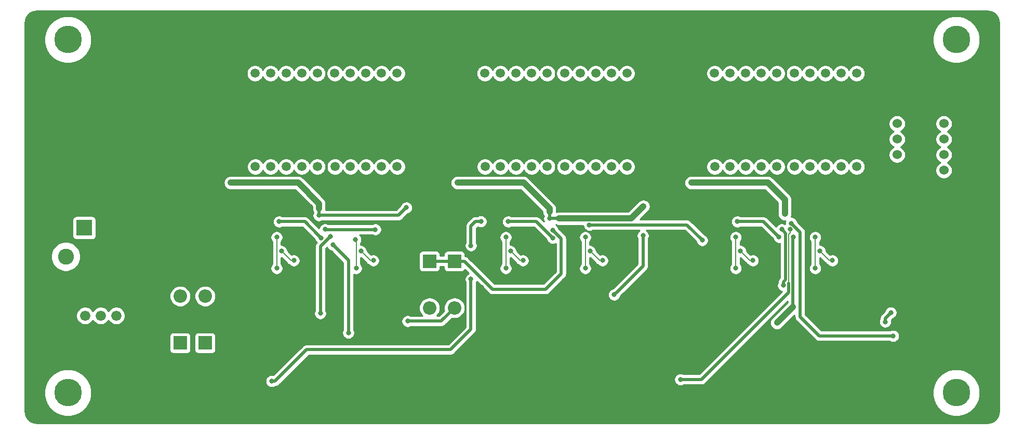
<source format=gbr>
G04 #@! TF.GenerationSoftware,KiCad,Pcbnew,(5.1.4)-1*
G04 #@! TF.CreationDate,2020-03-27T00:44:48-04:00*
G04 #@! TF.ProjectId,counter,636f756e-7465-4722-9e6b-696361645f70,v02*
G04 #@! TF.SameCoordinates,Original*
G04 #@! TF.FileFunction,Copper,L2,Bot*
G04 #@! TF.FilePolarity,Positive*
%FSLAX46Y46*%
G04 Gerber Fmt 4.6, Leading zero omitted, Abs format (unit mm)*
G04 Created by KiCad (PCBNEW (5.1.4)-1) date 2020-03-27 00:44:48*
%MOMM*%
%LPD*%
G04 APERTURE LIST*
%ADD10C,1.500000*%
%ADD11C,4.500000*%
%ADD12R,2.600000X2.600000*%
%ADD13C,2.600000*%
%ADD14C,1.524000*%
%ADD15O,2.200000X2.200000*%
%ADD16R,2.200000X2.200000*%
%ADD17C,1.676400*%
%ADD18C,0.800000*%
%ADD19C,0.200000*%
%ADD20C,0.500000*%
%ADD21C,1.000000*%
%ADD22C,0.254000*%
G04 APERTURE END LIST*
D10*
X112080000Y-92620000D03*
X109540000Y-92620000D03*
X107000000Y-92620000D03*
X104460000Y-92620000D03*
X101960000Y-92620000D03*
X107000000Y-77380000D03*
X109540000Y-77380000D03*
X112080000Y-77380000D03*
X104460000Y-77380000D03*
X101920000Y-77380000D03*
D11*
X203200000Y-71882000D03*
X58420000Y-71882000D03*
X203200000Y-129540000D03*
X58420000Y-129540000D03*
D12*
X61087000Y-102616000D03*
D13*
X55087000Y-102616000D03*
X58087000Y-107316000D03*
D14*
X193548000Y-85598000D03*
X193548000Y-88138000D03*
X193548000Y-90678000D03*
X193548000Y-93218000D03*
X201168000Y-93218000D03*
X201168000Y-90678000D03*
X201168000Y-88138000D03*
X201168000Y-85598000D03*
D15*
X121412000Y-115697000D03*
D16*
X121412000Y-108077000D03*
X117348000Y-108077000D03*
D15*
X117348000Y-115697000D03*
X80772000Y-113792000D03*
D16*
X80772000Y-121412000D03*
X76708000Y-121412000D03*
D15*
X76708000Y-113792000D03*
D10*
X99080000Y-92620000D03*
X96540000Y-92620000D03*
X94000000Y-92620000D03*
X91460000Y-92620000D03*
X88960000Y-92620000D03*
X94000000Y-77380000D03*
X96540000Y-77380000D03*
X99080000Y-77380000D03*
X91460000Y-77380000D03*
X88920000Y-77380000D03*
X186964000Y-92620000D03*
X184424000Y-92620000D03*
X181884000Y-92620000D03*
X179344000Y-92620000D03*
X176844000Y-92620000D03*
X181884000Y-77380000D03*
X184424000Y-77380000D03*
X186964000Y-77380000D03*
X179344000Y-77380000D03*
X176804000Y-77380000D03*
X163804000Y-77380000D03*
X166344000Y-77380000D03*
X173964000Y-77380000D03*
X171424000Y-77380000D03*
X168884000Y-77380000D03*
X163844000Y-92620000D03*
X166344000Y-92620000D03*
X168884000Y-92620000D03*
X171424000Y-92620000D03*
X173964000Y-92620000D03*
X149522000Y-92620000D03*
X146982000Y-92620000D03*
X144442000Y-92620000D03*
X141902000Y-92620000D03*
X139402000Y-92620000D03*
X144442000Y-77380000D03*
X146982000Y-77380000D03*
X149522000Y-77380000D03*
X141902000Y-77380000D03*
X139362000Y-77380000D03*
X126362000Y-77380000D03*
X128902000Y-77380000D03*
X136522000Y-77380000D03*
X133982000Y-77380000D03*
X131442000Y-77380000D03*
X126402000Y-92620000D03*
X128902000Y-92620000D03*
X131442000Y-92620000D03*
X133982000Y-92620000D03*
X136522000Y-92620000D03*
D17*
X63754000Y-116967000D03*
X61214000Y-116967000D03*
X66294000Y-116967000D03*
D18*
X184086500Y-74142600D03*
X171069000Y-74142600D03*
X146621500Y-74142600D03*
X133667500Y-74142600D03*
X109156500Y-74142600D03*
X180213000Y-109220000D03*
X180213000Y-104140000D03*
X183007000Y-107950000D03*
X180975000Y-106426000D03*
X170053000Y-107950000D03*
X168021000Y-106426000D03*
X167259000Y-104140000D03*
X167259000Y-109220000D03*
X105410000Y-109220000D03*
X105276992Y-104543459D03*
X108204000Y-107950000D03*
X106172000Y-106426000D03*
X93218000Y-106426000D03*
X95250000Y-107950000D03*
X92456000Y-104140000D03*
X92456000Y-109220000D03*
X142748000Y-104140000D03*
X142748000Y-109220000D03*
X145542000Y-107950000D03*
X143510000Y-106426000D03*
X132588000Y-107950000D03*
X130556000Y-106426000D03*
X129794000Y-104140000D03*
X129794000Y-109220000D03*
X173990000Y-118110000D03*
X175260000Y-100330000D03*
X160020000Y-95250000D03*
X101600000Y-105410000D03*
X121920000Y-95250000D03*
X136906000Y-101092000D03*
X99314000Y-100584000D03*
X84937600Y-95250000D03*
X176611621Y-104077980D03*
X104140000Y-119761000D03*
X113588800Y-99314000D03*
X152196800Y-99110800D03*
X147447000Y-113538000D03*
X174752000Y-102870000D03*
X108517626Y-102885977D03*
X100322594Y-102870000D03*
X152146000Y-103886000D03*
X175006000Y-112014000D03*
X88773000Y-110998000D03*
X138480800Y-122809000D03*
X127914400Y-122809000D03*
X163703000Y-97218500D03*
X100901500Y-97599500D03*
X101727000Y-110998000D03*
X139319000Y-111252000D03*
X163068000Y-110998000D03*
X192659000Y-107061000D03*
X187706000Y-121793000D03*
X125056900Y-97282000D03*
X84709000Y-118237000D03*
X162560000Y-130810000D03*
X88900000Y-97409000D03*
X56134000Y-80264000D03*
X79375000Y-97917000D03*
X66548000Y-78232000D03*
X67310000Y-89535000D03*
X76327000Y-85852000D03*
X96189800Y-74155300D03*
X180784500Y-110871000D03*
X85387180Y-127706120D03*
X120650000Y-125857000D03*
X201866500Y-108077000D03*
X158305500Y-124841000D03*
X156972000Y-124333000D03*
X142303500Y-98933000D03*
X125867160Y-112303560D03*
X194564000Y-82931000D03*
X113792000Y-117856000D03*
X101172604Y-104060705D03*
X99568000Y-116586000D03*
X137409643Y-102974517D03*
X167513000Y-101600000D03*
X174308397Y-104136500D03*
X158242000Y-127381000D03*
X176149000Y-102870000D03*
X192913000Y-120269000D03*
X176300853Y-101881585D03*
X161798000Y-104648000D03*
X143409444Y-102142010D03*
X99695000Y-104267000D03*
X92837000Y-101600000D03*
X137414000Y-104267000D03*
X130175000Y-101600000D03*
X124104400Y-110998000D03*
X124104400Y-105511600D03*
X91617800Y-127660400D03*
X125730000Y-101574600D03*
X192532000Y-116459000D03*
X191617600Y-117957600D03*
D19*
X180213000Y-104140000D02*
X180213000Y-109220000D01*
X182499000Y-107950000D02*
X183007000Y-107950000D01*
X180975000Y-106426000D02*
X182499000Y-107950000D01*
X169545000Y-107950000D02*
X170053000Y-107950000D01*
X168021000Y-106426000D02*
X169545000Y-107950000D01*
X167259000Y-104140000D02*
X167259000Y-109220000D01*
X105410000Y-109220000D02*
X105410000Y-104676467D01*
X105410000Y-104676467D02*
X105276992Y-104543459D01*
X106172000Y-106426000D02*
X107696000Y-107950000D01*
X107696000Y-107950000D02*
X108204000Y-107950000D01*
X94742000Y-107950000D02*
X95250000Y-107950000D01*
X93218000Y-106426000D02*
X94742000Y-107950000D01*
X92456000Y-104140000D02*
X92456000Y-109220000D01*
X142748000Y-104140000D02*
X142748000Y-109220000D01*
X145034000Y-107950000D02*
X145542000Y-107950000D01*
X143510000Y-106426000D02*
X145034000Y-107950000D01*
X132080000Y-107950000D02*
X132588000Y-107950000D01*
X130556000Y-106426000D02*
X132080000Y-107950000D01*
X129794000Y-104140000D02*
X129794000Y-109220000D01*
D20*
X101600000Y-105410000D02*
X104140000Y-107950000D01*
X104140000Y-107950000D02*
X104140000Y-113030000D01*
X176586622Y-104102979D02*
X176611621Y-104077980D01*
X176586622Y-115513378D02*
X176586622Y-104102979D01*
X104140000Y-113030000D02*
X104140000Y-119761000D01*
X99314000Y-100584000D02*
X112318800Y-100584000D01*
X112318800Y-100584000D02*
X113588800Y-99314000D01*
X136906000Y-101092000D02*
X138480800Y-101092000D01*
X136906000Y-99999800D02*
X136906000Y-101092000D01*
X99314000Y-99491800D02*
X99314000Y-100584000D01*
X99339400Y-99466400D02*
X99314000Y-99491800D01*
D21*
X99339400Y-98653600D02*
X99339400Y-99466400D01*
X84937600Y-95250000D02*
X95935800Y-95250000D01*
X95935800Y-95250000D02*
X99339400Y-98653600D01*
X136906000Y-99491800D02*
X136906000Y-99999800D01*
X121920000Y-95250000D02*
X132664200Y-95250000D01*
X132664200Y-95250000D02*
X136906000Y-99491800D01*
X150215600Y-101092000D02*
X152196800Y-99110800D01*
X138480800Y-101092000D02*
X150215600Y-101092000D01*
X175260000Y-98018600D02*
X175260000Y-99136200D01*
X160020000Y-95250000D02*
X172491400Y-95250000D01*
X172491400Y-95250000D02*
X175260000Y-98018600D01*
X175260000Y-99136200D02*
X175260000Y-100330000D01*
X173990000Y-118110000D02*
X176586622Y-115513378D01*
D20*
X147447000Y-113538000D02*
X147846999Y-113138001D01*
X147846999Y-113138001D02*
X152146000Y-108839000D01*
X152146000Y-108839000D02*
X152146000Y-104394000D01*
X100338571Y-102885977D02*
X100322594Y-102870000D01*
X108517626Y-102885977D02*
X100338571Y-102885977D01*
X152146000Y-104394000D02*
X152146000Y-103886000D01*
X175361600Y-103479600D02*
X174752000Y-102870000D01*
X175361600Y-111092715D02*
X175361600Y-103479600D01*
X175006000Y-111448315D02*
X175361600Y-111092715D01*
X175006000Y-112014000D02*
X175006000Y-111448315D01*
X119253000Y-117856000D02*
X121412000Y-115697000D01*
X113792000Y-117856000D02*
X119253000Y-117856000D01*
X100772605Y-104460704D02*
X101172604Y-104060705D01*
X99568000Y-116586000D02*
X99568000Y-105665309D01*
X99568000Y-105665309D02*
X100772605Y-104460704D01*
X117348000Y-108077000D02*
X121412000Y-108077000D01*
X136271000Y-112649000D02*
X138811000Y-110109000D01*
X138811000Y-110109000D02*
X138811000Y-104375874D01*
X138811000Y-104375874D02*
X137809642Y-103374516D01*
X127584000Y-112649000D02*
X136271000Y-112649000D01*
X123012000Y-108077000D02*
X127584000Y-112649000D01*
X121412000Y-108077000D02*
X123012000Y-108077000D01*
X137809642Y-103374516D02*
X137409643Y-102974517D01*
X171771897Y-101600000D02*
X173908398Y-103736501D01*
X167513000Y-101600000D02*
X171771897Y-101600000D01*
X173908398Y-103736501D02*
X174308397Y-104136500D01*
D19*
X175911611Y-103673074D02*
X176149000Y-103435685D01*
X176149000Y-103435685D02*
X176149000Y-102870000D01*
D20*
X175911611Y-113140389D02*
X175911611Y-111633000D01*
X158242000Y-127381000D02*
X161671000Y-127381000D01*
X161671000Y-127381000D02*
X175911611Y-113140389D01*
D19*
X175911611Y-111633000D02*
X175911611Y-103673074D01*
D20*
X177736500Y-103317232D02*
X176300853Y-101881585D01*
X177736500Y-117157500D02*
X177736500Y-103317232D01*
X192913000Y-120269000D02*
X180848000Y-120269000D01*
X180848000Y-120269000D02*
X177736500Y-117157500D01*
X143975129Y-102142010D02*
X143409444Y-102142010D01*
X161798000Y-104648000D02*
X159292010Y-102142010D01*
X159292010Y-102142010D02*
X143975129Y-102142010D01*
X99695000Y-104267000D02*
X99295001Y-103867001D01*
X97028000Y-101600000D02*
X92837000Y-101600000D01*
X99295001Y-103867001D02*
X97028000Y-101600000D01*
X137414000Y-104267000D02*
X137014001Y-103867001D01*
X137014001Y-103867001D02*
X135509000Y-102362000D01*
X134747000Y-101600000D02*
X130175000Y-101600000D01*
X135509000Y-102362000D02*
X134747000Y-101600000D01*
X124104400Y-105511600D02*
X124104400Y-102971600D01*
X91617800Y-127660400D02*
X92183485Y-127660400D01*
X124104400Y-102971600D02*
X124104400Y-102336600D01*
X124104400Y-102336600D02*
X124866400Y-101574600D01*
X124866400Y-101574600D02*
X125730000Y-101574600D01*
X97339685Y-122504200D02*
X120777000Y-122504200D01*
X124104400Y-119176800D02*
X124104400Y-110998000D01*
X92183485Y-127660400D02*
X97339685Y-122504200D01*
X120777000Y-122504200D02*
X124104400Y-119176800D01*
X191617600Y-117373400D02*
X192532000Y-116459000D01*
X191617600Y-117957600D02*
X191617600Y-117373400D01*
D22*
G36*
X208644545Y-67246909D02*
G01*
X208995208Y-67352780D01*
X209318625Y-67524744D01*
X209602484Y-67756254D01*
X209835965Y-68038486D01*
X210010183Y-68360695D01*
X210118502Y-68710614D01*
X210160001Y-69105452D01*
X210160000Y-132555721D01*
X210121091Y-132952545D01*
X210015220Y-133303206D01*
X209843257Y-133626623D01*
X209611748Y-133910482D01*
X209329514Y-134143965D01*
X209007304Y-134318184D01*
X208657385Y-134426502D01*
X208262557Y-134468000D01*
X53372279Y-134468000D01*
X52975455Y-134429091D01*
X52624794Y-134323220D01*
X52301377Y-134151257D01*
X52017518Y-133919748D01*
X51784035Y-133637514D01*
X51609816Y-133315304D01*
X51501498Y-132965385D01*
X51460000Y-132570557D01*
X51460000Y-129158149D01*
X54543000Y-129158149D01*
X54543000Y-129921851D01*
X54691991Y-130670879D01*
X54984247Y-131376448D01*
X55408538Y-132011443D01*
X55948557Y-132551462D01*
X56583552Y-132975753D01*
X57289121Y-133268009D01*
X58038149Y-133417000D01*
X58801851Y-133417000D01*
X59550879Y-133268009D01*
X60256448Y-132975753D01*
X60891443Y-132551462D01*
X61431462Y-132011443D01*
X61855753Y-131376448D01*
X62148009Y-130670879D01*
X62297000Y-129921851D01*
X62297000Y-129158149D01*
X199323000Y-129158149D01*
X199323000Y-129921851D01*
X199471991Y-130670879D01*
X199764247Y-131376448D01*
X200188538Y-132011443D01*
X200728557Y-132551462D01*
X201363552Y-132975753D01*
X202069121Y-133268009D01*
X202818149Y-133417000D01*
X203581851Y-133417000D01*
X204330879Y-133268009D01*
X205036448Y-132975753D01*
X205671443Y-132551462D01*
X206211462Y-132011443D01*
X206635753Y-131376448D01*
X206928009Y-130670879D01*
X207077000Y-129921851D01*
X207077000Y-129158149D01*
X206928009Y-128409121D01*
X206635753Y-127703552D01*
X206211462Y-127068557D01*
X205671443Y-126528538D01*
X205036448Y-126104247D01*
X204330879Y-125811991D01*
X203581851Y-125663000D01*
X202818149Y-125663000D01*
X202069121Y-125811991D01*
X201363552Y-126104247D01*
X200728557Y-126528538D01*
X200188538Y-127068557D01*
X199764247Y-127703552D01*
X199471991Y-128409121D01*
X199323000Y-129158149D01*
X62297000Y-129158149D01*
X62148009Y-128409121D01*
X61855753Y-127703552D01*
X61758807Y-127558461D01*
X90582800Y-127558461D01*
X90582800Y-127762339D01*
X90622574Y-127962298D01*
X90700595Y-128150656D01*
X90813863Y-128320174D01*
X90958026Y-128464337D01*
X91127544Y-128577605D01*
X91315902Y-128655626D01*
X91515861Y-128695400D01*
X91719739Y-128695400D01*
X91919698Y-128655626D01*
X92108056Y-128577605D01*
X92154168Y-128546794D01*
X92183485Y-128549681D01*
X92226954Y-128545400D01*
X92226962Y-128545400D01*
X92356975Y-128532595D01*
X92523798Y-128481989D01*
X92677544Y-128399811D01*
X92812302Y-128289217D01*
X92840019Y-128255444D01*
X93816402Y-127279061D01*
X157207000Y-127279061D01*
X157207000Y-127482939D01*
X157246774Y-127682898D01*
X157324795Y-127871256D01*
X157438063Y-128040774D01*
X157582226Y-128184937D01*
X157751744Y-128298205D01*
X157940102Y-128376226D01*
X158140061Y-128416000D01*
X158343939Y-128416000D01*
X158543898Y-128376226D01*
X158732256Y-128298205D01*
X158780454Y-128266000D01*
X161627531Y-128266000D01*
X161671000Y-128270281D01*
X161714469Y-128266000D01*
X161714477Y-128266000D01*
X161844490Y-128253195D01*
X162011313Y-128202589D01*
X162165059Y-128120411D01*
X162299817Y-128009817D01*
X162327534Y-127976044D01*
X175701622Y-114601957D01*
X175701622Y-114793246D01*
X173148012Y-117346857D01*
X173041717Y-117476378D01*
X172936324Y-117673554D01*
X172871423Y-117887502D01*
X172849509Y-118110000D01*
X172871423Y-118332498D01*
X172936324Y-118546446D01*
X173041717Y-118743622D01*
X173183552Y-118916448D01*
X173356378Y-119058283D01*
X173553554Y-119163676D01*
X173767502Y-119228577D01*
X173990000Y-119250491D01*
X174212498Y-119228577D01*
X174426446Y-119163676D01*
X174623622Y-119058283D01*
X174753143Y-118951988D01*
X176851500Y-116853632D01*
X176851500Y-117114031D01*
X176847219Y-117157500D01*
X176851500Y-117200969D01*
X176851500Y-117200976D01*
X176857603Y-117262937D01*
X176864305Y-117330990D01*
X176873694Y-117361941D01*
X176914911Y-117497812D01*
X176997089Y-117651558D01*
X177107683Y-117786317D01*
X177141456Y-117814034D01*
X180191470Y-120864049D01*
X180219183Y-120897817D01*
X180252951Y-120925530D01*
X180252953Y-120925532D01*
X180324452Y-120984210D01*
X180353941Y-121008411D01*
X180507687Y-121090589D01*
X180674510Y-121141195D01*
X180804523Y-121154000D01*
X180804533Y-121154000D01*
X180847999Y-121158281D01*
X180891465Y-121154000D01*
X192374546Y-121154000D01*
X192422744Y-121186205D01*
X192611102Y-121264226D01*
X192811061Y-121304000D01*
X193014939Y-121304000D01*
X193214898Y-121264226D01*
X193403256Y-121186205D01*
X193572774Y-121072937D01*
X193716937Y-120928774D01*
X193830205Y-120759256D01*
X193908226Y-120570898D01*
X193948000Y-120370939D01*
X193948000Y-120167061D01*
X193908226Y-119967102D01*
X193830205Y-119778744D01*
X193716937Y-119609226D01*
X193572774Y-119465063D01*
X193403256Y-119351795D01*
X193214898Y-119273774D01*
X193014939Y-119234000D01*
X192811061Y-119234000D01*
X192611102Y-119273774D01*
X192422744Y-119351795D01*
X192374546Y-119384000D01*
X181214579Y-119384000D01*
X179686240Y-117855661D01*
X190582600Y-117855661D01*
X190582600Y-118059539D01*
X190622374Y-118259498D01*
X190700395Y-118447856D01*
X190813663Y-118617374D01*
X190957826Y-118761537D01*
X191127344Y-118874805D01*
X191315702Y-118952826D01*
X191515661Y-118992600D01*
X191719539Y-118992600D01*
X191919498Y-118952826D01*
X192107856Y-118874805D01*
X192277374Y-118761537D01*
X192421537Y-118617374D01*
X192534805Y-118447856D01*
X192612826Y-118259498D01*
X192652600Y-118059539D01*
X192652600Y-117855661D01*
X192612826Y-117655702D01*
X192605226Y-117637353D01*
X192777044Y-117465535D01*
X192833898Y-117454226D01*
X193022256Y-117376205D01*
X193191774Y-117262937D01*
X193335937Y-117118774D01*
X193449205Y-116949256D01*
X193527226Y-116760898D01*
X193567000Y-116560939D01*
X193567000Y-116357061D01*
X193527226Y-116157102D01*
X193449205Y-115968744D01*
X193335937Y-115799226D01*
X193191774Y-115655063D01*
X193022256Y-115541795D01*
X192833898Y-115463774D01*
X192633939Y-115424000D01*
X192430061Y-115424000D01*
X192230102Y-115463774D01*
X192041744Y-115541795D01*
X191872226Y-115655063D01*
X191728063Y-115799226D01*
X191614795Y-115968744D01*
X191536774Y-116157102D01*
X191525465Y-116213956D01*
X191022551Y-116716871D01*
X190988784Y-116744583D01*
X190961071Y-116778351D01*
X190961068Y-116778354D01*
X190925329Y-116821902D01*
X190878190Y-116879341D01*
X190796011Y-117033087D01*
X190745405Y-117199910D01*
X190732600Y-117329923D01*
X190732600Y-117329931D01*
X190728319Y-117373400D01*
X190732600Y-117416869D01*
X190732600Y-117419146D01*
X190700395Y-117467344D01*
X190622374Y-117655702D01*
X190582600Y-117855661D01*
X179686240Y-117855661D01*
X178621500Y-116790922D01*
X178621500Y-104038061D01*
X179178000Y-104038061D01*
X179178000Y-104241939D01*
X179217774Y-104441898D01*
X179295795Y-104630256D01*
X179409063Y-104799774D01*
X179478000Y-104868711D01*
X179478001Y-108491288D01*
X179409063Y-108560226D01*
X179295795Y-108729744D01*
X179217774Y-108918102D01*
X179178000Y-109118061D01*
X179178000Y-109321939D01*
X179217774Y-109521898D01*
X179295795Y-109710256D01*
X179409063Y-109879774D01*
X179553226Y-110023937D01*
X179722744Y-110137205D01*
X179911102Y-110215226D01*
X180111061Y-110255000D01*
X180314939Y-110255000D01*
X180514898Y-110215226D01*
X180703256Y-110137205D01*
X180872774Y-110023937D01*
X181016937Y-109879774D01*
X181130205Y-109710256D01*
X181208226Y-109521898D01*
X181248000Y-109321939D01*
X181248000Y-109118061D01*
X181208226Y-108918102D01*
X181130205Y-108729744D01*
X181016937Y-108560226D01*
X180948000Y-108491289D01*
X180948000Y-107461000D01*
X180970554Y-107461000D01*
X181953746Y-108444193D01*
X181976762Y-108472238D01*
X182088680Y-108564087D01*
X182216367Y-108632337D01*
X182229658Y-108636369D01*
X182347226Y-108753937D01*
X182516744Y-108867205D01*
X182705102Y-108945226D01*
X182905061Y-108985000D01*
X183108939Y-108985000D01*
X183308898Y-108945226D01*
X183497256Y-108867205D01*
X183666774Y-108753937D01*
X183810937Y-108609774D01*
X183924205Y-108440256D01*
X184002226Y-108251898D01*
X184042000Y-108051939D01*
X184042000Y-107848061D01*
X184002226Y-107648102D01*
X183924205Y-107459744D01*
X183810937Y-107290226D01*
X183666774Y-107146063D01*
X183497256Y-107032795D01*
X183308898Y-106954774D01*
X183108939Y-106915000D01*
X182905061Y-106915000D01*
X182705102Y-106954774D01*
X182590635Y-107002188D01*
X182010000Y-106421554D01*
X182010000Y-106324061D01*
X181970226Y-106124102D01*
X181892205Y-105935744D01*
X181778937Y-105766226D01*
X181634774Y-105622063D01*
X181465256Y-105508795D01*
X181276898Y-105430774D01*
X181076939Y-105391000D01*
X180948000Y-105391000D01*
X180948000Y-104868711D01*
X181016937Y-104799774D01*
X181130205Y-104630256D01*
X181208226Y-104441898D01*
X181248000Y-104241939D01*
X181248000Y-104038061D01*
X181208226Y-103838102D01*
X181130205Y-103649744D01*
X181016937Y-103480226D01*
X180872774Y-103336063D01*
X180703256Y-103222795D01*
X180514898Y-103144774D01*
X180314939Y-103105000D01*
X180111061Y-103105000D01*
X179911102Y-103144774D01*
X179722744Y-103222795D01*
X179553226Y-103336063D01*
X179409063Y-103480226D01*
X179295795Y-103649744D01*
X179217774Y-103838102D01*
X179178000Y-104038061D01*
X178621500Y-104038061D01*
X178621500Y-103360697D01*
X178625781Y-103317231D01*
X178621500Y-103273765D01*
X178621500Y-103273755D01*
X178608695Y-103143742D01*
X178558089Y-102976919D01*
X178475911Y-102823173D01*
X178451710Y-102793684D01*
X178393032Y-102722185D01*
X178393030Y-102722183D01*
X178365317Y-102688415D01*
X178331549Y-102660702D01*
X177307388Y-101636542D01*
X177296079Y-101579687D01*
X177218058Y-101391329D01*
X177104790Y-101221811D01*
X176960627Y-101077648D01*
X176791109Y-100964380D01*
X176602751Y-100886359D01*
X176402792Y-100846585D01*
X176270842Y-100846585D01*
X176313676Y-100766447D01*
X176378577Y-100552499D01*
X176395000Y-100385752D01*
X176395000Y-98074352D01*
X176400491Y-98018600D01*
X176378577Y-97796101D01*
X176313676Y-97582153D01*
X176208284Y-97384977D01*
X176101989Y-97255456D01*
X176101987Y-97255454D01*
X176066449Y-97212151D01*
X176023146Y-97176613D01*
X173333396Y-94486865D01*
X173297849Y-94443551D01*
X173125023Y-94301716D01*
X172927847Y-94196324D01*
X172713899Y-94131423D01*
X172547152Y-94115000D01*
X172547151Y-94115000D01*
X172491400Y-94109509D01*
X172435649Y-94115000D01*
X159964248Y-94115000D01*
X159797501Y-94131423D01*
X159583553Y-94196324D01*
X159386377Y-94301716D01*
X159213551Y-94443551D01*
X159071716Y-94616377D01*
X158966324Y-94813553D01*
X158901423Y-95027501D01*
X158879509Y-95250000D01*
X158901423Y-95472499D01*
X158966324Y-95686447D01*
X159071716Y-95883623D01*
X159213551Y-96056449D01*
X159386377Y-96198284D01*
X159583553Y-96303676D01*
X159797501Y-96368577D01*
X159964248Y-96385000D01*
X172021269Y-96385000D01*
X174125000Y-98488733D01*
X174125000Y-100385752D01*
X174141423Y-100552499D01*
X174206324Y-100766447D01*
X174311717Y-100963623D01*
X174453552Y-101136449D01*
X174626378Y-101278284D01*
X174823554Y-101383676D01*
X175037502Y-101448577D01*
X175260000Y-101470491D01*
X175354722Y-101461162D01*
X175305627Y-101579687D01*
X175265853Y-101779646D01*
X175265853Y-101968562D01*
X175242256Y-101952795D01*
X175053898Y-101874774D01*
X174853939Y-101835000D01*
X174650061Y-101835000D01*
X174450102Y-101874774D01*
X174261744Y-101952795D01*
X174092226Y-102066063D01*
X173948063Y-102210226D01*
X173834795Y-102379744D01*
X173825547Y-102402071D01*
X172428431Y-101004956D01*
X172400714Y-100971183D01*
X172265956Y-100860589D01*
X172112210Y-100778411D01*
X171945387Y-100727805D01*
X171815374Y-100715000D01*
X171815366Y-100715000D01*
X171771897Y-100710719D01*
X171728428Y-100715000D01*
X168051454Y-100715000D01*
X168003256Y-100682795D01*
X167814898Y-100604774D01*
X167614939Y-100565000D01*
X167411061Y-100565000D01*
X167211102Y-100604774D01*
X167022744Y-100682795D01*
X166853226Y-100796063D01*
X166709063Y-100940226D01*
X166595795Y-101109744D01*
X166517774Y-101298102D01*
X166478000Y-101498061D01*
X166478000Y-101701939D01*
X166517774Y-101901898D01*
X166595795Y-102090256D01*
X166709063Y-102259774D01*
X166853226Y-102403937D01*
X167022744Y-102517205D01*
X167211102Y-102595226D01*
X167411061Y-102635000D01*
X167614939Y-102635000D01*
X167814898Y-102595226D01*
X168003256Y-102517205D01*
X168051454Y-102485000D01*
X171405319Y-102485000D01*
X173301862Y-104381544D01*
X173313171Y-104438398D01*
X173391192Y-104626756D01*
X173504460Y-104796274D01*
X173648623Y-104940437D01*
X173818141Y-105053705D01*
X174006499Y-105131726D01*
X174206458Y-105171500D01*
X174410336Y-105171500D01*
X174476601Y-105158319D01*
X174476600Y-110726137D01*
X174410952Y-110791785D01*
X174377184Y-110819498D01*
X174349471Y-110853266D01*
X174349468Y-110853269D01*
X174286013Y-110930589D01*
X174266590Y-110954256D01*
X174184411Y-111108002D01*
X174133805Y-111274825D01*
X174121000Y-111404838D01*
X174121000Y-111404846D01*
X174116719Y-111448315D01*
X174119606Y-111477632D01*
X174088795Y-111523744D01*
X174010774Y-111712102D01*
X173971000Y-111912061D01*
X173971000Y-112115939D01*
X174010774Y-112315898D01*
X174088795Y-112504256D01*
X174202063Y-112673774D01*
X174346226Y-112817937D01*
X174515744Y-112931205D01*
X174704102Y-113009226D01*
X174776745Y-113023676D01*
X161304422Y-126496000D01*
X158780454Y-126496000D01*
X158732256Y-126463795D01*
X158543898Y-126385774D01*
X158343939Y-126346000D01*
X158140061Y-126346000D01*
X157940102Y-126385774D01*
X157751744Y-126463795D01*
X157582226Y-126577063D01*
X157438063Y-126721226D01*
X157324795Y-126890744D01*
X157246774Y-127079102D01*
X157207000Y-127279061D01*
X93816402Y-127279061D01*
X97706264Y-123389200D01*
X120733531Y-123389200D01*
X120777000Y-123393481D01*
X120820469Y-123389200D01*
X120820477Y-123389200D01*
X120950490Y-123376395D01*
X121117313Y-123325789D01*
X121271059Y-123243611D01*
X121405817Y-123133017D01*
X121433534Y-123099244D01*
X124699450Y-119833329D01*
X124733217Y-119805617D01*
X124843811Y-119670859D01*
X124925989Y-119517113D01*
X124976595Y-119350290D01*
X124989400Y-119220277D01*
X124989400Y-119220267D01*
X124993681Y-119176801D01*
X124989400Y-119133335D01*
X124989400Y-111536454D01*
X125021605Y-111488256D01*
X125065560Y-111382139D01*
X126927470Y-113244049D01*
X126955183Y-113277817D01*
X126988951Y-113305530D01*
X126988953Y-113305532D01*
X127060452Y-113364210D01*
X127089941Y-113388411D01*
X127243687Y-113470589D01*
X127410510Y-113521195D01*
X127540523Y-113534000D01*
X127540533Y-113534000D01*
X127583999Y-113538281D01*
X127627465Y-113534000D01*
X136227531Y-113534000D01*
X136271000Y-113538281D01*
X136314469Y-113534000D01*
X136314477Y-113534000D01*
X136444490Y-113521195D01*
X136611313Y-113470589D01*
X136765059Y-113388411D01*
X136899817Y-113277817D01*
X136927534Y-113244044D01*
X139406050Y-110765529D01*
X139439817Y-110737817D01*
X139550411Y-110603059D01*
X139632589Y-110449313D01*
X139683195Y-110282490D01*
X139696000Y-110152477D01*
X139696000Y-110152467D01*
X139700281Y-110109001D01*
X139696000Y-110065535D01*
X139696000Y-104419340D01*
X139700281Y-104375873D01*
X139696000Y-104332407D01*
X139696000Y-104332397D01*
X139683195Y-104202384D01*
X139633348Y-104038061D01*
X141713000Y-104038061D01*
X141713000Y-104241939D01*
X141752774Y-104441898D01*
X141830795Y-104630256D01*
X141944063Y-104799774D01*
X142013000Y-104868711D01*
X142013001Y-108491288D01*
X141944063Y-108560226D01*
X141830795Y-108729744D01*
X141752774Y-108918102D01*
X141713000Y-109118061D01*
X141713000Y-109321939D01*
X141752774Y-109521898D01*
X141830795Y-109710256D01*
X141944063Y-109879774D01*
X142088226Y-110023937D01*
X142257744Y-110137205D01*
X142446102Y-110215226D01*
X142646061Y-110255000D01*
X142849939Y-110255000D01*
X143049898Y-110215226D01*
X143238256Y-110137205D01*
X143407774Y-110023937D01*
X143551937Y-109879774D01*
X143665205Y-109710256D01*
X143743226Y-109521898D01*
X143783000Y-109321939D01*
X143783000Y-109118061D01*
X143743226Y-108918102D01*
X143665205Y-108729744D01*
X143551937Y-108560226D01*
X143483000Y-108491289D01*
X143483000Y-107461000D01*
X143505554Y-107461000D01*
X144488746Y-108444193D01*
X144511762Y-108472238D01*
X144623680Y-108564087D01*
X144751367Y-108632337D01*
X144764658Y-108636369D01*
X144882226Y-108753937D01*
X145051744Y-108867205D01*
X145240102Y-108945226D01*
X145440061Y-108985000D01*
X145643939Y-108985000D01*
X145843898Y-108945226D01*
X146032256Y-108867205D01*
X146201774Y-108753937D01*
X146345937Y-108609774D01*
X146459205Y-108440256D01*
X146537226Y-108251898D01*
X146577000Y-108051939D01*
X146577000Y-107848061D01*
X146537226Y-107648102D01*
X146459205Y-107459744D01*
X146345937Y-107290226D01*
X146201774Y-107146063D01*
X146032256Y-107032795D01*
X145843898Y-106954774D01*
X145643939Y-106915000D01*
X145440061Y-106915000D01*
X145240102Y-106954774D01*
X145125635Y-107002188D01*
X144545000Y-106421554D01*
X144545000Y-106324061D01*
X144505226Y-106124102D01*
X144427205Y-105935744D01*
X144313937Y-105766226D01*
X144169774Y-105622063D01*
X144000256Y-105508795D01*
X143811898Y-105430774D01*
X143611939Y-105391000D01*
X143483000Y-105391000D01*
X143483000Y-104868711D01*
X143551937Y-104799774D01*
X143665205Y-104630256D01*
X143743226Y-104441898D01*
X143783000Y-104241939D01*
X143783000Y-104038061D01*
X143743226Y-103838102D01*
X143665205Y-103649744D01*
X143551937Y-103480226D01*
X143407774Y-103336063D01*
X143238256Y-103222795D01*
X143049898Y-103144774D01*
X142849939Y-103105000D01*
X142646061Y-103105000D01*
X142446102Y-103144774D01*
X142257744Y-103222795D01*
X142088226Y-103336063D01*
X141944063Y-103480226D01*
X141830795Y-103649744D01*
X141752774Y-103838102D01*
X141713000Y-104038061D01*
X139633348Y-104038061D01*
X139632589Y-104035561D01*
X139550411Y-103881815D01*
X139521021Y-103846004D01*
X139467532Y-103780827D01*
X139467530Y-103780825D01*
X139439817Y-103747057D01*
X139406049Y-103719344D01*
X138416178Y-102729474D01*
X138404869Y-102672619D01*
X138326848Y-102484261D01*
X138213580Y-102314743D01*
X138069417Y-102170580D01*
X137983331Y-102113059D01*
X138044353Y-102145676D01*
X138258301Y-102210577D01*
X138425048Y-102227000D01*
X142374444Y-102227000D01*
X142374444Y-102243949D01*
X142414218Y-102443908D01*
X142492239Y-102632266D01*
X142605507Y-102801784D01*
X142749670Y-102945947D01*
X142919188Y-103059215D01*
X143107546Y-103137236D01*
X143307505Y-103177010D01*
X143511383Y-103177010D01*
X143711342Y-103137236D01*
X143899700Y-103059215D01*
X143947898Y-103027010D01*
X151568619Y-103027010D01*
X151486226Y-103082063D01*
X151342063Y-103226226D01*
X151228795Y-103395744D01*
X151150774Y-103584102D01*
X151111000Y-103784061D01*
X151111000Y-103987939D01*
X151150774Y-104187898D01*
X151228795Y-104376256D01*
X151261000Y-104424454D01*
X151261000Y-104437476D01*
X151261001Y-104437486D01*
X151261000Y-108472421D01*
X147251953Y-112481469D01*
X147201957Y-112531465D01*
X147145102Y-112542774D01*
X146956744Y-112620795D01*
X146787226Y-112734063D01*
X146643063Y-112878226D01*
X146529795Y-113047744D01*
X146451774Y-113236102D01*
X146412000Y-113436061D01*
X146412000Y-113639939D01*
X146451774Y-113839898D01*
X146529795Y-114028256D01*
X146643063Y-114197774D01*
X146787226Y-114341937D01*
X146956744Y-114455205D01*
X147145102Y-114533226D01*
X147345061Y-114573000D01*
X147548939Y-114573000D01*
X147748898Y-114533226D01*
X147937256Y-114455205D01*
X148106774Y-114341937D01*
X148250937Y-114197774D01*
X148364205Y-114028256D01*
X148442226Y-113839898D01*
X148453535Y-113783043D01*
X152741050Y-109495528D01*
X152774817Y-109467817D01*
X152813092Y-109421180D01*
X152885411Y-109333059D01*
X152967589Y-109179314D01*
X153018195Y-109012490D01*
X153020902Y-108985000D01*
X153031000Y-108882477D01*
X153031000Y-108882469D01*
X153035281Y-108839000D01*
X153031000Y-108795531D01*
X153031000Y-104424454D01*
X153063205Y-104376256D01*
X153141226Y-104187898D01*
X153181000Y-103987939D01*
X153181000Y-103784061D01*
X153141226Y-103584102D01*
X153063205Y-103395744D01*
X152949937Y-103226226D01*
X152805774Y-103082063D01*
X152723381Y-103027010D01*
X158925432Y-103027010D01*
X160791465Y-104893044D01*
X160802774Y-104949898D01*
X160880795Y-105138256D01*
X160994063Y-105307774D01*
X161138226Y-105451937D01*
X161307744Y-105565205D01*
X161496102Y-105643226D01*
X161696061Y-105683000D01*
X161899939Y-105683000D01*
X162099898Y-105643226D01*
X162288256Y-105565205D01*
X162457774Y-105451937D01*
X162601937Y-105307774D01*
X162715205Y-105138256D01*
X162793226Y-104949898D01*
X162833000Y-104749939D01*
X162833000Y-104546061D01*
X162793226Y-104346102D01*
X162715205Y-104157744D01*
X162635236Y-104038061D01*
X166224000Y-104038061D01*
X166224000Y-104241939D01*
X166263774Y-104441898D01*
X166341795Y-104630256D01*
X166455063Y-104799774D01*
X166524000Y-104868711D01*
X166524001Y-108491288D01*
X166455063Y-108560226D01*
X166341795Y-108729744D01*
X166263774Y-108918102D01*
X166224000Y-109118061D01*
X166224000Y-109321939D01*
X166263774Y-109521898D01*
X166341795Y-109710256D01*
X166455063Y-109879774D01*
X166599226Y-110023937D01*
X166768744Y-110137205D01*
X166957102Y-110215226D01*
X167157061Y-110255000D01*
X167360939Y-110255000D01*
X167560898Y-110215226D01*
X167749256Y-110137205D01*
X167918774Y-110023937D01*
X168062937Y-109879774D01*
X168176205Y-109710256D01*
X168254226Y-109521898D01*
X168294000Y-109321939D01*
X168294000Y-109118061D01*
X168254226Y-108918102D01*
X168176205Y-108729744D01*
X168062937Y-108560226D01*
X167994000Y-108491289D01*
X167994000Y-107461000D01*
X168016554Y-107461000D01*
X168999746Y-108444193D01*
X169022762Y-108472238D01*
X169134680Y-108564087D01*
X169262367Y-108632337D01*
X169275658Y-108636369D01*
X169393226Y-108753937D01*
X169562744Y-108867205D01*
X169751102Y-108945226D01*
X169951061Y-108985000D01*
X170154939Y-108985000D01*
X170354898Y-108945226D01*
X170543256Y-108867205D01*
X170712774Y-108753937D01*
X170856937Y-108609774D01*
X170970205Y-108440256D01*
X171048226Y-108251898D01*
X171088000Y-108051939D01*
X171088000Y-107848061D01*
X171048226Y-107648102D01*
X170970205Y-107459744D01*
X170856937Y-107290226D01*
X170712774Y-107146063D01*
X170543256Y-107032795D01*
X170354898Y-106954774D01*
X170154939Y-106915000D01*
X169951061Y-106915000D01*
X169751102Y-106954774D01*
X169636635Y-107002188D01*
X169056000Y-106421554D01*
X169056000Y-106324061D01*
X169016226Y-106124102D01*
X168938205Y-105935744D01*
X168824937Y-105766226D01*
X168680774Y-105622063D01*
X168511256Y-105508795D01*
X168322898Y-105430774D01*
X168122939Y-105391000D01*
X167994000Y-105391000D01*
X167994000Y-104868711D01*
X168062937Y-104799774D01*
X168176205Y-104630256D01*
X168254226Y-104441898D01*
X168294000Y-104241939D01*
X168294000Y-104038061D01*
X168254226Y-103838102D01*
X168176205Y-103649744D01*
X168062937Y-103480226D01*
X167918774Y-103336063D01*
X167749256Y-103222795D01*
X167560898Y-103144774D01*
X167360939Y-103105000D01*
X167157061Y-103105000D01*
X166957102Y-103144774D01*
X166768744Y-103222795D01*
X166599226Y-103336063D01*
X166455063Y-103480226D01*
X166341795Y-103649744D01*
X166263774Y-103838102D01*
X166224000Y-104038061D01*
X162635236Y-104038061D01*
X162601937Y-103988226D01*
X162457774Y-103844063D01*
X162288256Y-103730795D01*
X162099898Y-103652774D01*
X162043044Y-103641465D01*
X159948544Y-101546966D01*
X159920827Y-101513193D01*
X159786069Y-101402599D01*
X159632323Y-101320421D01*
X159465500Y-101269815D01*
X159335487Y-101257010D01*
X159335479Y-101257010D01*
X159292010Y-101252729D01*
X159248541Y-101257010D01*
X151655721Y-101257010D01*
X153038788Y-99873944D01*
X153145083Y-99744423D01*
X153250476Y-99547247D01*
X153315377Y-99333299D01*
X153337291Y-99110800D01*
X153315377Y-98888302D01*
X153250476Y-98674354D01*
X153145083Y-98477178D01*
X153003248Y-98304352D01*
X152830422Y-98162517D01*
X152633246Y-98057124D01*
X152419298Y-97992223D01*
X152196800Y-97970309D01*
X151974301Y-97992223D01*
X151760353Y-98057124D01*
X151563177Y-98162517D01*
X151433656Y-98268812D01*
X149745469Y-99957000D01*
X138425048Y-99957000D01*
X138258301Y-99973423D01*
X138044353Y-100038324D01*
X138041000Y-100040116D01*
X138041000Y-99547551D01*
X138046491Y-99491799D01*
X138024577Y-99269301D01*
X137959676Y-99055353D01*
X137936558Y-99012102D01*
X137854284Y-98858177D01*
X137712449Y-98685351D01*
X137669141Y-98649809D01*
X133506196Y-94486865D01*
X133470649Y-94443551D01*
X133297823Y-94301716D01*
X133100647Y-94196324D01*
X132886699Y-94131423D01*
X132719952Y-94115000D01*
X132719951Y-94115000D01*
X132664200Y-94109509D01*
X132608449Y-94115000D01*
X121864248Y-94115000D01*
X121697501Y-94131423D01*
X121483553Y-94196324D01*
X121286377Y-94301716D01*
X121113551Y-94443551D01*
X120971716Y-94616377D01*
X120866324Y-94813553D01*
X120801423Y-95027501D01*
X120779509Y-95250000D01*
X120801423Y-95472499D01*
X120866324Y-95686447D01*
X120971716Y-95883623D01*
X121113551Y-96056449D01*
X121286377Y-96198284D01*
X121483553Y-96303676D01*
X121697501Y-96368577D01*
X121864248Y-96385000D01*
X132194069Y-96385000D01*
X135771000Y-99961932D01*
X135771000Y-100055552D01*
X135787423Y-100222299D01*
X135852324Y-100436247D01*
X135957717Y-100633423D01*
X135969650Y-100647964D01*
X135910774Y-100790102D01*
X135871000Y-100990061D01*
X135871000Y-101193939D01*
X135910774Y-101393898D01*
X135988795Y-101582256D01*
X136004824Y-101606245D01*
X135403534Y-101004956D01*
X135375817Y-100971183D01*
X135241059Y-100860589D01*
X135087313Y-100778411D01*
X134920490Y-100727805D01*
X134790477Y-100715000D01*
X134790469Y-100715000D01*
X134747000Y-100710719D01*
X134703531Y-100715000D01*
X130713454Y-100715000D01*
X130665256Y-100682795D01*
X130476898Y-100604774D01*
X130276939Y-100565000D01*
X130073061Y-100565000D01*
X129873102Y-100604774D01*
X129684744Y-100682795D01*
X129515226Y-100796063D01*
X129371063Y-100940226D01*
X129257795Y-101109744D01*
X129179774Y-101298102D01*
X129140000Y-101498061D01*
X129140000Y-101701939D01*
X129179774Y-101901898D01*
X129257795Y-102090256D01*
X129371063Y-102259774D01*
X129515226Y-102403937D01*
X129684744Y-102517205D01*
X129873102Y-102595226D01*
X130073061Y-102635000D01*
X130276939Y-102635000D01*
X130476898Y-102595226D01*
X130665256Y-102517205D01*
X130713454Y-102485000D01*
X134380422Y-102485000D01*
X134913953Y-103018532D01*
X134913958Y-103018536D01*
X136407465Y-104512044D01*
X136418774Y-104568898D01*
X136496795Y-104757256D01*
X136610063Y-104926774D01*
X136754226Y-105070937D01*
X136923744Y-105184205D01*
X137112102Y-105262226D01*
X137312061Y-105302000D01*
X137515939Y-105302000D01*
X137715898Y-105262226D01*
X137904256Y-105184205D01*
X137926001Y-105169676D01*
X137926000Y-109742421D01*
X135904422Y-111764000D01*
X127950579Y-111764000D01*
X123668534Y-107481956D01*
X123640817Y-107448183D01*
X123506059Y-107337589D01*
X123352313Y-107255411D01*
X123185490Y-107204805D01*
X123150072Y-107201317D01*
X123150072Y-106977000D01*
X123137812Y-106852518D01*
X123101502Y-106732820D01*
X123042537Y-106622506D01*
X122963185Y-106525815D01*
X122866494Y-106446463D01*
X122756180Y-106387498D01*
X122636482Y-106351188D01*
X122512000Y-106338928D01*
X120312000Y-106338928D01*
X120187518Y-106351188D01*
X120067820Y-106387498D01*
X119957506Y-106446463D01*
X119860815Y-106525815D01*
X119781463Y-106622506D01*
X119722498Y-106732820D01*
X119686188Y-106852518D01*
X119673928Y-106977000D01*
X119673928Y-107192000D01*
X119086072Y-107192000D01*
X119086072Y-106977000D01*
X119073812Y-106852518D01*
X119037502Y-106732820D01*
X118978537Y-106622506D01*
X118899185Y-106525815D01*
X118802494Y-106446463D01*
X118692180Y-106387498D01*
X118572482Y-106351188D01*
X118448000Y-106338928D01*
X116248000Y-106338928D01*
X116123518Y-106351188D01*
X116003820Y-106387498D01*
X115893506Y-106446463D01*
X115796815Y-106525815D01*
X115717463Y-106622506D01*
X115658498Y-106732820D01*
X115622188Y-106852518D01*
X115609928Y-106977000D01*
X115609928Y-109177000D01*
X115622188Y-109301482D01*
X115658498Y-109421180D01*
X115717463Y-109531494D01*
X115796815Y-109628185D01*
X115893506Y-109707537D01*
X116003820Y-109766502D01*
X116123518Y-109802812D01*
X116248000Y-109815072D01*
X118448000Y-109815072D01*
X118572482Y-109802812D01*
X118692180Y-109766502D01*
X118802494Y-109707537D01*
X118899185Y-109628185D01*
X118978537Y-109531494D01*
X119037502Y-109421180D01*
X119073812Y-109301482D01*
X119086072Y-109177000D01*
X119086072Y-108962000D01*
X119673928Y-108962000D01*
X119673928Y-109177000D01*
X119686188Y-109301482D01*
X119722498Y-109421180D01*
X119781463Y-109531494D01*
X119860815Y-109628185D01*
X119957506Y-109707537D01*
X120067820Y-109766502D01*
X120187518Y-109802812D01*
X120312000Y-109815072D01*
X122512000Y-109815072D01*
X122636482Y-109802812D01*
X122756180Y-109766502D01*
X122866494Y-109707537D01*
X122963185Y-109628185D01*
X123042537Y-109531494D01*
X123101502Y-109421180D01*
X123102223Y-109418802D01*
X123720261Y-110036839D01*
X123614144Y-110080795D01*
X123444626Y-110194063D01*
X123300463Y-110338226D01*
X123187195Y-110507744D01*
X123109174Y-110696102D01*
X123069400Y-110896061D01*
X123069400Y-111099939D01*
X123109174Y-111299898D01*
X123187195Y-111488256D01*
X123219401Y-111536456D01*
X123219400Y-118810221D01*
X120410422Y-121619200D01*
X97383154Y-121619200D01*
X97339685Y-121614919D01*
X97296216Y-121619200D01*
X97296208Y-121619200D01*
X97180991Y-121630548D01*
X97166194Y-121632005D01*
X97115588Y-121647357D01*
X96999372Y-121682611D01*
X96845626Y-121764789D01*
X96845624Y-121764790D01*
X96845625Y-121764790D01*
X96744638Y-121847668D01*
X96744636Y-121847670D01*
X96710868Y-121875383D01*
X96683155Y-121909151D01*
X91924955Y-126667352D01*
X91919698Y-126665174D01*
X91719739Y-126625400D01*
X91515861Y-126625400D01*
X91315902Y-126665174D01*
X91127544Y-126743195D01*
X90958026Y-126856463D01*
X90813863Y-127000626D01*
X90700595Y-127170144D01*
X90622574Y-127358502D01*
X90582800Y-127558461D01*
X61758807Y-127558461D01*
X61431462Y-127068557D01*
X60891443Y-126528538D01*
X60256448Y-126104247D01*
X59550879Y-125811991D01*
X58801851Y-125663000D01*
X58038149Y-125663000D01*
X57289121Y-125811991D01*
X56583552Y-126104247D01*
X55948557Y-126528538D01*
X55408538Y-127068557D01*
X54984247Y-127703552D01*
X54691991Y-128409121D01*
X54543000Y-129158149D01*
X51460000Y-129158149D01*
X51460000Y-120312000D01*
X74969928Y-120312000D01*
X74969928Y-122512000D01*
X74982188Y-122636482D01*
X75018498Y-122756180D01*
X75077463Y-122866494D01*
X75156815Y-122963185D01*
X75253506Y-123042537D01*
X75363820Y-123101502D01*
X75483518Y-123137812D01*
X75608000Y-123150072D01*
X77808000Y-123150072D01*
X77932482Y-123137812D01*
X78052180Y-123101502D01*
X78162494Y-123042537D01*
X78259185Y-122963185D01*
X78338537Y-122866494D01*
X78397502Y-122756180D01*
X78433812Y-122636482D01*
X78446072Y-122512000D01*
X78446072Y-120312000D01*
X79033928Y-120312000D01*
X79033928Y-122512000D01*
X79046188Y-122636482D01*
X79082498Y-122756180D01*
X79141463Y-122866494D01*
X79220815Y-122963185D01*
X79317506Y-123042537D01*
X79427820Y-123101502D01*
X79547518Y-123137812D01*
X79672000Y-123150072D01*
X81872000Y-123150072D01*
X81996482Y-123137812D01*
X82116180Y-123101502D01*
X82226494Y-123042537D01*
X82323185Y-122963185D01*
X82402537Y-122866494D01*
X82461502Y-122756180D01*
X82497812Y-122636482D01*
X82510072Y-122512000D01*
X82510072Y-120312000D01*
X82497812Y-120187518D01*
X82461502Y-120067820D01*
X82402537Y-119957506D01*
X82323185Y-119860815D01*
X82226494Y-119781463D01*
X82116180Y-119722498D01*
X81996482Y-119686188D01*
X81872000Y-119673928D01*
X79672000Y-119673928D01*
X79547518Y-119686188D01*
X79427820Y-119722498D01*
X79317506Y-119781463D01*
X79220815Y-119860815D01*
X79141463Y-119957506D01*
X79082498Y-120067820D01*
X79046188Y-120187518D01*
X79033928Y-120312000D01*
X78446072Y-120312000D01*
X78433812Y-120187518D01*
X78397502Y-120067820D01*
X78338537Y-119957506D01*
X78259185Y-119860815D01*
X78162494Y-119781463D01*
X78052180Y-119722498D01*
X77932482Y-119686188D01*
X77808000Y-119673928D01*
X75608000Y-119673928D01*
X75483518Y-119686188D01*
X75363820Y-119722498D01*
X75253506Y-119781463D01*
X75156815Y-119860815D01*
X75077463Y-119957506D01*
X75018498Y-120067820D01*
X74982188Y-120187518D01*
X74969928Y-120312000D01*
X51460000Y-120312000D01*
X51460000Y-116821902D01*
X59740800Y-116821902D01*
X59740800Y-117112098D01*
X59797414Y-117396717D01*
X59908467Y-117664822D01*
X60069691Y-117906110D01*
X60274890Y-118111309D01*
X60516178Y-118272533D01*
X60784283Y-118383586D01*
X61068902Y-118440200D01*
X61359098Y-118440200D01*
X61643717Y-118383586D01*
X61911822Y-118272533D01*
X62153110Y-118111309D01*
X62358309Y-117906110D01*
X62484000Y-117718001D01*
X62609691Y-117906110D01*
X62814890Y-118111309D01*
X63056178Y-118272533D01*
X63324283Y-118383586D01*
X63608902Y-118440200D01*
X63899098Y-118440200D01*
X64183717Y-118383586D01*
X64451822Y-118272533D01*
X64693110Y-118111309D01*
X64898309Y-117906110D01*
X65024000Y-117718001D01*
X65149691Y-117906110D01*
X65354890Y-118111309D01*
X65596178Y-118272533D01*
X65864283Y-118383586D01*
X66148902Y-118440200D01*
X66439098Y-118440200D01*
X66723717Y-118383586D01*
X66991822Y-118272533D01*
X67233110Y-118111309D01*
X67438309Y-117906110D01*
X67599533Y-117664822D01*
X67710586Y-117396717D01*
X67767200Y-117112098D01*
X67767200Y-116821902D01*
X67710586Y-116537283D01*
X67599533Y-116269178D01*
X67438309Y-116027890D01*
X67233110Y-115822691D01*
X66991822Y-115661467D01*
X66723717Y-115550414D01*
X66439098Y-115493800D01*
X66148902Y-115493800D01*
X65864283Y-115550414D01*
X65596178Y-115661467D01*
X65354890Y-115822691D01*
X65149691Y-116027890D01*
X65024000Y-116215999D01*
X64898309Y-116027890D01*
X64693110Y-115822691D01*
X64451822Y-115661467D01*
X64183717Y-115550414D01*
X63899098Y-115493800D01*
X63608902Y-115493800D01*
X63324283Y-115550414D01*
X63056178Y-115661467D01*
X62814890Y-115822691D01*
X62609691Y-116027890D01*
X62484000Y-116215999D01*
X62358309Y-116027890D01*
X62153110Y-115822691D01*
X61911822Y-115661467D01*
X61643717Y-115550414D01*
X61359098Y-115493800D01*
X61068902Y-115493800D01*
X60784283Y-115550414D01*
X60516178Y-115661467D01*
X60274890Y-115822691D01*
X60069691Y-116027890D01*
X59908467Y-116269178D01*
X59797414Y-116537283D01*
X59740800Y-116821902D01*
X51460000Y-116821902D01*
X51460000Y-113792000D01*
X74964606Y-113792000D01*
X74998105Y-114132119D01*
X75097314Y-114459168D01*
X75258421Y-114760578D01*
X75475234Y-115024766D01*
X75739422Y-115241579D01*
X76040832Y-115402686D01*
X76367881Y-115501895D01*
X76622775Y-115527000D01*
X76793225Y-115527000D01*
X77048119Y-115501895D01*
X77375168Y-115402686D01*
X77676578Y-115241579D01*
X77940766Y-115024766D01*
X78157579Y-114760578D01*
X78318686Y-114459168D01*
X78417895Y-114132119D01*
X78451394Y-113792000D01*
X79028606Y-113792000D01*
X79062105Y-114132119D01*
X79161314Y-114459168D01*
X79322421Y-114760578D01*
X79539234Y-115024766D01*
X79803422Y-115241579D01*
X80104832Y-115402686D01*
X80431881Y-115501895D01*
X80686775Y-115527000D01*
X80857225Y-115527000D01*
X81112119Y-115501895D01*
X81439168Y-115402686D01*
X81740578Y-115241579D01*
X82004766Y-115024766D01*
X82221579Y-114760578D01*
X82382686Y-114459168D01*
X82481895Y-114132119D01*
X82515394Y-113792000D01*
X82481895Y-113451881D01*
X82382686Y-113124832D01*
X82221579Y-112823422D01*
X82004766Y-112559234D01*
X81740578Y-112342421D01*
X81439168Y-112181314D01*
X81112119Y-112082105D01*
X80857225Y-112057000D01*
X80686775Y-112057000D01*
X80431881Y-112082105D01*
X80104832Y-112181314D01*
X79803422Y-112342421D01*
X79539234Y-112559234D01*
X79322421Y-112823422D01*
X79161314Y-113124832D01*
X79062105Y-113451881D01*
X79028606Y-113792000D01*
X78451394Y-113792000D01*
X78417895Y-113451881D01*
X78318686Y-113124832D01*
X78157579Y-112823422D01*
X77940766Y-112559234D01*
X77676578Y-112342421D01*
X77375168Y-112181314D01*
X77048119Y-112082105D01*
X76793225Y-112057000D01*
X76622775Y-112057000D01*
X76367881Y-112082105D01*
X76040832Y-112181314D01*
X75739422Y-112342421D01*
X75475234Y-112559234D01*
X75258421Y-112823422D01*
X75097314Y-113124832D01*
X74998105Y-113451881D01*
X74964606Y-113792000D01*
X51460000Y-113792000D01*
X51460000Y-107076961D01*
X55660000Y-107076961D01*
X55660000Y-107555039D01*
X55753268Y-108023930D01*
X55936221Y-108465615D01*
X56201826Y-108863122D01*
X56539878Y-109201174D01*
X56937385Y-109466779D01*
X57379070Y-109649732D01*
X57847961Y-109743000D01*
X58326039Y-109743000D01*
X58794930Y-109649732D01*
X59236615Y-109466779D01*
X59634122Y-109201174D01*
X59972174Y-108863122D01*
X60237779Y-108465615D01*
X60420732Y-108023930D01*
X60514000Y-107555039D01*
X60514000Y-107076961D01*
X60420732Y-106608070D01*
X60237779Y-106166385D01*
X59972174Y-105768878D01*
X59634122Y-105430826D01*
X59236615Y-105165221D01*
X58794930Y-104982268D01*
X58326039Y-104889000D01*
X57847961Y-104889000D01*
X57379070Y-104982268D01*
X56937385Y-105165221D01*
X56539878Y-105430826D01*
X56201826Y-105768878D01*
X55936221Y-106166385D01*
X55753268Y-106608070D01*
X55660000Y-107076961D01*
X51460000Y-107076961D01*
X51460000Y-101316000D01*
X59148928Y-101316000D01*
X59148928Y-103916000D01*
X59161188Y-104040482D01*
X59197498Y-104160180D01*
X59256463Y-104270494D01*
X59335815Y-104367185D01*
X59432506Y-104446537D01*
X59542820Y-104505502D01*
X59662518Y-104541812D01*
X59787000Y-104554072D01*
X62387000Y-104554072D01*
X62511482Y-104541812D01*
X62631180Y-104505502D01*
X62741494Y-104446537D01*
X62838185Y-104367185D01*
X62917537Y-104270494D01*
X62976502Y-104160180D01*
X63012812Y-104040482D01*
X63013050Y-104038061D01*
X91421000Y-104038061D01*
X91421000Y-104241939D01*
X91460774Y-104441898D01*
X91538795Y-104630256D01*
X91652063Y-104799774D01*
X91721000Y-104868711D01*
X91721001Y-108491288D01*
X91652063Y-108560226D01*
X91538795Y-108729744D01*
X91460774Y-108918102D01*
X91421000Y-109118061D01*
X91421000Y-109321939D01*
X91460774Y-109521898D01*
X91538795Y-109710256D01*
X91652063Y-109879774D01*
X91796226Y-110023937D01*
X91965744Y-110137205D01*
X92154102Y-110215226D01*
X92354061Y-110255000D01*
X92557939Y-110255000D01*
X92757898Y-110215226D01*
X92946256Y-110137205D01*
X93115774Y-110023937D01*
X93259937Y-109879774D01*
X93373205Y-109710256D01*
X93451226Y-109521898D01*
X93491000Y-109321939D01*
X93491000Y-109118061D01*
X93451226Y-108918102D01*
X93373205Y-108729744D01*
X93259937Y-108560226D01*
X93191000Y-108491289D01*
X93191000Y-107461000D01*
X93213554Y-107461000D01*
X94196746Y-108444193D01*
X94219762Y-108472238D01*
X94331680Y-108564087D01*
X94459367Y-108632337D01*
X94472658Y-108636369D01*
X94590226Y-108753937D01*
X94759744Y-108867205D01*
X94948102Y-108945226D01*
X95148061Y-108985000D01*
X95351939Y-108985000D01*
X95551898Y-108945226D01*
X95740256Y-108867205D01*
X95909774Y-108753937D01*
X96053937Y-108609774D01*
X96167205Y-108440256D01*
X96245226Y-108251898D01*
X96285000Y-108051939D01*
X96285000Y-107848061D01*
X96245226Y-107648102D01*
X96167205Y-107459744D01*
X96053937Y-107290226D01*
X95909774Y-107146063D01*
X95740256Y-107032795D01*
X95551898Y-106954774D01*
X95351939Y-106915000D01*
X95148061Y-106915000D01*
X94948102Y-106954774D01*
X94833635Y-107002188D01*
X94253000Y-106421554D01*
X94253000Y-106324061D01*
X94213226Y-106124102D01*
X94135205Y-105935744D01*
X94021937Y-105766226D01*
X93877774Y-105622063D01*
X93708256Y-105508795D01*
X93519898Y-105430774D01*
X93319939Y-105391000D01*
X93191000Y-105391000D01*
X93191000Y-104868711D01*
X93259937Y-104799774D01*
X93373205Y-104630256D01*
X93451226Y-104441898D01*
X93491000Y-104241939D01*
X93491000Y-104038061D01*
X93451226Y-103838102D01*
X93373205Y-103649744D01*
X93259937Y-103480226D01*
X93115774Y-103336063D01*
X92946256Y-103222795D01*
X92757898Y-103144774D01*
X92557939Y-103105000D01*
X92354061Y-103105000D01*
X92154102Y-103144774D01*
X91965744Y-103222795D01*
X91796226Y-103336063D01*
X91652063Y-103480226D01*
X91538795Y-103649744D01*
X91460774Y-103838102D01*
X91421000Y-104038061D01*
X63013050Y-104038061D01*
X63025072Y-103916000D01*
X63025072Y-101498061D01*
X91802000Y-101498061D01*
X91802000Y-101701939D01*
X91841774Y-101901898D01*
X91919795Y-102090256D01*
X92033063Y-102259774D01*
X92177226Y-102403937D01*
X92346744Y-102517205D01*
X92535102Y-102595226D01*
X92735061Y-102635000D01*
X92938939Y-102635000D01*
X93138898Y-102595226D01*
X93327256Y-102517205D01*
X93375454Y-102485000D01*
X96661422Y-102485000D01*
X98688465Y-104512044D01*
X98699774Y-104568898D01*
X98777795Y-104757256D01*
X98891063Y-104926774D01*
X98973010Y-105008721D01*
X98972951Y-105008780D01*
X98939184Y-105036492D01*
X98911471Y-105070260D01*
X98911468Y-105070263D01*
X98828590Y-105171250D01*
X98746412Y-105324996D01*
X98695805Y-105491819D01*
X98678719Y-105665309D01*
X98683001Y-105708788D01*
X98683000Y-116047546D01*
X98650795Y-116095744D01*
X98572774Y-116284102D01*
X98533000Y-116484061D01*
X98533000Y-116687939D01*
X98572774Y-116887898D01*
X98650795Y-117076256D01*
X98764063Y-117245774D01*
X98908226Y-117389937D01*
X99077744Y-117503205D01*
X99266102Y-117581226D01*
X99466061Y-117621000D01*
X99669939Y-117621000D01*
X99869898Y-117581226D01*
X100058256Y-117503205D01*
X100227774Y-117389937D01*
X100371937Y-117245774D01*
X100485205Y-117076256D01*
X100563226Y-116887898D01*
X100603000Y-116687939D01*
X100603000Y-116484061D01*
X100563226Y-116284102D01*
X100485205Y-116095744D01*
X100453000Y-116047546D01*
X100453000Y-106031887D01*
X100654043Y-105830844D01*
X100682795Y-105900256D01*
X100796063Y-106069774D01*
X100940226Y-106213937D01*
X101109744Y-106327205D01*
X101298102Y-106405226D01*
X101354957Y-106416535D01*
X103255000Y-108316579D01*
X103255001Y-112986514D01*
X103255000Y-112986524D01*
X103255001Y-119222544D01*
X103222795Y-119270744D01*
X103144774Y-119459102D01*
X103105000Y-119659061D01*
X103105000Y-119862939D01*
X103144774Y-120062898D01*
X103222795Y-120251256D01*
X103336063Y-120420774D01*
X103480226Y-120564937D01*
X103649744Y-120678205D01*
X103838102Y-120756226D01*
X104038061Y-120796000D01*
X104241939Y-120796000D01*
X104441898Y-120756226D01*
X104630256Y-120678205D01*
X104799774Y-120564937D01*
X104943937Y-120420774D01*
X105057205Y-120251256D01*
X105135226Y-120062898D01*
X105175000Y-119862939D01*
X105175000Y-119659061D01*
X105135226Y-119459102D01*
X105057205Y-119270744D01*
X105025000Y-119222546D01*
X105025000Y-117754061D01*
X112757000Y-117754061D01*
X112757000Y-117957939D01*
X112796774Y-118157898D01*
X112874795Y-118346256D01*
X112988063Y-118515774D01*
X113132226Y-118659937D01*
X113301744Y-118773205D01*
X113490102Y-118851226D01*
X113690061Y-118891000D01*
X113893939Y-118891000D01*
X114093898Y-118851226D01*
X114282256Y-118773205D01*
X114330454Y-118741000D01*
X119209531Y-118741000D01*
X119253000Y-118745281D01*
X119296469Y-118741000D01*
X119296477Y-118741000D01*
X119426490Y-118728195D01*
X119593313Y-118677589D01*
X119747059Y-118595411D01*
X119881817Y-118484817D01*
X119909534Y-118451044D01*
X120981193Y-117379385D01*
X121071881Y-117406895D01*
X121326775Y-117432000D01*
X121497225Y-117432000D01*
X121752119Y-117406895D01*
X122079168Y-117307686D01*
X122380578Y-117146579D01*
X122644766Y-116929766D01*
X122861579Y-116665578D01*
X123022686Y-116364168D01*
X123121895Y-116037119D01*
X123155394Y-115697000D01*
X123121895Y-115356881D01*
X123022686Y-115029832D01*
X122861579Y-114728422D01*
X122644766Y-114464234D01*
X122380578Y-114247421D01*
X122079168Y-114086314D01*
X121752119Y-113987105D01*
X121497225Y-113962000D01*
X121326775Y-113962000D01*
X121071881Y-113987105D01*
X120744832Y-114086314D01*
X120443422Y-114247421D01*
X120179234Y-114464234D01*
X119962421Y-114728422D01*
X119801314Y-115029832D01*
X119702105Y-115356881D01*
X119668606Y-115697000D01*
X119702105Y-116037119D01*
X119729615Y-116127807D01*
X118886422Y-116971000D01*
X118530522Y-116971000D01*
X118580766Y-116929766D01*
X118797579Y-116665578D01*
X118958686Y-116364168D01*
X119057895Y-116037119D01*
X119091394Y-115697000D01*
X119057895Y-115356881D01*
X118958686Y-115029832D01*
X118797579Y-114728422D01*
X118580766Y-114464234D01*
X118316578Y-114247421D01*
X118015168Y-114086314D01*
X117688119Y-113987105D01*
X117433225Y-113962000D01*
X117262775Y-113962000D01*
X117007881Y-113987105D01*
X116680832Y-114086314D01*
X116379422Y-114247421D01*
X116115234Y-114464234D01*
X115898421Y-114728422D01*
X115737314Y-115029832D01*
X115638105Y-115356881D01*
X115604606Y-115697000D01*
X115638105Y-116037119D01*
X115737314Y-116364168D01*
X115898421Y-116665578D01*
X116115234Y-116929766D01*
X116165478Y-116971000D01*
X114330454Y-116971000D01*
X114282256Y-116938795D01*
X114093898Y-116860774D01*
X113893939Y-116821000D01*
X113690061Y-116821000D01*
X113490102Y-116860774D01*
X113301744Y-116938795D01*
X113132226Y-117052063D01*
X112988063Y-117196226D01*
X112874795Y-117365744D01*
X112796774Y-117554102D01*
X112757000Y-117754061D01*
X105025000Y-117754061D01*
X105025000Y-110180804D01*
X105108102Y-110215226D01*
X105308061Y-110255000D01*
X105511939Y-110255000D01*
X105711898Y-110215226D01*
X105900256Y-110137205D01*
X106069774Y-110023937D01*
X106213937Y-109879774D01*
X106327205Y-109710256D01*
X106405226Y-109521898D01*
X106445000Y-109321939D01*
X106445000Y-109118061D01*
X106405226Y-108918102D01*
X106327205Y-108729744D01*
X106213937Y-108560226D01*
X106145000Y-108491289D01*
X106145000Y-107461000D01*
X106167554Y-107461000D01*
X107150746Y-108444193D01*
X107173762Y-108472238D01*
X107285680Y-108564087D01*
X107413367Y-108632337D01*
X107426658Y-108636369D01*
X107544226Y-108753937D01*
X107713744Y-108867205D01*
X107902102Y-108945226D01*
X108102061Y-108985000D01*
X108305939Y-108985000D01*
X108505898Y-108945226D01*
X108694256Y-108867205D01*
X108863774Y-108753937D01*
X109007937Y-108609774D01*
X109121205Y-108440256D01*
X109199226Y-108251898D01*
X109239000Y-108051939D01*
X109239000Y-107848061D01*
X109199226Y-107648102D01*
X109121205Y-107459744D01*
X109007937Y-107290226D01*
X108863774Y-107146063D01*
X108694256Y-107032795D01*
X108505898Y-106954774D01*
X108305939Y-106915000D01*
X108102061Y-106915000D01*
X107902102Y-106954774D01*
X107787635Y-107002188D01*
X107207000Y-106421554D01*
X107207000Y-106324061D01*
X107167226Y-106124102D01*
X107089205Y-105935744D01*
X106975937Y-105766226D01*
X106831774Y-105622063D01*
X106662256Y-105508795D01*
X106473898Y-105430774D01*
X106367755Y-105409661D01*
X123069400Y-105409661D01*
X123069400Y-105613539D01*
X123109174Y-105813498D01*
X123187195Y-106001856D01*
X123300463Y-106171374D01*
X123444626Y-106315537D01*
X123614144Y-106428805D01*
X123802502Y-106506826D01*
X124002461Y-106546600D01*
X124206339Y-106546600D01*
X124406298Y-106506826D01*
X124594656Y-106428805D01*
X124764174Y-106315537D01*
X124908337Y-106171374D01*
X125021605Y-106001856D01*
X125099626Y-105813498D01*
X125139400Y-105613539D01*
X125139400Y-105409661D01*
X125099626Y-105209702D01*
X125021605Y-105021344D01*
X124989400Y-104973146D01*
X124989400Y-104038061D01*
X128759000Y-104038061D01*
X128759000Y-104241939D01*
X128798774Y-104441898D01*
X128876795Y-104630256D01*
X128990063Y-104799774D01*
X129059000Y-104868711D01*
X129059001Y-108491288D01*
X128990063Y-108560226D01*
X128876795Y-108729744D01*
X128798774Y-108918102D01*
X128759000Y-109118061D01*
X128759000Y-109321939D01*
X128798774Y-109521898D01*
X128876795Y-109710256D01*
X128990063Y-109879774D01*
X129134226Y-110023937D01*
X129303744Y-110137205D01*
X129492102Y-110215226D01*
X129692061Y-110255000D01*
X129895939Y-110255000D01*
X130095898Y-110215226D01*
X130284256Y-110137205D01*
X130453774Y-110023937D01*
X130597937Y-109879774D01*
X130711205Y-109710256D01*
X130789226Y-109521898D01*
X130829000Y-109321939D01*
X130829000Y-109118061D01*
X130789226Y-108918102D01*
X130711205Y-108729744D01*
X130597937Y-108560226D01*
X130529000Y-108491289D01*
X130529000Y-107461000D01*
X130551554Y-107461000D01*
X131534746Y-108444193D01*
X131557762Y-108472238D01*
X131669680Y-108564087D01*
X131797367Y-108632337D01*
X131810658Y-108636369D01*
X131928226Y-108753937D01*
X132097744Y-108867205D01*
X132286102Y-108945226D01*
X132486061Y-108985000D01*
X132689939Y-108985000D01*
X132889898Y-108945226D01*
X133078256Y-108867205D01*
X133247774Y-108753937D01*
X133391937Y-108609774D01*
X133505205Y-108440256D01*
X133583226Y-108251898D01*
X133623000Y-108051939D01*
X133623000Y-107848061D01*
X133583226Y-107648102D01*
X133505205Y-107459744D01*
X133391937Y-107290226D01*
X133247774Y-107146063D01*
X133078256Y-107032795D01*
X132889898Y-106954774D01*
X132689939Y-106915000D01*
X132486061Y-106915000D01*
X132286102Y-106954774D01*
X132171635Y-107002188D01*
X131591000Y-106421554D01*
X131591000Y-106324061D01*
X131551226Y-106124102D01*
X131473205Y-105935744D01*
X131359937Y-105766226D01*
X131215774Y-105622063D01*
X131046256Y-105508795D01*
X130857898Y-105430774D01*
X130657939Y-105391000D01*
X130529000Y-105391000D01*
X130529000Y-104868711D01*
X130597937Y-104799774D01*
X130711205Y-104630256D01*
X130789226Y-104441898D01*
X130829000Y-104241939D01*
X130829000Y-104038061D01*
X130789226Y-103838102D01*
X130711205Y-103649744D01*
X130597937Y-103480226D01*
X130453774Y-103336063D01*
X130284256Y-103222795D01*
X130095898Y-103144774D01*
X129895939Y-103105000D01*
X129692061Y-103105000D01*
X129492102Y-103144774D01*
X129303744Y-103222795D01*
X129134226Y-103336063D01*
X128990063Y-103480226D01*
X128876795Y-103649744D01*
X128798774Y-103838102D01*
X128759000Y-104038061D01*
X124989400Y-104038061D01*
X124989400Y-102703178D01*
X125216383Y-102476196D01*
X125239744Y-102491805D01*
X125428102Y-102569826D01*
X125628061Y-102609600D01*
X125831939Y-102609600D01*
X126031898Y-102569826D01*
X126220256Y-102491805D01*
X126389774Y-102378537D01*
X126533937Y-102234374D01*
X126647205Y-102064856D01*
X126725226Y-101876498D01*
X126765000Y-101676539D01*
X126765000Y-101472661D01*
X126725226Y-101272702D01*
X126647205Y-101084344D01*
X126533937Y-100914826D01*
X126389774Y-100770663D01*
X126220256Y-100657395D01*
X126031898Y-100579374D01*
X125831939Y-100539600D01*
X125628061Y-100539600D01*
X125428102Y-100579374D01*
X125239744Y-100657395D01*
X125191546Y-100689600D01*
X124909869Y-100689600D01*
X124866400Y-100685319D01*
X124822931Y-100689600D01*
X124822923Y-100689600D01*
X124692910Y-100702405D01*
X124526087Y-100753011D01*
X124426485Y-100806249D01*
X124372341Y-100835189D01*
X124271353Y-100918068D01*
X124271351Y-100918070D01*
X124237583Y-100945783D01*
X124209870Y-100979551D01*
X123509351Y-101680071D01*
X123475584Y-101707783D01*
X123447871Y-101741551D01*
X123447868Y-101741554D01*
X123439481Y-101751774D01*
X123364990Y-101842541D01*
X123282812Y-101996287D01*
X123232205Y-102163110D01*
X123219400Y-102293123D01*
X123219400Y-102293131D01*
X123215119Y-102336600D01*
X123219400Y-102380069D01*
X123219400Y-103015076D01*
X123219401Y-103015086D01*
X123219400Y-104973145D01*
X123187195Y-105021344D01*
X123109174Y-105209702D01*
X123069400Y-105409661D01*
X106367755Y-105409661D01*
X106273939Y-105391000D01*
X106145000Y-105391000D01*
X106145000Y-105107344D01*
X106194197Y-105033715D01*
X106272218Y-104845357D01*
X106311992Y-104645398D01*
X106311992Y-104441520D01*
X106272218Y-104241561D01*
X106194197Y-104053203D01*
X106080929Y-103883685D01*
X105968221Y-103770977D01*
X107979172Y-103770977D01*
X108027370Y-103803182D01*
X108215728Y-103881203D01*
X108415687Y-103920977D01*
X108619565Y-103920977D01*
X108819524Y-103881203D01*
X109007882Y-103803182D01*
X109177400Y-103689914D01*
X109321563Y-103545751D01*
X109434831Y-103376233D01*
X109512852Y-103187875D01*
X109552626Y-102987916D01*
X109552626Y-102784038D01*
X109512852Y-102584079D01*
X109434831Y-102395721D01*
X109321563Y-102226203D01*
X109177400Y-102082040D01*
X109007882Y-101968772D01*
X108819524Y-101890751D01*
X108619565Y-101850977D01*
X108415687Y-101850977D01*
X108215728Y-101890751D01*
X108027370Y-101968772D01*
X107979172Y-102000977D01*
X100884960Y-102000977D01*
X100812850Y-101952795D01*
X100624492Y-101874774D01*
X100424533Y-101835000D01*
X100220655Y-101835000D01*
X100020696Y-101874774D01*
X99832338Y-101952795D01*
X99662820Y-102066063D01*
X99518657Y-102210226D01*
X99405389Y-102379744D01*
X99327368Y-102568102D01*
X99314147Y-102634568D01*
X97684534Y-101004956D01*
X97656817Y-100971183D01*
X97522059Y-100860589D01*
X97368313Y-100778411D01*
X97201490Y-100727805D01*
X97071477Y-100715000D01*
X97071469Y-100715000D01*
X97028000Y-100710719D01*
X96984531Y-100715000D01*
X93375454Y-100715000D01*
X93327256Y-100682795D01*
X93138898Y-100604774D01*
X92938939Y-100565000D01*
X92735061Y-100565000D01*
X92535102Y-100604774D01*
X92346744Y-100682795D01*
X92177226Y-100796063D01*
X92033063Y-100940226D01*
X91919795Y-101109744D01*
X91841774Y-101298102D01*
X91802000Y-101498061D01*
X63025072Y-101498061D01*
X63025072Y-101316000D01*
X63012812Y-101191518D01*
X62976502Y-101071820D01*
X62917537Y-100961506D01*
X62838185Y-100864815D01*
X62741494Y-100785463D01*
X62631180Y-100726498D01*
X62511482Y-100690188D01*
X62387000Y-100677928D01*
X59787000Y-100677928D01*
X59662518Y-100690188D01*
X59542820Y-100726498D01*
X59432506Y-100785463D01*
X59335815Y-100864815D01*
X59256463Y-100961506D01*
X59197498Y-101071820D01*
X59161188Y-101191518D01*
X59148928Y-101316000D01*
X51460000Y-101316000D01*
X51460000Y-95250000D01*
X83797109Y-95250000D01*
X83819023Y-95472499D01*
X83883924Y-95686447D01*
X83989316Y-95883623D01*
X84131151Y-96056449D01*
X84303977Y-96198284D01*
X84501153Y-96303676D01*
X84715101Y-96368577D01*
X84881848Y-96385000D01*
X95465669Y-96385000D01*
X98204400Y-99123732D01*
X98204400Y-99522152D01*
X98220823Y-99688899D01*
X98285724Y-99902847D01*
X98391117Y-100100023D01*
X98393162Y-100102515D01*
X98318774Y-100282102D01*
X98279000Y-100482061D01*
X98279000Y-100685939D01*
X98318774Y-100885898D01*
X98396795Y-101074256D01*
X98510063Y-101243774D01*
X98654226Y-101387937D01*
X98823744Y-101501205D01*
X99012102Y-101579226D01*
X99212061Y-101619000D01*
X99415939Y-101619000D01*
X99615898Y-101579226D01*
X99804256Y-101501205D01*
X99852454Y-101469000D01*
X112275331Y-101469000D01*
X112318800Y-101473281D01*
X112362269Y-101469000D01*
X112362277Y-101469000D01*
X112492290Y-101456195D01*
X112659113Y-101405589D01*
X112812859Y-101323411D01*
X112947617Y-101212817D01*
X112975334Y-101179044D01*
X113833844Y-100320535D01*
X113890698Y-100309226D01*
X114079056Y-100231205D01*
X114248574Y-100117937D01*
X114392737Y-99973774D01*
X114506005Y-99804256D01*
X114584026Y-99615898D01*
X114623800Y-99415939D01*
X114623800Y-99212061D01*
X114584026Y-99012102D01*
X114506005Y-98823744D01*
X114392737Y-98654226D01*
X114248574Y-98510063D01*
X114079056Y-98396795D01*
X113890698Y-98318774D01*
X113690739Y-98279000D01*
X113486861Y-98279000D01*
X113286902Y-98318774D01*
X113098544Y-98396795D01*
X112929026Y-98510063D01*
X112784863Y-98654226D01*
X112671595Y-98823744D01*
X112593574Y-99012102D01*
X112582265Y-99068956D01*
X111952222Y-99699000D01*
X100454913Y-99699000D01*
X100457977Y-99688898D01*
X100474400Y-99522151D01*
X100474400Y-98709341D01*
X100479890Y-98653599D01*
X100474400Y-98597857D01*
X100474400Y-98597848D01*
X100457977Y-98431101D01*
X100393076Y-98217153D01*
X100287684Y-98019977D01*
X100145849Y-97847151D01*
X100102541Y-97811609D01*
X96777796Y-94486865D01*
X96742249Y-94443551D01*
X96569423Y-94301716D01*
X96372247Y-94196324D01*
X96158299Y-94131423D01*
X95991552Y-94115000D01*
X95991551Y-94115000D01*
X95935800Y-94109509D01*
X95880049Y-94115000D01*
X84881848Y-94115000D01*
X84715101Y-94131423D01*
X84501153Y-94196324D01*
X84303977Y-94301716D01*
X84131151Y-94443551D01*
X83989316Y-94616377D01*
X83883924Y-94813553D01*
X83819023Y-95027501D01*
X83797109Y-95250000D01*
X51460000Y-95250000D01*
X51460000Y-92483589D01*
X87575000Y-92483589D01*
X87575000Y-92756411D01*
X87628225Y-93023989D01*
X87732629Y-93276043D01*
X87884201Y-93502886D01*
X88077114Y-93695799D01*
X88303957Y-93847371D01*
X88556011Y-93951775D01*
X88823589Y-94005000D01*
X89096411Y-94005000D01*
X89363989Y-93951775D01*
X89616043Y-93847371D01*
X89842886Y-93695799D01*
X90035799Y-93502886D01*
X90187371Y-93276043D01*
X90210000Y-93221412D01*
X90232629Y-93276043D01*
X90384201Y-93502886D01*
X90577114Y-93695799D01*
X90803957Y-93847371D01*
X91056011Y-93951775D01*
X91323589Y-94005000D01*
X91596411Y-94005000D01*
X91863989Y-93951775D01*
X92116043Y-93847371D01*
X92342886Y-93695799D01*
X92535799Y-93502886D01*
X92687371Y-93276043D01*
X92730000Y-93173127D01*
X92772629Y-93276043D01*
X92924201Y-93502886D01*
X93117114Y-93695799D01*
X93343957Y-93847371D01*
X93596011Y-93951775D01*
X93863589Y-94005000D01*
X94136411Y-94005000D01*
X94403989Y-93951775D01*
X94656043Y-93847371D01*
X94882886Y-93695799D01*
X95075799Y-93502886D01*
X95227371Y-93276043D01*
X95270000Y-93173127D01*
X95312629Y-93276043D01*
X95464201Y-93502886D01*
X95657114Y-93695799D01*
X95883957Y-93847371D01*
X96136011Y-93951775D01*
X96403589Y-94005000D01*
X96676411Y-94005000D01*
X96943989Y-93951775D01*
X97196043Y-93847371D01*
X97422886Y-93695799D01*
X97615799Y-93502886D01*
X97767371Y-93276043D01*
X97810000Y-93173127D01*
X97852629Y-93276043D01*
X98004201Y-93502886D01*
X98197114Y-93695799D01*
X98423957Y-93847371D01*
X98676011Y-93951775D01*
X98943589Y-94005000D01*
X99216411Y-94005000D01*
X99483989Y-93951775D01*
X99736043Y-93847371D01*
X99962886Y-93695799D01*
X100155799Y-93502886D01*
X100307371Y-93276043D01*
X100411775Y-93023989D01*
X100465000Y-92756411D01*
X100465000Y-92483589D01*
X100575000Y-92483589D01*
X100575000Y-92756411D01*
X100628225Y-93023989D01*
X100732629Y-93276043D01*
X100884201Y-93502886D01*
X101077114Y-93695799D01*
X101303957Y-93847371D01*
X101556011Y-93951775D01*
X101823589Y-94005000D01*
X102096411Y-94005000D01*
X102363989Y-93951775D01*
X102616043Y-93847371D01*
X102842886Y-93695799D01*
X103035799Y-93502886D01*
X103187371Y-93276043D01*
X103210000Y-93221412D01*
X103232629Y-93276043D01*
X103384201Y-93502886D01*
X103577114Y-93695799D01*
X103803957Y-93847371D01*
X104056011Y-93951775D01*
X104323589Y-94005000D01*
X104596411Y-94005000D01*
X104863989Y-93951775D01*
X105116043Y-93847371D01*
X105342886Y-93695799D01*
X105535799Y-93502886D01*
X105687371Y-93276043D01*
X105730000Y-93173127D01*
X105772629Y-93276043D01*
X105924201Y-93502886D01*
X106117114Y-93695799D01*
X106343957Y-93847371D01*
X106596011Y-93951775D01*
X106863589Y-94005000D01*
X107136411Y-94005000D01*
X107403989Y-93951775D01*
X107656043Y-93847371D01*
X107882886Y-93695799D01*
X108075799Y-93502886D01*
X108227371Y-93276043D01*
X108270000Y-93173127D01*
X108312629Y-93276043D01*
X108464201Y-93502886D01*
X108657114Y-93695799D01*
X108883957Y-93847371D01*
X109136011Y-93951775D01*
X109403589Y-94005000D01*
X109676411Y-94005000D01*
X109943989Y-93951775D01*
X110196043Y-93847371D01*
X110422886Y-93695799D01*
X110615799Y-93502886D01*
X110767371Y-93276043D01*
X110810000Y-93173127D01*
X110852629Y-93276043D01*
X111004201Y-93502886D01*
X111197114Y-93695799D01*
X111423957Y-93847371D01*
X111676011Y-93951775D01*
X111943589Y-94005000D01*
X112216411Y-94005000D01*
X112483989Y-93951775D01*
X112736043Y-93847371D01*
X112962886Y-93695799D01*
X113155799Y-93502886D01*
X113307371Y-93276043D01*
X113411775Y-93023989D01*
X113465000Y-92756411D01*
X113465000Y-92483589D01*
X125017000Y-92483589D01*
X125017000Y-92756411D01*
X125070225Y-93023989D01*
X125174629Y-93276043D01*
X125326201Y-93502886D01*
X125519114Y-93695799D01*
X125745957Y-93847371D01*
X125998011Y-93951775D01*
X126265589Y-94005000D01*
X126538411Y-94005000D01*
X126805989Y-93951775D01*
X127058043Y-93847371D01*
X127284886Y-93695799D01*
X127477799Y-93502886D01*
X127629371Y-93276043D01*
X127652000Y-93221412D01*
X127674629Y-93276043D01*
X127826201Y-93502886D01*
X128019114Y-93695799D01*
X128245957Y-93847371D01*
X128498011Y-93951775D01*
X128765589Y-94005000D01*
X129038411Y-94005000D01*
X129305989Y-93951775D01*
X129558043Y-93847371D01*
X129784886Y-93695799D01*
X129977799Y-93502886D01*
X130129371Y-93276043D01*
X130172000Y-93173127D01*
X130214629Y-93276043D01*
X130366201Y-93502886D01*
X130559114Y-93695799D01*
X130785957Y-93847371D01*
X131038011Y-93951775D01*
X131305589Y-94005000D01*
X131578411Y-94005000D01*
X131845989Y-93951775D01*
X132098043Y-93847371D01*
X132324886Y-93695799D01*
X132517799Y-93502886D01*
X132669371Y-93276043D01*
X132712000Y-93173127D01*
X132754629Y-93276043D01*
X132906201Y-93502886D01*
X133099114Y-93695799D01*
X133325957Y-93847371D01*
X133578011Y-93951775D01*
X133845589Y-94005000D01*
X134118411Y-94005000D01*
X134385989Y-93951775D01*
X134638043Y-93847371D01*
X134864886Y-93695799D01*
X135057799Y-93502886D01*
X135209371Y-93276043D01*
X135252000Y-93173127D01*
X135294629Y-93276043D01*
X135446201Y-93502886D01*
X135639114Y-93695799D01*
X135865957Y-93847371D01*
X136118011Y-93951775D01*
X136385589Y-94005000D01*
X136658411Y-94005000D01*
X136925989Y-93951775D01*
X137178043Y-93847371D01*
X137404886Y-93695799D01*
X137597799Y-93502886D01*
X137749371Y-93276043D01*
X137853775Y-93023989D01*
X137907000Y-92756411D01*
X137907000Y-92483589D01*
X138017000Y-92483589D01*
X138017000Y-92756411D01*
X138070225Y-93023989D01*
X138174629Y-93276043D01*
X138326201Y-93502886D01*
X138519114Y-93695799D01*
X138745957Y-93847371D01*
X138998011Y-93951775D01*
X139265589Y-94005000D01*
X139538411Y-94005000D01*
X139805989Y-93951775D01*
X140058043Y-93847371D01*
X140284886Y-93695799D01*
X140477799Y-93502886D01*
X140629371Y-93276043D01*
X140652000Y-93221412D01*
X140674629Y-93276043D01*
X140826201Y-93502886D01*
X141019114Y-93695799D01*
X141245957Y-93847371D01*
X141498011Y-93951775D01*
X141765589Y-94005000D01*
X142038411Y-94005000D01*
X142305989Y-93951775D01*
X142558043Y-93847371D01*
X142784886Y-93695799D01*
X142977799Y-93502886D01*
X143129371Y-93276043D01*
X143172000Y-93173127D01*
X143214629Y-93276043D01*
X143366201Y-93502886D01*
X143559114Y-93695799D01*
X143785957Y-93847371D01*
X144038011Y-93951775D01*
X144305589Y-94005000D01*
X144578411Y-94005000D01*
X144845989Y-93951775D01*
X145098043Y-93847371D01*
X145324886Y-93695799D01*
X145517799Y-93502886D01*
X145669371Y-93276043D01*
X145712000Y-93173127D01*
X145754629Y-93276043D01*
X145906201Y-93502886D01*
X146099114Y-93695799D01*
X146325957Y-93847371D01*
X146578011Y-93951775D01*
X146845589Y-94005000D01*
X147118411Y-94005000D01*
X147385989Y-93951775D01*
X147638043Y-93847371D01*
X147864886Y-93695799D01*
X148057799Y-93502886D01*
X148209371Y-93276043D01*
X148252000Y-93173127D01*
X148294629Y-93276043D01*
X148446201Y-93502886D01*
X148639114Y-93695799D01*
X148865957Y-93847371D01*
X149118011Y-93951775D01*
X149385589Y-94005000D01*
X149658411Y-94005000D01*
X149925989Y-93951775D01*
X150178043Y-93847371D01*
X150404886Y-93695799D01*
X150597799Y-93502886D01*
X150749371Y-93276043D01*
X150853775Y-93023989D01*
X150907000Y-92756411D01*
X150907000Y-92483589D01*
X162459000Y-92483589D01*
X162459000Y-92756411D01*
X162512225Y-93023989D01*
X162616629Y-93276043D01*
X162768201Y-93502886D01*
X162961114Y-93695799D01*
X163187957Y-93847371D01*
X163440011Y-93951775D01*
X163707589Y-94005000D01*
X163980411Y-94005000D01*
X164247989Y-93951775D01*
X164500043Y-93847371D01*
X164726886Y-93695799D01*
X164919799Y-93502886D01*
X165071371Y-93276043D01*
X165094000Y-93221412D01*
X165116629Y-93276043D01*
X165268201Y-93502886D01*
X165461114Y-93695799D01*
X165687957Y-93847371D01*
X165940011Y-93951775D01*
X166207589Y-94005000D01*
X166480411Y-94005000D01*
X166747989Y-93951775D01*
X167000043Y-93847371D01*
X167226886Y-93695799D01*
X167419799Y-93502886D01*
X167571371Y-93276043D01*
X167614000Y-93173127D01*
X167656629Y-93276043D01*
X167808201Y-93502886D01*
X168001114Y-93695799D01*
X168227957Y-93847371D01*
X168480011Y-93951775D01*
X168747589Y-94005000D01*
X169020411Y-94005000D01*
X169287989Y-93951775D01*
X169540043Y-93847371D01*
X169766886Y-93695799D01*
X169959799Y-93502886D01*
X170111371Y-93276043D01*
X170154000Y-93173127D01*
X170196629Y-93276043D01*
X170348201Y-93502886D01*
X170541114Y-93695799D01*
X170767957Y-93847371D01*
X171020011Y-93951775D01*
X171287589Y-94005000D01*
X171560411Y-94005000D01*
X171827989Y-93951775D01*
X172080043Y-93847371D01*
X172306886Y-93695799D01*
X172499799Y-93502886D01*
X172651371Y-93276043D01*
X172694000Y-93173127D01*
X172736629Y-93276043D01*
X172888201Y-93502886D01*
X173081114Y-93695799D01*
X173307957Y-93847371D01*
X173560011Y-93951775D01*
X173827589Y-94005000D01*
X174100411Y-94005000D01*
X174367989Y-93951775D01*
X174620043Y-93847371D01*
X174846886Y-93695799D01*
X175039799Y-93502886D01*
X175191371Y-93276043D01*
X175295775Y-93023989D01*
X175349000Y-92756411D01*
X175349000Y-92483589D01*
X175459000Y-92483589D01*
X175459000Y-92756411D01*
X175512225Y-93023989D01*
X175616629Y-93276043D01*
X175768201Y-93502886D01*
X175961114Y-93695799D01*
X176187957Y-93847371D01*
X176440011Y-93951775D01*
X176707589Y-94005000D01*
X176980411Y-94005000D01*
X177247989Y-93951775D01*
X177500043Y-93847371D01*
X177726886Y-93695799D01*
X177919799Y-93502886D01*
X178071371Y-93276043D01*
X178094000Y-93221412D01*
X178116629Y-93276043D01*
X178268201Y-93502886D01*
X178461114Y-93695799D01*
X178687957Y-93847371D01*
X178940011Y-93951775D01*
X179207589Y-94005000D01*
X179480411Y-94005000D01*
X179747989Y-93951775D01*
X180000043Y-93847371D01*
X180226886Y-93695799D01*
X180419799Y-93502886D01*
X180571371Y-93276043D01*
X180614000Y-93173127D01*
X180656629Y-93276043D01*
X180808201Y-93502886D01*
X181001114Y-93695799D01*
X181227957Y-93847371D01*
X181480011Y-93951775D01*
X181747589Y-94005000D01*
X182020411Y-94005000D01*
X182287989Y-93951775D01*
X182540043Y-93847371D01*
X182766886Y-93695799D01*
X182959799Y-93502886D01*
X183111371Y-93276043D01*
X183154000Y-93173127D01*
X183196629Y-93276043D01*
X183348201Y-93502886D01*
X183541114Y-93695799D01*
X183767957Y-93847371D01*
X184020011Y-93951775D01*
X184287589Y-94005000D01*
X184560411Y-94005000D01*
X184827989Y-93951775D01*
X185080043Y-93847371D01*
X185306886Y-93695799D01*
X185499799Y-93502886D01*
X185651371Y-93276043D01*
X185694000Y-93173127D01*
X185736629Y-93276043D01*
X185888201Y-93502886D01*
X186081114Y-93695799D01*
X186307957Y-93847371D01*
X186560011Y-93951775D01*
X186827589Y-94005000D01*
X187100411Y-94005000D01*
X187367989Y-93951775D01*
X187620043Y-93847371D01*
X187846886Y-93695799D01*
X188039799Y-93502886D01*
X188191371Y-93276043D01*
X188295775Y-93023989D01*
X188349000Y-92756411D01*
X188349000Y-92483589D01*
X188295775Y-92216011D01*
X188191371Y-91963957D01*
X188039799Y-91737114D01*
X187846886Y-91544201D01*
X187620043Y-91392629D01*
X187367989Y-91288225D01*
X187100411Y-91235000D01*
X186827589Y-91235000D01*
X186560011Y-91288225D01*
X186307957Y-91392629D01*
X186081114Y-91544201D01*
X185888201Y-91737114D01*
X185736629Y-91963957D01*
X185694000Y-92066873D01*
X185651371Y-91963957D01*
X185499799Y-91737114D01*
X185306886Y-91544201D01*
X185080043Y-91392629D01*
X184827989Y-91288225D01*
X184560411Y-91235000D01*
X184287589Y-91235000D01*
X184020011Y-91288225D01*
X183767957Y-91392629D01*
X183541114Y-91544201D01*
X183348201Y-91737114D01*
X183196629Y-91963957D01*
X183154000Y-92066873D01*
X183111371Y-91963957D01*
X182959799Y-91737114D01*
X182766886Y-91544201D01*
X182540043Y-91392629D01*
X182287989Y-91288225D01*
X182020411Y-91235000D01*
X181747589Y-91235000D01*
X181480011Y-91288225D01*
X181227957Y-91392629D01*
X181001114Y-91544201D01*
X180808201Y-91737114D01*
X180656629Y-91963957D01*
X180614000Y-92066873D01*
X180571371Y-91963957D01*
X180419799Y-91737114D01*
X180226886Y-91544201D01*
X180000043Y-91392629D01*
X179747989Y-91288225D01*
X179480411Y-91235000D01*
X179207589Y-91235000D01*
X178940011Y-91288225D01*
X178687957Y-91392629D01*
X178461114Y-91544201D01*
X178268201Y-91737114D01*
X178116629Y-91963957D01*
X178094000Y-92018588D01*
X178071371Y-91963957D01*
X177919799Y-91737114D01*
X177726886Y-91544201D01*
X177500043Y-91392629D01*
X177247989Y-91288225D01*
X176980411Y-91235000D01*
X176707589Y-91235000D01*
X176440011Y-91288225D01*
X176187957Y-91392629D01*
X175961114Y-91544201D01*
X175768201Y-91737114D01*
X175616629Y-91963957D01*
X175512225Y-92216011D01*
X175459000Y-92483589D01*
X175349000Y-92483589D01*
X175295775Y-92216011D01*
X175191371Y-91963957D01*
X175039799Y-91737114D01*
X174846886Y-91544201D01*
X174620043Y-91392629D01*
X174367989Y-91288225D01*
X174100411Y-91235000D01*
X173827589Y-91235000D01*
X173560011Y-91288225D01*
X173307957Y-91392629D01*
X173081114Y-91544201D01*
X172888201Y-91737114D01*
X172736629Y-91963957D01*
X172694000Y-92066873D01*
X172651371Y-91963957D01*
X172499799Y-91737114D01*
X172306886Y-91544201D01*
X172080043Y-91392629D01*
X171827989Y-91288225D01*
X171560411Y-91235000D01*
X171287589Y-91235000D01*
X171020011Y-91288225D01*
X170767957Y-91392629D01*
X170541114Y-91544201D01*
X170348201Y-91737114D01*
X170196629Y-91963957D01*
X170154000Y-92066873D01*
X170111371Y-91963957D01*
X169959799Y-91737114D01*
X169766886Y-91544201D01*
X169540043Y-91392629D01*
X169287989Y-91288225D01*
X169020411Y-91235000D01*
X168747589Y-91235000D01*
X168480011Y-91288225D01*
X168227957Y-91392629D01*
X168001114Y-91544201D01*
X167808201Y-91737114D01*
X167656629Y-91963957D01*
X167614000Y-92066873D01*
X167571371Y-91963957D01*
X167419799Y-91737114D01*
X167226886Y-91544201D01*
X167000043Y-91392629D01*
X166747989Y-91288225D01*
X166480411Y-91235000D01*
X166207589Y-91235000D01*
X165940011Y-91288225D01*
X165687957Y-91392629D01*
X165461114Y-91544201D01*
X165268201Y-91737114D01*
X165116629Y-91963957D01*
X165094000Y-92018588D01*
X165071371Y-91963957D01*
X164919799Y-91737114D01*
X164726886Y-91544201D01*
X164500043Y-91392629D01*
X164247989Y-91288225D01*
X163980411Y-91235000D01*
X163707589Y-91235000D01*
X163440011Y-91288225D01*
X163187957Y-91392629D01*
X162961114Y-91544201D01*
X162768201Y-91737114D01*
X162616629Y-91963957D01*
X162512225Y-92216011D01*
X162459000Y-92483589D01*
X150907000Y-92483589D01*
X150853775Y-92216011D01*
X150749371Y-91963957D01*
X150597799Y-91737114D01*
X150404886Y-91544201D01*
X150178043Y-91392629D01*
X149925989Y-91288225D01*
X149658411Y-91235000D01*
X149385589Y-91235000D01*
X149118011Y-91288225D01*
X148865957Y-91392629D01*
X148639114Y-91544201D01*
X148446201Y-91737114D01*
X148294629Y-91963957D01*
X148252000Y-92066873D01*
X148209371Y-91963957D01*
X148057799Y-91737114D01*
X147864886Y-91544201D01*
X147638043Y-91392629D01*
X147385989Y-91288225D01*
X147118411Y-91235000D01*
X146845589Y-91235000D01*
X146578011Y-91288225D01*
X146325957Y-91392629D01*
X146099114Y-91544201D01*
X145906201Y-91737114D01*
X145754629Y-91963957D01*
X145712000Y-92066873D01*
X145669371Y-91963957D01*
X145517799Y-91737114D01*
X145324886Y-91544201D01*
X145098043Y-91392629D01*
X144845989Y-91288225D01*
X144578411Y-91235000D01*
X144305589Y-91235000D01*
X144038011Y-91288225D01*
X143785957Y-91392629D01*
X143559114Y-91544201D01*
X143366201Y-91737114D01*
X143214629Y-91963957D01*
X143172000Y-92066873D01*
X143129371Y-91963957D01*
X142977799Y-91737114D01*
X142784886Y-91544201D01*
X142558043Y-91392629D01*
X142305989Y-91288225D01*
X142038411Y-91235000D01*
X141765589Y-91235000D01*
X141498011Y-91288225D01*
X141245957Y-91392629D01*
X141019114Y-91544201D01*
X140826201Y-91737114D01*
X140674629Y-91963957D01*
X140652000Y-92018588D01*
X140629371Y-91963957D01*
X140477799Y-91737114D01*
X140284886Y-91544201D01*
X140058043Y-91392629D01*
X139805989Y-91288225D01*
X139538411Y-91235000D01*
X139265589Y-91235000D01*
X138998011Y-91288225D01*
X138745957Y-91392629D01*
X138519114Y-91544201D01*
X138326201Y-91737114D01*
X138174629Y-91963957D01*
X138070225Y-92216011D01*
X138017000Y-92483589D01*
X137907000Y-92483589D01*
X137853775Y-92216011D01*
X137749371Y-91963957D01*
X137597799Y-91737114D01*
X137404886Y-91544201D01*
X137178043Y-91392629D01*
X136925989Y-91288225D01*
X136658411Y-91235000D01*
X136385589Y-91235000D01*
X136118011Y-91288225D01*
X135865957Y-91392629D01*
X135639114Y-91544201D01*
X135446201Y-91737114D01*
X135294629Y-91963957D01*
X135252000Y-92066873D01*
X135209371Y-91963957D01*
X135057799Y-91737114D01*
X134864886Y-91544201D01*
X134638043Y-91392629D01*
X134385989Y-91288225D01*
X134118411Y-91235000D01*
X133845589Y-91235000D01*
X133578011Y-91288225D01*
X133325957Y-91392629D01*
X133099114Y-91544201D01*
X132906201Y-91737114D01*
X132754629Y-91963957D01*
X132712000Y-92066873D01*
X132669371Y-91963957D01*
X132517799Y-91737114D01*
X132324886Y-91544201D01*
X132098043Y-91392629D01*
X131845989Y-91288225D01*
X131578411Y-91235000D01*
X131305589Y-91235000D01*
X131038011Y-91288225D01*
X130785957Y-91392629D01*
X130559114Y-91544201D01*
X130366201Y-91737114D01*
X130214629Y-91963957D01*
X130172000Y-92066873D01*
X130129371Y-91963957D01*
X129977799Y-91737114D01*
X129784886Y-91544201D01*
X129558043Y-91392629D01*
X129305989Y-91288225D01*
X129038411Y-91235000D01*
X128765589Y-91235000D01*
X128498011Y-91288225D01*
X128245957Y-91392629D01*
X128019114Y-91544201D01*
X127826201Y-91737114D01*
X127674629Y-91963957D01*
X127652000Y-92018588D01*
X127629371Y-91963957D01*
X127477799Y-91737114D01*
X127284886Y-91544201D01*
X127058043Y-91392629D01*
X126805989Y-91288225D01*
X126538411Y-91235000D01*
X126265589Y-91235000D01*
X125998011Y-91288225D01*
X125745957Y-91392629D01*
X125519114Y-91544201D01*
X125326201Y-91737114D01*
X125174629Y-91963957D01*
X125070225Y-92216011D01*
X125017000Y-92483589D01*
X113465000Y-92483589D01*
X113411775Y-92216011D01*
X113307371Y-91963957D01*
X113155799Y-91737114D01*
X112962886Y-91544201D01*
X112736043Y-91392629D01*
X112483989Y-91288225D01*
X112216411Y-91235000D01*
X111943589Y-91235000D01*
X111676011Y-91288225D01*
X111423957Y-91392629D01*
X111197114Y-91544201D01*
X111004201Y-91737114D01*
X110852629Y-91963957D01*
X110810000Y-92066873D01*
X110767371Y-91963957D01*
X110615799Y-91737114D01*
X110422886Y-91544201D01*
X110196043Y-91392629D01*
X109943989Y-91288225D01*
X109676411Y-91235000D01*
X109403589Y-91235000D01*
X109136011Y-91288225D01*
X108883957Y-91392629D01*
X108657114Y-91544201D01*
X108464201Y-91737114D01*
X108312629Y-91963957D01*
X108270000Y-92066873D01*
X108227371Y-91963957D01*
X108075799Y-91737114D01*
X107882886Y-91544201D01*
X107656043Y-91392629D01*
X107403989Y-91288225D01*
X107136411Y-91235000D01*
X106863589Y-91235000D01*
X106596011Y-91288225D01*
X106343957Y-91392629D01*
X106117114Y-91544201D01*
X105924201Y-91737114D01*
X105772629Y-91963957D01*
X105730000Y-92066873D01*
X105687371Y-91963957D01*
X105535799Y-91737114D01*
X105342886Y-91544201D01*
X105116043Y-91392629D01*
X104863989Y-91288225D01*
X104596411Y-91235000D01*
X104323589Y-91235000D01*
X104056011Y-91288225D01*
X103803957Y-91392629D01*
X103577114Y-91544201D01*
X103384201Y-91737114D01*
X103232629Y-91963957D01*
X103210000Y-92018588D01*
X103187371Y-91963957D01*
X103035799Y-91737114D01*
X102842886Y-91544201D01*
X102616043Y-91392629D01*
X102363989Y-91288225D01*
X102096411Y-91235000D01*
X101823589Y-91235000D01*
X101556011Y-91288225D01*
X101303957Y-91392629D01*
X101077114Y-91544201D01*
X100884201Y-91737114D01*
X100732629Y-91963957D01*
X100628225Y-92216011D01*
X100575000Y-92483589D01*
X100465000Y-92483589D01*
X100411775Y-92216011D01*
X100307371Y-91963957D01*
X100155799Y-91737114D01*
X99962886Y-91544201D01*
X99736043Y-91392629D01*
X99483989Y-91288225D01*
X99216411Y-91235000D01*
X98943589Y-91235000D01*
X98676011Y-91288225D01*
X98423957Y-91392629D01*
X98197114Y-91544201D01*
X98004201Y-91737114D01*
X97852629Y-91963957D01*
X97810000Y-92066873D01*
X97767371Y-91963957D01*
X97615799Y-91737114D01*
X97422886Y-91544201D01*
X97196043Y-91392629D01*
X96943989Y-91288225D01*
X96676411Y-91235000D01*
X96403589Y-91235000D01*
X96136011Y-91288225D01*
X95883957Y-91392629D01*
X95657114Y-91544201D01*
X95464201Y-91737114D01*
X95312629Y-91963957D01*
X95270000Y-92066873D01*
X95227371Y-91963957D01*
X95075799Y-91737114D01*
X94882886Y-91544201D01*
X94656043Y-91392629D01*
X94403989Y-91288225D01*
X94136411Y-91235000D01*
X93863589Y-91235000D01*
X93596011Y-91288225D01*
X93343957Y-91392629D01*
X93117114Y-91544201D01*
X92924201Y-91737114D01*
X92772629Y-91963957D01*
X92730000Y-92066873D01*
X92687371Y-91963957D01*
X92535799Y-91737114D01*
X92342886Y-91544201D01*
X92116043Y-91392629D01*
X91863989Y-91288225D01*
X91596411Y-91235000D01*
X91323589Y-91235000D01*
X91056011Y-91288225D01*
X90803957Y-91392629D01*
X90577114Y-91544201D01*
X90384201Y-91737114D01*
X90232629Y-91963957D01*
X90210000Y-92018588D01*
X90187371Y-91963957D01*
X90035799Y-91737114D01*
X89842886Y-91544201D01*
X89616043Y-91392629D01*
X89363989Y-91288225D01*
X89096411Y-91235000D01*
X88823589Y-91235000D01*
X88556011Y-91288225D01*
X88303957Y-91392629D01*
X88077114Y-91544201D01*
X87884201Y-91737114D01*
X87732629Y-91963957D01*
X87628225Y-92216011D01*
X87575000Y-92483589D01*
X51460000Y-92483589D01*
X51460000Y-85460408D01*
X192151000Y-85460408D01*
X192151000Y-85735592D01*
X192204686Y-86005490D01*
X192309995Y-86259727D01*
X192462880Y-86488535D01*
X192657465Y-86683120D01*
X192886273Y-86836005D01*
X192963515Y-86868000D01*
X192886273Y-86899995D01*
X192657465Y-87052880D01*
X192462880Y-87247465D01*
X192309995Y-87476273D01*
X192204686Y-87730510D01*
X192151000Y-88000408D01*
X192151000Y-88275592D01*
X192204686Y-88545490D01*
X192309995Y-88799727D01*
X192462880Y-89028535D01*
X192657465Y-89223120D01*
X192886273Y-89376005D01*
X192963515Y-89408000D01*
X192886273Y-89439995D01*
X192657465Y-89592880D01*
X192462880Y-89787465D01*
X192309995Y-90016273D01*
X192204686Y-90270510D01*
X192151000Y-90540408D01*
X192151000Y-90815592D01*
X192204686Y-91085490D01*
X192309995Y-91339727D01*
X192462880Y-91568535D01*
X192657465Y-91763120D01*
X192886273Y-91916005D01*
X193140510Y-92021314D01*
X193410408Y-92075000D01*
X193685592Y-92075000D01*
X193955490Y-92021314D01*
X194209727Y-91916005D01*
X194438535Y-91763120D01*
X194633120Y-91568535D01*
X194786005Y-91339727D01*
X194891314Y-91085490D01*
X194945000Y-90815592D01*
X194945000Y-90540408D01*
X194891314Y-90270510D01*
X194786005Y-90016273D01*
X194633120Y-89787465D01*
X194438535Y-89592880D01*
X194209727Y-89439995D01*
X194132485Y-89408000D01*
X194209727Y-89376005D01*
X194438535Y-89223120D01*
X194633120Y-89028535D01*
X194786005Y-88799727D01*
X194891314Y-88545490D01*
X194945000Y-88275592D01*
X194945000Y-88000408D01*
X194891314Y-87730510D01*
X194786005Y-87476273D01*
X194633120Y-87247465D01*
X194438535Y-87052880D01*
X194209727Y-86899995D01*
X194132485Y-86868000D01*
X194209727Y-86836005D01*
X194438535Y-86683120D01*
X194633120Y-86488535D01*
X194786005Y-86259727D01*
X194891314Y-86005490D01*
X194945000Y-85735592D01*
X194945000Y-85460408D01*
X199771000Y-85460408D01*
X199771000Y-85735592D01*
X199824686Y-86005490D01*
X199929995Y-86259727D01*
X200082880Y-86488535D01*
X200277465Y-86683120D01*
X200506273Y-86836005D01*
X200583515Y-86868000D01*
X200506273Y-86899995D01*
X200277465Y-87052880D01*
X200082880Y-87247465D01*
X199929995Y-87476273D01*
X199824686Y-87730510D01*
X199771000Y-88000408D01*
X199771000Y-88275592D01*
X199824686Y-88545490D01*
X199929995Y-88799727D01*
X200082880Y-89028535D01*
X200277465Y-89223120D01*
X200506273Y-89376005D01*
X200583515Y-89408000D01*
X200506273Y-89439995D01*
X200277465Y-89592880D01*
X200082880Y-89787465D01*
X199929995Y-90016273D01*
X199824686Y-90270510D01*
X199771000Y-90540408D01*
X199771000Y-90815592D01*
X199824686Y-91085490D01*
X199929995Y-91339727D01*
X200082880Y-91568535D01*
X200277465Y-91763120D01*
X200506273Y-91916005D01*
X200583515Y-91948000D01*
X200506273Y-91979995D01*
X200277465Y-92132880D01*
X200082880Y-92327465D01*
X199929995Y-92556273D01*
X199824686Y-92810510D01*
X199771000Y-93080408D01*
X199771000Y-93355592D01*
X199824686Y-93625490D01*
X199929995Y-93879727D01*
X200082880Y-94108535D01*
X200277465Y-94303120D01*
X200506273Y-94456005D01*
X200760510Y-94561314D01*
X201030408Y-94615000D01*
X201305592Y-94615000D01*
X201575490Y-94561314D01*
X201829727Y-94456005D01*
X202058535Y-94303120D01*
X202253120Y-94108535D01*
X202406005Y-93879727D01*
X202511314Y-93625490D01*
X202565000Y-93355592D01*
X202565000Y-93080408D01*
X202511314Y-92810510D01*
X202406005Y-92556273D01*
X202253120Y-92327465D01*
X202058535Y-92132880D01*
X201829727Y-91979995D01*
X201752485Y-91948000D01*
X201829727Y-91916005D01*
X202058535Y-91763120D01*
X202253120Y-91568535D01*
X202406005Y-91339727D01*
X202511314Y-91085490D01*
X202565000Y-90815592D01*
X202565000Y-90540408D01*
X202511314Y-90270510D01*
X202406005Y-90016273D01*
X202253120Y-89787465D01*
X202058535Y-89592880D01*
X201829727Y-89439995D01*
X201752485Y-89408000D01*
X201829727Y-89376005D01*
X202058535Y-89223120D01*
X202253120Y-89028535D01*
X202406005Y-88799727D01*
X202511314Y-88545490D01*
X202565000Y-88275592D01*
X202565000Y-88000408D01*
X202511314Y-87730510D01*
X202406005Y-87476273D01*
X202253120Y-87247465D01*
X202058535Y-87052880D01*
X201829727Y-86899995D01*
X201752485Y-86868000D01*
X201829727Y-86836005D01*
X202058535Y-86683120D01*
X202253120Y-86488535D01*
X202406005Y-86259727D01*
X202511314Y-86005490D01*
X202565000Y-85735592D01*
X202565000Y-85460408D01*
X202511314Y-85190510D01*
X202406005Y-84936273D01*
X202253120Y-84707465D01*
X202058535Y-84512880D01*
X201829727Y-84359995D01*
X201575490Y-84254686D01*
X201305592Y-84201000D01*
X201030408Y-84201000D01*
X200760510Y-84254686D01*
X200506273Y-84359995D01*
X200277465Y-84512880D01*
X200082880Y-84707465D01*
X199929995Y-84936273D01*
X199824686Y-85190510D01*
X199771000Y-85460408D01*
X194945000Y-85460408D01*
X194891314Y-85190510D01*
X194786005Y-84936273D01*
X194633120Y-84707465D01*
X194438535Y-84512880D01*
X194209727Y-84359995D01*
X193955490Y-84254686D01*
X193685592Y-84201000D01*
X193410408Y-84201000D01*
X193140510Y-84254686D01*
X192886273Y-84359995D01*
X192657465Y-84512880D01*
X192462880Y-84707465D01*
X192309995Y-84936273D01*
X192204686Y-85190510D01*
X192151000Y-85460408D01*
X51460000Y-85460408D01*
X51460000Y-77243589D01*
X87535000Y-77243589D01*
X87535000Y-77516411D01*
X87588225Y-77783989D01*
X87692629Y-78036043D01*
X87844201Y-78262886D01*
X88037114Y-78455799D01*
X88263957Y-78607371D01*
X88516011Y-78711775D01*
X88783589Y-78765000D01*
X89056411Y-78765000D01*
X89323989Y-78711775D01*
X89576043Y-78607371D01*
X89802886Y-78455799D01*
X89995799Y-78262886D01*
X90147371Y-78036043D01*
X90190000Y-77933127D01*
X90232629Y-78036043D01*
X90384201Y-78262886D01*
X90577114Y-78455799D01*
X90803957Y-78607371D01*
X91056011Y-78711775D01*
X91323589Y-78765000D01*
X91596411Y-78765000D01*
X91863989Y-78711775D01*
X92116043Y-78607371D01*
X92342886Y-78455799D01*
X92535799Y-78262886D01*
X92687371Y-78036043D01*
X92730000Y-77933127D01*
X92772629Y-78036043D01*
X92924201Y-78262886D01*
X93117114Y-78455799D01*
X93343957Y-78607371D01*
X93596011Y-78711775D01*
X93863589Y-78765000D01*
X94136411Y-78765000D01*
X94403989Y-78711775D01*
X94656043Y-78607371D01*
X94882886Y-78455799D01*
X95075799Y-78262886D01*
X95227371Y-78036043D01*
X95270000Y-77933127D01*
X95312629Y-78036043D01*
X95464201Y-78262886D01*
X95657114Y-78455799D01*
X95883957Y-78607371D01*
X96136011Y-78711775D01*
X96403589Y-78765000D01*
X96676411Y-78765000D01*
X96943989Y-78711775D01*
X97196043Y-78607371D01*
X97422886Y-78455799D01*
X97615799Y-78262886D01*
X97767371Y-78036043D01*
X97810000Y-77933127D01*
X97852629Y-78036043D01*
X98004201Y-78262886D01*
X98197114Y-78455799D01*
X98423957Y-78607371D01*
X98676011Y-78711775D01*
X98943589Y-78765000D01*
X99216411Y-78765000D01*
X99483989Y-78711775D01*
X99736043Y-78607371D01*
X99962886Y-78455799D01*
X100155799Y-78262886D01*
X100307371Y-78036043D01*
X100411775Y-77783989D01*
X100465000Y-77516411D01*
X100465000Y-77243589D01*
X100535000Y-77243589D01*
X100535000Y-77516411D01*
X100588225Y-77783989D01*
X100692629Y-78036043D01*
X100844201Y-78262886D01*
X101037114Y-78455799D01*
X101263957Y-78607371D01*
X101516011Y-78711775D01*
X101783589Y-78765000D01*
X102056411Y-78765000D01*
X102323989Y-78711775D01*
X102576043Y-78607371D01*
X102802886Y-78455799D01*
X102995799Y-78262886D01*
X103147371Y-78036043D01*
X103190000Y-77933127D01*
X103232629Y-78036043D01*
X103384201Y-78262886D01*
X103577114Y-78455799D01*
X103803957Y-78607371D01*
X104056011Y-78711775D01*
X104323589Y-78765000D01*
X104596411Y-78765000D01*
X104863989Y-78711775D01*
X105116043Y-78607371D01*
X105342886Y-78455799D01*
X105535799Y-78262886D01*
X105687371Y-78036043D01*
X105730000Y-77933127D01*
X105772629Y-78036043D01*
X105924201Y-78262886D01*
X106117114Y-78455799D01*
X106343957Y-78607371D01*
X106596011Y-78711775D01*
X106863589Y-78765000D01*
X107136411Y-78765000D01*
X107403989Y-78711775D01*
X107656043Y-78607371D01*
X107882886Y-78455799D01*
X108075799Y-78262886D01*
X108227371Y-78036043D01*
X108270000Y-77933127D01*
X108312629Y-78036043D01*
X108464201Y-78262886D01*
X108657114Y-78455799D01*
X108883957Y-78607371D01*
X109136011Y-78711775D01*
X109403589Y-78765000D01*
X109676411Y-78765000D01*
X109943989Y-78711775D01*
X110196043Y-78607371D01*
X110422886Y-78455799D01*
X110615799Y-78262886D01*
X110767371Y-78036043D01*
X110810000Y-77933127D01*
X110852629Y-78036043D01*
X111004201Y-78262886D01*
X111197114Y-78455799D01*
X111423957Y-78607371D01*
X111676011Y-78711775D01*
X111943589Y-78765000D01*
X112216411Y-78765000D01*
X112483989Y-78711775D01*
X112736043Y-78607371D01*
X112962886Y-78455799D01*
X113155799Y-78262886D01*
X113307371Y-78036043D01*
X113411775Y-77783989D01*
X113465000Y-77516411D01*
X113465000Y-77243589D01*
X124977000Y-77243589D01*
X124977000Y-77516411D01*
X125030225Y-77783989D01*
X125134629Y-78036043D01*
X125286201Y-78262886D01*
X125479114Y-78455799D01*
X125705957Y-78607371D01*
X125958011Y-78711775D01*
X126225589Y-78765000D01*
X126498411Y-78765000D01*
X126765989Y-78711775D01*
X127018043Y-78607371D01*
X127244886Y-78455799D01*
X127437799Y-78262886D01*
X127589371Y-78036043D01*
X127632000Y-77933127D01*
X127674629Y-78036043D01*
X127826201Y-78262886D01*
X128019114Y-78455799D01*
X128245957Y-78607371D01*
X128498011Y-78711775D01*
X128765589Y-78765000D01*
X129038411Y-78765000D01*
X129305989Y-78711775D01*
X129558043Y-78607371D01*
X129784886Y-78455799D01*
X129977799Y-78262886D01*
X130129371Y-78036043D01*
X130172000Y-77933127D01*
X130214629Y-78036043D01*
X130366201Y-78262886D01*
X130559114Y-78455799D01*
X130785957Y-78607371D01*
X131038011Y-78711775D01*
X131305589Y-78765000D01*
X131578411Y-78765000D01*
X131845989Y-78711775D01*
X132098043Y-78607371D01*
X132324886Y-78455799D01*
X132517799Y-78262886D01*
X132669371Y-78036043D01*
X132712000Y-77933127D01*
X132754629Y-78036043D01*
X132906201Y-78262886D01*
X133099114Y-78455799D01*
X133325957Y-78607371D01*
X133578011Y-78711775D01*
X133845589Y-78765000D01*
X134118411Y-78765000D01*
X134385989Y-78711775D01*
X134638043Y-78607371D01*
X134864886Y-78455799D01*
X135057799Y-78262886D01*
X135209371Y-78036043D01*
X135252000Y-77933127D01*
X135294629Y-78036043D01*
X135446201Y-78262886D01*
X135639114Y-78455799D01*
X135865957Y-78607371D01*
X136118011Y-78711775D01*
X136385589Y-78765000D01*
X136658411Y-78765000D01*
X136925989Y-78711775D01*
X137178043Y-78607371D01*
X137404886Y-78455799D01*
X137597799Y-78262886D01*
X137749371Y-78036043D01*
X137853775Y-77783989D01*
X137907000Y-77516411D01*
X137907000Y-77243589D01*
X137977000Y-77243589D01*
X137977000Y-77516411D01*
X138030225Y-77783989D01*
X138134629Y-78036043D01*
X138286201Y-78262886D01*
X138479114Y-78455799D01*
X138705957Y-78607371D01*
X138958011Y-78711775D01*
X139225589Y-78765000D01*
X139498411Y-78765000D01*
X139765989Y-78711775D01*
X140018043Y-78607371D01*
X140244886Y-78455799D01*
X140437799Y-78262886D01*
X140589371Y-78036043D01*
X140632000Y-77933127D01*
X140674629Y-78036043D01*
X140826201Y-78262886D01*
X141019114Y-78455799D01*
X141245957Y-78607371D01*
X141498011Y-78711775D01*
X141765589Y-78765000D01*
X142038411Y-78765000D01*
X142305989Y-78711775D01*
X142558043Y-78607371D01*
X142784886Y-78455799D01*
X142977799Y-78262886D01*
X143129371Y-78036043D01*
X143172000Y-77933127D01*
X143214629Y-78036043D01*
X143366201Y-78262886D01*
X143559114Y-78455799D01*
X143785957Y-78607371D01*
X144038011Y-78711775D01*
X144305589Y-78765000D01*
X144578411Y-78765000D01*
X144845989Y-78711775D01*
X145098043Y-78607371D01*
X145324886Y-78455799D01*
X145517799Y-78262886D01*
X145669371Y-78036043D01*
X145712000Y-77933127D01*
X145754629Y-78036043D01*
X145906201Y-78262886D01*
X146099114Y-78455799D01*
X146325957Y-78607371D01*
X146578011Y-78711775D01*
X146845589Y-78765000D01*
X147118411Y-78765000D01*
X147385989Y-78711775D01*
X147638043Y-78607371D01*
X147864886Y-78455799D01*
X148057799Y-78262886D01*
X148209371Y-78036043D01*
X148252000Y-77933127D01*
X148294629Y-78036043D01*
X148446201Y-78262886D01*
X148639114Y-78455799D01*
X148865957Y-78607371D01*
X149118011Y-78711775D01*
X149385589Y-78765000D01*
X149658411Y-78765000D01*
X149925989Y-78711775D01*
X150178043Y-78607371D01*
X150404886Y-78455799D01*
X150597799Y-78262886D01*
X150749371Y-78036043D01*
X150853775Y-77783989D01*
X150907000Y-77516411D01*
X150907000Y-77243589D01*
X162419000Y-77243589D01*
X162419000Y-77516411D01*
X162472225Y-77783989D01*
X162576629Y-78036043D01*
X162728201Y-78262886D01*
X162921114Y-78455799D01*
X163147957Y-78607371D01*
X163400011Y-78711775D01*
X163667589Y-78765000D01*
X163940411Y-78765000D01*
X164207989Y-78711775D01*
X164460043Y-78607371D01*
X164686886Y-78455799D01*
X164879799Y-78262886D01*
X165031371Y-78036043D01*
X165074000Y-77933127D01*
X165116629Y-78036043D01*
X165268201Y-78262886D01*
X165461114Y-78455799D01*
X165687957Y-78607371D01*
X165940011Y-78711775D01*
X166207589Y-78765000D01*
X166480411Y-78765000D01*
X166747989Y-78711775D01*
X167000043Y-78607371D01*
X167226886Y-78455799D01*
X167419799Y-78262886D01*
X167571371Y-78036043D01*
X167614000Y-77933127D01*
X167656629Y-78036043D01*
X167808201Y-78262886D01*
X168001114Y-78455799D01*
X168227957Y-78607371D01*
X168480011Y-78711775D01*
X168747589Y-78765000D01*
X169020411Y-78765000D01*
X169287989Y-78711775D01*
X169540043Y-78607371D01*
X169766886Y-78455799D01*
X169959799Y-78262886D01*
X170111371Y-78036043D01*
X170154000Y-77933127D01*
X170196629Y-78036043D01*
X170348201Y-78262886D01*
X170541114Y-78455799D01*
X170767957Y-78607371D01*
X171020011Y-78711775D01*
X171287589Y-78765000D01*
X171560411Y-78765000D01*
X171827989Y-78711775D01*
X172080043Y-78607371D01*
X172306886Y-78455799D01*
X172499799Y-78262886D01*
X172651371Y-78036043D01*
X172694000Y-77933127D01*
X172736629Y-78036043D01*
X172888201Y-78262886D01*
X173081114Y-78455799D01*
X173307957Y-78607371D01*
X173560011Y-78711775D01*
X173827589Y-78765000D01*
X174100411Y-78765000D01*
X174367989Y-78711775D01*
X174620043Y-78607371D01*
X174846886Y-78455799D01*
X175039799Y-78262886D01*
X175191371Y-78036043D01*
X175295775Y-77783989D01*
X175349000Y-77516411D01*
X175349000Y-77243589D01*
X175419000Y-77243589D01*
X175419000Y-77516411D01*
X175472225Y-77783989D01*
X175576629Y-78036043D01*
X175728201Y-78262886D01*
X175921114Y-78455799D01*
X176147957Y-78607371D01*
X176400011Y-78711775D01*
X176667589Y-78765000D01*
X176940411Y-78765000D01*
X177207989Y-78711775D01*
X177460043Y-78607371D01*
X177686886Y-78455799D01*
X177879799Y-78262886D01*
X178031371Y-78036043D01*
X178074000Y-77933127D01*
X178116629Y-78036043D01*
X178268201Y-78262886D01*
X178461114Y-78455799D01*
X178687957Y-78607371D01*
X178940011Y-78711775D01*
X179207589Y-78765000D01*
X179480411Y-78765000D01*
X179747989Y-78711775D01*
X180000043Y-78607371D01*
X180226886Y-78455799D01*
X180419799Y-78262886D01*
X180571371Y-78036043D01*
X180614000Y-77933127D01*
X180656629Y-78036043D01*
X180808201Y-78262886D01*
X181001114Y-78455799D01*
X181227957Y-78607371D01*
X181480011Y-78711775D01*
X181747589Y-78765000D01*
X182020411Y-78765000D01*
X182287989Y-78711775D01*
X182540043Y-78607371D01*
X182766886Y-78455799D01*
X182959799Y-78262886D01*
X183111371Y-78036043D01*
X183154000Y-77933127D01*
X183196629Y-78036043D01*
X183348201Y-78262886D01*
X183541114Y-78455799D01*
X183767957Y-78607371D01*
X184020011Y-78711775D01*
X184287589Y-78765000D01*
X184560411Y-78765000D01*
X184827989Y-78711775D01*
X185080043Y-78607371D01*
X185306886Y-78455799D01*
X185499799Y-78262886D01*
X185651371Y-78036043D01*
X185694000Y-77933127D01*
X185736629Y-78036043D01*
X185888201Y-78262886D01*
X186081114Y-78455799D01*
X186307957Y-78607371D01*
X186560011Y-78711775D01*
X186827589Y-78765000D01*
X187100411Y-78765000D01*
X187367989Y-78711775D01*
X187620043Y-78607371D01*
X187846886Y-78455799D01*
X188039799Y-78262886D01*
X188191371Y-78036043D01*
X188295775Y-77783989D01*
X188349000Y-77516411D01*
X188349000Y-77243589D01*
X188295775Y-76976011D01*
X188191371Y-76723957D01*
X188039799Y-76497114D01*
X187846886Y-76304201D01*
X187620043Y-76152629D01*
X187367989Y-76048225D01*
X187100411Y-75995000D01*
X186827589Y-75995000D01*
X186560011Y-76048225D01*
X186307957Y-76152629D01*
X186081114Y-76304201D01*
X185888201Y-76497114D01*
X185736629Y-76723957D01*
X185694000Y-76826873D01*
X185651371Y-76723957D01*
X185499799Y-76497114D01*
X185306886Y-76304201D01*
X185080043Y-76152629D01*
X184827989Y-76048225D01*
X184560411Y-75995000D01*
X184287589Y-75995000D01*
X184020011Y-76048225D01*
X183767957Y-76152629D01*
X183541114Y-76304201D01*
X183348201Y-76497114D01*
X183196629Y-76723957D01*
X183154000Y-76826873D01*
X183111371Y-76723957D01*
X182959799Y-76497114D01*
X182766886Y-76304201D01*
X182540043Y-76152629D01*
X182287989Y-76048225D01*
X182020411Y-75995000D01*
X181747589Y-75995000D01*
X181480011Y-76048225D01*
X181227957Y-76152629D01*
X181001114Y-76304201D01*
X180808201Y-76497114D01*
X180656629Y-76723957D01*
X180614000Y-76826873D01*
X180571371Y-76723957D01*
X180419799Y-76497114D01*
X180226886Y-76304201D01*
X180000043Y-76152629D01*
X179747989Y-76048225D01*
X179480411Y-75995000D01*
X179207589Y-75995000D01*
X178940011Y-76048225D01*
X178687957Y-76152629D01*
X178461114Y-76304201D01*
X178268201Y-76497114D01*
X178116629Y-76723957D01*
X178074000Y-76826873D01*
X178031371Y-76723957D01*
X177879799Y-76497114D01*
X177686886Y-76304201D01*
X177460043Y-76152629D01*
X177207989Y-76048225D01*
X176940411Y-75995000D01*
X176667589Y-75995000D01*
X176400011Y-76048225D01*
X176147957Y-76152629D01*
X175921114Y-76304201D01*
X175728201Y-76497114D01*
X175576629Y-76723957D01*
X175472225Y-76976011D01*
X175419000Y-77243589D01*
X175349000Y-77243589D01*
X175295775Y-76976011D01*
X175191371Y-76723957D01*
X175039799Y-76497114D01*
X174846886Y-76304201D01*
X174620043Y-76152629D01*
X174367989Y-76048225D01*
X174100411Y-75995000D01*
X173827589Y-75995000D01*
X173560011Y-76048225D01*
X173307957Y-76152629D01*
X173081114Y-76304201D01*
X172888201Y-76497114D01*
X172736629Y-76723957D01*
X172694000Y-76826873D01*
X172651371Y-76723957D01*
X172499799Y-76497114D01*
X172306886Y-76304201D01*
X172080043Y-76152629D01*
X171827989Y-76048225D01*
X171560411Y-75995000D01*
X171287589Y-75995000D01*
X171020011Y-76048225D01*
X170767957Y-76152629D01*
X170541114Y-76304201D01*
X170348201Y-76497114D01*
X170196629Y-76723957D01*
X170154000Y-76826873D01*
X170111371Y-76723957D01*
X169959799Y-76497114D01*
X169766886Y-76304201D01*
X169540043Y-76152629D01*
X169287989Y-76048225D01*
X169020411Y-75995000D01*
X168747589Y-75995000D01*
X168480011Y-76048225D01*
X168227957Y-76152629D01*
X168001114Y-76304201D01*
X167808201Y-76497114D01*
X167656629Y-76723957D01*
X167614000Y-76826873D01*
X167571371Y-76723957D01*
X167419799Y-76497114D01*
X167226886Y-76304201D01*
X167000043Y-76152629D01*
X166747989Y-76048225D01*
X166480411Y-75995000D01*
X166207589Y-75995000D01*
X165940011Y-76048225D01*
X165687957Y-76152629D01*
X165461114Y-76304201D01*
X165268201Y-76497114D01*
X165116629Y-76723957D01*
X165074000Y-76826873D01*
X165031371Y-76723957D01*
X164879799Y-76497114D01*
X164686886Y-76304201D01*
X164460043Y-76152629D01*
X164207989Y-76048225D01*
X163940411Y-75995000D01*
X163667589Y-75995000D01*
X163400011Y-76048225D01*
X163147957Y-76152629D01*
X162921114Y-76304201D01*
X162728201Y-76497114D01*
X162576629Y-76723957D01*
X162472225Y-76976011D01*
X162419000Y-77243589D01*
X150907000Y-77243589D01*
X150853775Y-76976011D01*
X150749371Y-76723957D01*
X150597799Y-76497114D01*
X150404886Y-76304201D01*
X150178043Y-76152629D01*
X149925989Y-76048225D01*
X149658411Y-75995000D01*
X149385589Y-75995000D01*
X149118011Y-76048225D01*
X148865957Y-76152629D01*
X148639114Y-76304201D01*
X148446201Y-76497114D01*
X148294629Y-76723957D01*
X148252000Y-76826873D01*
X148209371Y-76723957D01*
X148057799Y-76497114D01*
X147864886Y-76304201D01*
X147638043Y-76152629D01*
X147385989Y-76048225D01*
X147118411Y-75995000D01*
X146845589Y-75995000D01*
X146578011Y-76048225D01*
X146325957Y-76152629D01*
X146099114Y-76304201D01*
X145906201Y-76497114D01*
X145754629Y-76723957D01*
X145712000Y-76826873D01*
X145669371Y-76723957D01*
X145517799Y-76497114D01*
X145324886Y-76304201D01*
X145098043Y-76152629D01*
X144845989Y-76048225D01*
X144578411Y-75995000D01*
X144305589Y-75995000D01*
X144038011Y-76048225D01*
X143785957Y-76152629D01*
X143559114Y-76304201D01*
X143366201Y-76497114D01*
X143214629Y-76723957D01*
X143172000Y-76826873D01*
X143129371Y-76723957D01*
X142977799Y-76497114D01*
X142784886Y-76304201D01*
X142558043Y-76152629D01*
X142305989Y-76048225D01*
X142038411Y-75995000D01*
X141765589Y-75995000D01*
X141498011Y-76048225D01*
X141245957Y-76152629D01*
X141019114Y-76304201D01*
X140826201Y-76497114D01*
X140674629Y-76723957D01*
X140632000Y-76826873D01*
X140589371Y-76723957D01*
X140437799Y-76497114D01*
X140244886Y-76304201D01*
X140018043Y-76152629D01*
X139765989Y-76048225D01*
X139498411Y-75995000D01*
X139225589Y-75995000D01*
X138958011Y-76048225D01*
X138705957Y-76152629D01*
X138479114Y-76304201D01*
X138286201Y-76497114D01*
X138134629Y-76723957D01*
X138030225Y-76976011D01*
X137977000Y-77243589D01*
X137907000Y-77243589D01*
X137853775Y-76976011D01*
X137749371Y-76723957D01*
X137597799Y-76497114D01*
X137404886Y-76304201D01*
X137178043Y-76152629D01*
X136925989Y-76048225D01*
X136658411Y-75995000D01*
X136385589Y-75995000D01*
X136118011Y-76048225D01*
X135865957Y-76152629D01*
X135639114Y-76304201D01*
X135446201Y-76497114D01*
X135294629Y-76723957D01*
X135252000Y-76826873D01*
X135209371Y-76723957D01*
X135057799Y-76497114D01*
X134864886Y-76304201D01*
X134638043Y-76152629D01*
X134385989Y-76048225D01*
X134118411Y-75995000D01*
X133845589Y-75995000D01*
X133578011Y-76048225D01*
X133325957Y-76152629D01*
X133099114Y-76304201D01*
X132906201Y-76497114D01*
X132754629Y-76723957D01*
X132712000Y-76826873D01*
X132669371Y-76723957D01*
X132517799Y-76497114D01*
X132324886Y-76304201D01*
X132098043Y-76152629D01*
X131845989Y-76048225D01*
X131578411Y-75995000D01*
X131305589Y-75995000D01*
X131038011Y-76048225D01*
X130785957Y-76152629D01*
X130559114Y-76304201D01*
X130366201Y-76497114D01*
X130214629Y-76723957D01*
X130172000Y-76826873D01*
X130129371Y-76723957D01*
X129977799Y-76497114D01*
X129784886Y-76304201D01*
X129558043Y-76152629D01*
X129305989Y-76048225D01*
X129038411Y-75995000D01*
X128765589Y-75995000D01*
X128498011Y-76048225D01*
X128245957Y-76152629D01*
X128019114Y-76304201D01*
X127826201Y-76497114D01*
X127674629Y-76723957D01*
X127632000Y-76826873D01*
X127589371Y-76723957D01*
X127437799Y-76497114D01*
X127244886Y-76304201D01*
X127018043Y-76152629D01*
X126765989Y-76048225D01*
X126498411Y-75995000D01*
X126225589Y-75995000D01*
X125958011Y-76048225D01*
X125705957Y-76152629D01*
X125479114Y-76304201D01*
X125286201Y-76497114D01*
X125134629Y-76723957D01*
X125030225Y-76976011D01*
X124977000Y-77243589D01*
X113465000Y-77243589D01*
X113411775Y-76976011D01*
X113307371Y-76723957D01*
X113155799Y-76497114D01*
X112962886Y-76304201D01*
X112736043Y-76152629D01*
X112483989Y-76048225D01*
X112216411Y-75995000D01*
X111943589Y-75995000D01*
X111676011Y-76048225D01*
X111423957Y-76152629D01*
X111197114Y-76304201D01*
X111004201Y-76497114D01*
X110852629Y-76723957D01*
X110810000Y-76826873D01*
X110767371Y-76723957D01*
X110615799Y-76497114D01*
X110422886Y-76304201D01*
X110196043Y-76152629D01*
X109943989Y-76048225D01*
X109676411Y-75995000D01*
X109403589Y-75995000D01*
X109136011Y-76048225D01*
X108883957Y-76152629D01*
X108657114Y-76304201D01*
X108464201Y-76497114D01*
X108312629Y-76723957D01*
X108270000Y-76826873D01*
X108227371Y-76723957D01*
X108075799Y-76497114D01*
X107882886Y-76304201D01*
X107656043Y-76152629D01*
X107403989Y-76048225D01*
X107136411Y-75995000D01*
X106863589Y-75995000D01*
X106596011Y-76048225D01*
X106343957Y-76152629D01*
X106117114Y-76304201D01*
X105924201Y-76497114D01*
X105772629Y-76723957D01*
X105730000Y-76826873D01*
X105687371Y-76723957D01*
X105535799Y-76497114D01*
X105342886Y-76304201D01*
X105116043Y-76152629D01*
X104863989Y-76048225D01*
X104596411Y-75995000D01*
X104323589Y-75995000D01*
X104056011Y-76048225D01*
X103803957Y-76152629D01*
X103577114Y-76304201D01*
X103384201Y-76497114D01*
X103232629Y-76723957D01*
X103190000Y-76826873D01*
X103147371Y-76723957D01*
X102995799Y-76497114D01*
X102802886Y-76304201D01*
X102576043Y-76152629D01*
X102323989Y-76048225D01*
X102056411Y-75995000D01*
X101783589Y-75995000D01*
X101516011Y-76048225D01*
X101263957Y-76152629D01*
X101037114Y-76304201D01*
X100844201Y-76497114D01*
X100692629Y-76723957D01*
X100588225Y-76976011D01*
X100535000Y-77243589D01*
X100465000Y-77243589D01*
X100411775Y-76976011D01*
X100307371Y-76723957D01*
X100155799Y-76497114D01*
X99962886Y-76304201D01*
X99736043Y-76152629D01*
X99483989Y-76048225D01*
X99216411Y-75995000D01*
X98943589Y-75995000D01*
X98676011Y-76048225D01*
X98423957Y-76152629D01*
X98197114Y-76304201D01*
X98004201Y-76497114D01*
X97852629Y-76723957D01*
X97810000Y-76826873D01*
X97767371Y-76723957D01*
X97615799Y-76497114D01*
X97422886Y-76304201D01*
X97196043Y-76152629D01*
X96943989Y-76048225D01*
X96676411Y-75995000D01*
X96403589Y-75995000D01*
X96136011Y-76048225D01*
X95883957Y-76152629D01*
X95657114Y-76304201D01*
X95464201Y-76497114D01*
X95312629Y-76723957D01*
X95270000Y-76826873D01*
X95227371Y-76723957D01*
X95075799Y-76497114D01*
X94882886Y-76304201D01*
X94656043Y-76152629D01*
X94403989Y-76048225D01*
X94136411Y-75995000D01*
X93863589Y-75995000D01*
X93596011Y-76048225D01*
X93343957Y-76152629D01*
X93117114Y-76304201D01*
X92924201Y-76497114D01*
X92772629Y-76723957D01*
X92730000Y-76826873D01*
X92687371Y-76723957D01*
X92535799Y-76497114D01*
X92342886Y-76304201D01*
X92116043Y-76152629D01*
X91863989Y-76048225D01*
X91596411Y-75995000D01*
X91323589Y-75995000D01*
X91056011Y-76048225D01*
X90803957Y-76152629D01*
X90577114Y-76304201D01*
X90384201Y-76497114D01*
X90232629Y-76723957D01*
X90190000Y-76826873D01*
X90147371Y-76723957D01*
X89995799Y-76497114D01*
X89802886Y-76304201D01*
X89576043Y-76152629D01*
X89323989Y-76048225D01*
X89056411Y-75995000D01*
X88783589Y-75995000D01*
X88516011Y-76048225D01*
X88263957Y-76152629D01*
X88037114Y-76304201D01*
X87844201Y-76497114D01*
X87692629Y-76723957D01*
X87588225Y-76976011D01*
X87535000Y-77243589D01*
X51460000Y-77243589D01*
X51460000Y-71500149D01*
X54543000Y-71500149D01*
X54543000Y-72263851D01*
X54691991Y-73012879D01*
X54984247Y-73718448D01*
X55408538Y-74353443D01*
X55948557Y-74893462D01*
X56583552Y-75317753D01*
X57289121Y-75610009D01*
X58038149Y-75759000D01*
X58801851Y-75759000D01*
X59550879Y-75610009D01*
X60256448Y-75317753D01*
X60891443Y-74893462D01*
X61431462Y-74353443D01*
X61855753Y-73718448D01*
X62148009Y-73012879D01*
X62297000Y-72263851D01*
X62297000Y-71500149D01*
X199323000Y-71500149D01*
X199323000Y-72263851D01*
X199471991Y-73012879D01*
X199764247Y-73718448D01*
X200188538Y-74353443D01*
X200728557Y-74893462D01*
X201363552Y-75317753D01*
X202069121Y-75610009D01*
X202818149Y-75759000D01*
X203581851Y-75759000D01*
X204330879Y-75610009D01*
X205036448Y-75317753D01*
X205671443Y-74893462D01*
X206211462Y-74353443D01*
X206635753Y-73718448D01*
X206928009Y-73012879D01*
X207077000Y-72263851D01*
X207077000Y-71500149D01*
X206928009Y-70751121D01*
X206635753Y-70045552D01*
X206211462Y-69410557D01*
X205671443Y-68870538D01*
X205036448Y-68446247D01*
X204330879Y-68153991D01*
X203581851Y-68005000D01*
X202818149Y-68005000D01*
X202069121Y-68153991D01*
X201363552Y-68446247D01*
X200728557Y-68870538D01*
X200188538Y-69410557D01*
X199764247Y-70045552D01*
X199471991Y-70751121D01*
X199323000Y-71500149D01*
X62297000Y-71500149D01*
X62148009Y-70751121D01*
X61855753Y-70045552D01*
X61431462Y-69410557D01*
X60891443Y-68870538D01*
X60256448Y-68446247D01*
X59550879Y-68153991D01*
X58801851Y-68005000D01*
X58038149Y-68005000D01*
X57289121Y-68153991D01*
X56583552Y-68446247D01*
X55948557Y-68870538D01*
X55408538Y-69410557D01*
X54984247Y-70045552D01*
X54691991Y-70751121D01*
X54543000Y-71500149D01*
X51460000Y-71500149D01*
X51460000Y-69120279D01*
X51498909Y-68723455D01*
X51604780Y-68372792D01*
X51776744Y-68049375D01*
X52008254Y-67765516D01*
X52290486Y-67532035D01*
X52612695Y-67357817D01*
X52962614Y-67249498D01*
X53357443Y-67208000D01*
X208247721Y-67208000D01*
X208644545Y-67246909D01*
X208644545Y-67246909D01*
G37*
X208644545Y-67246909D02*
X208995208Y-67352780D01*
X209318625Y-67524744D01*
X209602484Y-67756254D01*
X209835965Y-68038486D01*
X210010183Y-68360695D01*
X210118502Y-68710614D01*
X210160001Y-69105452D01*
X210160000Y-132555721D01*
X210121091Y-132952545D01*
X210015220Y-133303206D01*
X209843257Y-133626623D01*
X209611748Y-133910482D01*
X209329514Y-134143965D01*
X209007304Y-134318184D01*
X208657385Y-134426502D01*
X208262557Y-134468000D01*
X53372279Y-134468000D01*
X52975455Y-134429091D01*
X52624794Y-134323220D01*
X52301377Y-134151257D01*
X52017518Y-133919748D01*
X51784035Y-133637514D01*
X51609816Y-133315304D01*
X51501498Y-132965385D01*
X51460000Y-132570557D01*
X51460000Y-129158149D01*
X54543000Y-129158149D01*
X54543000Y-129921851D01*
X54691991Y-130670879D01*
X54984247Y-131376448D01*
X55408538Y-132011443D01*
X55948557Y-132551462D01*
X56583552Y-132975753D01*
X57289121Y-133268009D01*
X58038149Y-133417000D01*
X58801851Y-133417000D01*
X59550879Y-133268009D01*
X60256448Y-132975753D01*
X60891443Y-132551462D01*
X61431462Y-132011443D01*
X61855753Y-131376448D01*
X62148009Y-130670879D01*
X62297000Y-129921851D01*
X62297000Y-129158149D01*
X199323000Y-129158149D01*
X199323000Y-129921851D01*
X199471991Y-130670879D01*
X199764247Y-131376448D01*
X200188538Y-132011443D01*
X200728557Y-132551462D01*
X201363552Y-132975753D01*
X202069121Y-133268009D01*
X202818149Y-133417000D01*
X203581851Y-133417000D01*
X204330879Y-133268009D01*
X205036448Y-132975753D01*
X205671443Y-132551462D01*
X206211462Y-132011443D01*
X206635753Y-131376448D01*
X206928009Y-130670879D01*
X207077000Y-129921851D01*
X207077000Y-129158149D01*
X206928009Y-128409121D01*
X206635753Y-127703552D01*
X206211462Y-127068557D01*
X205671443Y-126528538D01*
X205036448Y-126104247D01*
X204330879Y-125811991D01*
X203581851Y-125663000D01*
X202818149Y-125663000D01*
X202069121Y-125811991D01*
X201363552Y-126104247D01*
X200728557Y-126528538D01*
X200188538Y-127068557D01*
X199764247Y-127703552D01*
X199471991Y-128409121D01*
X199323000Y-129158149D01*
X62297000Y-129158149D01*
X62148009Y-128409121D01*
X61855753Y-127703552D01*
X61758807Y-127558461D01*
X90582800Y-127558461D01*
X90582800Y-127762339D01*
X90622574Y-127962298D01*
X90700595Y-128150656D01*
X90813863Y-128320174D01*
X90958026Y-128464337D01*
X91127544Y-128577605D01*
X91315902Y-128655626D01*
X91515861Y-128695400D01*
X91719739Y-128695400D01*
X91919698Y-128655626D01*
X92108056Y-128577605D01*
X92154168Y-128546794D01*
X92183485Y-128549681D01*
X92226954Y-128545400D01*
X92226962Y-128545400D01*
X92356975Y-128532595D01*
X92523798Y-128481989D01*
X92677544Y-128399811D01*
X92812302Y-128289217D01*
X92840019Y-128255444D01*
X93816402Y-127279061D01*
X157207000Y-127279061D01*
X157207000Y-127482939D01*
X157246774Y-127682898D01*
X157324795Y-127871256D01*
X157438063Y-128040774D01*
X157582226Y-128184937D01*
X157751744Y-128298205D01*
X157940102Y-128376226D01*
X158140061Y-128416000D01*
X158343939Y-128416000D01*
X158543898Y-128376226D01*
X158732256Y-128298205D01*
X158780454Y-128266000D01*
X161627531Y-128266000D01*
X161671000Y-128270281D01*
X161714469Y-128266000D01*
X161714477Y-128266000D01*
X161844490Y-128253195D01*
X162011313Y-128202589D01*
X162165059Y-128120411D01*
X162299817Y-128009817D01*
X162327534Y-127976044D01*
X175701622Y-114601957D01*
X175701622Y-114793246D01*
X173148012Y-117346857D01*
X173041717Y-117476378D01*
X172936324Y-117673554D01*
X172871423Y-117887502D01*
X172849509Y-118110000D01*
X172871423Y-118332498D01*
X172936324Y-118546446D01*
X173041717Y-118743622D01*
X173183552Y-118916448D01*
X173356378Y-119058283D01*
X173553554Y-119163676D01*
X173767502Y-119228577D01*
X173990000Y-119250491D01*
X174212498Y-119228577D01*
X174426446Y-119163676D01*
X174623622Y-119058283D01*
X174753143Y-118951988D01*
X176851500Y-116853632D01*
X176851500Y-117114031D01*
X176847219Y-117157500D01*
X176851500Y-117200969D01*
X176851500Y-117200976D01*
X176857603Y-117262937D01*
X176864305Y-117330990D01*
X176873694Y-117361941D01*
X176914911Y-117497812D01*
X176997089Y-117651558D01*
X177107683Y-117786317D01*
X177141456Y-117814034D01*
X180191470Y-120864049D01*
X180219183Y-120897817D01*
X180252951Y-120925530D01*
X180252953Y-120925532D01*
X180324452Y-120984210D01*
X180353941Y-121008411D01*
X180507687Y-121090589D01*
X180674510Y-121141195D01*
X180804523Y-121154000D01*
X180804533Y-121154000D01*
X180847999Y-121158281D01*
X180891465Y-121154000D01*
X192374546Y-121154000D01*
X192422744Y-121186205D01*
X192611102Y-121264226D01*
X192811061Y-121304000D01*
X193014939Y-121304000D01*
X193214898Y-121264226D01*
X193403256Y-121186205D01*
X193572774Y-121072937D01*
X193716937Y-120928774D01*
X193830205Y-120759256D01*
X193908226Y-120570898D01*
X193948000Y-120370939D01*
X193948000Y-120167061D01*
X193908226Y-119967102D01*
X193830205Y-119778744D01*
X193716937Y-119609226D01*
X193572774Y-119465063D01*
X193403256Y-119351795D01*
X193214898Y-119273774D01*
X193014939Y-119234000D01*
X192811061Y-119234000D01*
X192611102Y-119273774D01*
X192422744Y-119351795D01*
X192374546Y-119384000D01*
X181214579Y-119384000D01*
X179686240Y-117855661D01*
X190582600Y-117855661D01*
X190582600Y-118059539D01*
X190622374Y-118259498D01*
X190700395Y-118447856D01*
X190813663Y-118617374D01*
X190957826Y-118761537D01*
X191127344Y-118874805D01*
X191315702Y-118952826D01*
X191515661Y-118992600D01*
X191719539Y-118992600D01*
X191919498Y-118952826D01*
X192107856Y-118874805D01*
X192277374Y-118761537D01*
X192421537Y-118617374D01*
X192534805Y-118447856D01*
X192612826Y-118259498D01*
X192652600Y-118059539D01*
X192652600Y-117855661D01*
X192612826Y-117655702D01*
X192605226Y-117637353D01*
X192777044Y-117465535D01*
X192833898Y-117454226D01*
X193022256Y-117376205D01*
X193191774Y-117262937D01*
X193335937Y-117118774D01*
X193449205Y-116949256D01*
X193527226Y-116760898D01*
X193567000Y-116560939D01*
X193567000Y-116357061D01*
X193527226Y-116157102D01*
X193449205Y-115968744D01*
X193335937Y-115799226D01*
X193191774Y-115655063D01*
X193022256Y-115541795D01*
X192833898Y-115463774D01*
X192633939Y-115424000D01*
X192430061Y-115424000D01*
X192230102Y-115463774D01*
X192041744Y-115541795D01*
X191872226Y-115655063D01*
X191728063Y-115799226D01*
X191614795Y-115968744D01*
X191536774Y-116157102D01*
X191525465Y-116213956D01*
X191022551Y-116716871D01*
X190988784Y-116744583D01*
X190961071Y-116778351D01*
X190961068Y-116778354D01*
X190925329Y-116821902D01*
X190878190Y-116879341D01*
X190796011Y-117033087D01*
X190745405Y-117199910D01*
X190732600Y-117329923D01*
X190732600Y-117329931D01*
X190728319Y-117373400D01*
X190732600Y-117416869D01*
X190732600Y-117419146D01*
X190700395Y-117467344D01*
X190622374Y-117655702D01*
X190582600Y-117855661D01*
X179686240Y-117855661D01*
X178621500Y-116790922D01*
X178621500Y-104038061D01*
X179178000Y-104038061D01*
X179178000Y-104241939D01*
X179217774Y-104441898D01*
X179295795Y-104630256D01*
X179409063Y-104799774D01*
X179478000Y-104868711D01*
X179478001Y-108491288D01*
X179409063Y-108560226D01*
X179295795Y-108729744D01*
X179217774Y-108918102D01*
X179178000Y-109118061D01*
X179178000Y-109321939D01*
X179217774Y-109521898D01*
X179295795Y-109710256D01*
X179409063Y-109879774D01*
X179553226Y-110023937D01*
X179722744Y-110137205D01*
X179911102Y-110215226D01*
X180111061Y-110255000D01*
X180314939Y-110255000D01*
X180514898Y-110215226D01*
X180703256Y-110137205D01*
X180872774Y-110023937D01*
X181016937Y-109879774D01*
X181130205Y-109710256D01*
X181208226Y-109521898D01*
X181248000Y-109321939D01*
X181248000Y-109118061D01*
X181208226Y-108918102D01*
X181130205Y-108729744D01*
X181016937Y-108560226D01*
X180948000Y-108491289D01*
X180948000Y-107461000D01*
X180970554Y-107461000D01*
X181953746Y-108444193D01*
X181976762Y-108472238D01*
X182088680Y-108564087D01*
X182216367Y-108632337D01*
X182229658Y-108636369D01*
X182347226Y-108753937D01*
X182516744Y-108867205D01*
X182705102Y-108945226D01*
X182905061Y-108985000D01*
X183108939Y-108985000D01*
X183308898Y-108945226D01*
X183497256Y-108867205D01*
X183666774Y-108753937D01*
X183810937Y-108609774D01*
X183924205Y-108440256D01*
X184002226Y-108251898D01*
X184042000Y-108051939D01*
X184042000Y-107848061D01*
X184002226Y-107648102D01*
X183924205Y-107459744D01*
X183810937Y-107290226D01*
X183666774Y-107146063D01*
X183497256Y-107032795D01*
X183308898Y-106954774D01*
X183108939Y-106915000D01*
X182905061Y-106915000D01*
X182705102Y-106954774D01*
X182590635Y-107002188D01*
X182010000Y-106421554D01*
X182010000Y-106324061D01*
X181970226Y-106124102D01*
X181892205Y-105935744D01*
X181778937Y-105766226D01*
X181634774Y-105622063D01*
X181465256Y-105508795D01*
X181276898Y-105430774D01*
X181076939Y-105391000D01*
X180948000Y-105391000D01*
X180948000Y-104868711D01*
X181016937Y-104799774D01*
X181130205Y-104630256D01*
X181208226Y-104441898D01*
X181248000Y-104241939D01*
X181248000Y-104038061D01*
X181208226Y-103838102D01*
X181130205Y-103649744D01*
X181016937Y-103480226D01*
X180872774Y-103336063D01*
X180703256Y-103222795D01*
X180514898Y-103144774D01*
X180314939Y-103105000D01*
X180111061Y-103105000D01*
X179911102Y-103144774D01*
X179722744Y-103222795D01*
X179553226Y-103336063D01*
X179409063Y-103480226D01*
X179295795Y-103649744D01*
X179217774Y-103838102D01*
X179178000Y-104038061D01*
X178621500Y-104038061D01*
X178621500Y-103360697D01*
X178625781Y-103317231D01*
X178621500Y-103273765D01*
X178621500Y-103273755D01*
X178608695Y-103143742D01*
X178558089Y-102976919D01*
X178475911Y-102823173D01*
X178451710Y-102793684D01*
X178393032Y-102722185D01*
X178393030Y-102722183D01*
X178365317Y-102688415D01*
X178331549Y-102660702D01*
X177307388Y-101636542D01*
X177296079Y-101579687D01*
X177218058Y-101391329D01*
X177104790Y-101221811D01*
X176960627Y-101077648D01*
X176791109Y-100964380D01*
X176602751Y-100886359D01*
X176402792Y-100846585D01*
X176270842Y-100846585D01*
X176313676Y-100766447D01*
X176378577Y-100552499D01*
X176395000Y-100385752D01*
X176395000Y-98074352D01*
X176400491Y-98018600D01*
X176378577Y-97796101D01*
X176313676Y-97582153D01*
X176208284Y-97384977D01*
X176101989Y-97255456D01*
X176101987Y-97255454D01*
X176066449Y-97212151D01*
X176023146Y-97176613D01*
X173333396Y-94486865D01*
X173297849Y-94443551D01*
X173125023Y-94301716D01*
X172927847Y-94196324D01*
X172713899Y-94131423D01*
X172547152Y-94115000D01*
X172547151Y-94115000D01*
X172491400Y-94109509D01*
X172435649Y-94115000D01*
X159964248Y-94115000D01*
X159797501Y-94131423D01*
X159583553Y-94196324D01*
X159386377Y-94301716D01*
X159213551Y-94443551D01*
X159071716Y-94616377D01*
X158966324Y-94813553D01*
X158901423Y-95027501D01*
X158879509Y-95250000D01*
X158901423Y-95472499D01*
X158966324Y-95686447D01*
X159071716Y-95883623D01*
X159213551Y-96056449D01*
X159386377Y-96198284D01*
X159583553Y-96303676D01*
X159797501Y-96368577D01*
X159964248Y-96385000D01*
X172021269Y-96385000D01*
X174125000Y-98488733D01*
X174125000Y-100385752D01*
X174141423Y-100552499D01*
X174206324Y-100766447D01*
X174311717Y-100963623D01*
X174453552Y-101136449D01*
X174626378Y-101278284D01*
X174823554Y-101383676D01*
X175037502Y-101448577D01*
X175260000Y-101470491D01*
X175354722Y-101461162D01*
X175305627Y-101579687D01*
X175265853Y-101779646D01*
X175265853Y-101968562D01*
X175242256Y-101952795D01*
X175053898Y-101874774D01*
X174853939Y-101835000D01*
X174650061Y-101835000D01*
X174450102Y-101874774D01*
X174261744Y-101952795D01*
X174092226Y-102066063D01*
X173948063Y-102210226D01*
X173834795Y-102379744D01*
X173825547Y-102402071D01*
X172428431Y-101004956D01*
X172400714Y-100971183D01*
X172265956Y-100860589D01*
X172112210Y-100778411D01*
X171945387Y-100727805D01*
X171815374Y-100715000D01*
X171815366Y-100715000D01*
X171771897Y-100710719D01*
X171728428Y-100715000D01*
X168051454Y-100715000D01*
X168003256Y-100682795D01*
X167814898Y-100604774D01*
X167614939Y-100565000D01*
X167411061Y-100565000D01*
X167211102Y-100604774D01*
X167022744Y-100682795D01*
X166853226Y-100796063D01*
X166709063Y-100940226D01*
X166595795Y-101109744D01*
X166517774Y-101298102D01*
X166478000Y-101498061D01*
X166478000Y-101701939D01*
X166517774Y-101901898D01*
X166595795Y-102090256D01*
X166709063Y-102259774D01*
X166853226Y-102403937D01*
X167022744Y-102517205D01*
X167211102Y-102595226D01*
X167411061Y-102635000D01*
X167614939Y-102635000D01*
X167814898Y-102595226D01*
X168003256Y-102517205D01*
X168051454Y-102485000D01*
X171405319Y-102485000D01*
X173301862Y-104381544D01*
X173313171Y-104438398D01*
X173391192Y-104626756D01*
X173504460Y-104796274D01*
X173648623Y-104940437D01*
X173818141Y-105053705D01*
X174006499Y-105131726D01*
X174206458Y-105171500D01*
X174410336Y-105171500D01*
X174476601Y-105158319D01*
X174476600Y-110726137D01*
X174410952Y-110791785D01*
X174377184Y-110819498D01*
X174349471Y-110853266D01*
X174349468Y-110853269D01*
X174286013Y-110930589D01*
X174266590Y-110954256D01*
X174184411Y-111108002D01*
X174133805Y-111274825D01*
X174121000Y-111404838D01*
X174121000Y-111404846D01*
X174116719Y-111448315D01*
X174119606Y-111477632D01*
X174088795Y-111523744D01*
X174010774Y-111712102D01*
X173971000Y-111912061D01*
X173971000Y-112115939D01*
X174010774Y-112315898D01*
X174088795Y-112504256D01*
X174202063Y-112673774D01*
X174346226Y-112817937D01*
X174515744Y-112931205D01*
X174704102Y-113009226D01*
X174776745Y-113023676D01*
X161304422Y-126496000D01*
X158780454Y-126496000D01*
X158732256Y-126463795D01*
X158543898Y-126385774D01*
X158343939Y-126346000D01*
X158140061Y-126346000D01*
X157940102Y-126385774D01*
X157751744Y-126463795D01*
X157582226Y-126577063D01*
X157438063Y-126721226D01*
X157324795Y-126890744D01*
X157246774Y-127079102D01*
X157207000Y-127279061D01*
X93816402Y-127279061D01*
X97706264Y-123389200D01*
X120733531Y-123389200D01*
X120777000Y-123393481D01*
X120820469Y-123389200D01*
X120820477Y-123389200D01*
X120950490Y-123376395D01*
X121117313Y-123325789D01*
X121271059Y-123243611D01*
X121405817Y-123133017D01*
X121433534Y-123099244D01*
X124699450Y-119833329D01*
X124733217Y-119805617D01*
X124843811Y-119670859D01*
X124925989Y-119517113D01*
X124976595Y-119350290D01*
X124989400Y-119220277D01*
X124989400Y-119220267D01*
X124993681Y-119176801D01*
X124989400Y-119133335D01*
X124989400Y-111536454D01*
X125021605Y-111488256D01*
X125065560Y-111382139D01*
X126927470Y-113244049D01*
X126955183Y-113277817D01*
X126988951Y-113305530D01*
X126988953Y-113305532D01*
X127060452Y-113364210D01*
X127089941Y-113388411D01*
X127243687Y-113470589D01*
X127410510Y-113521195D01*
X127540523Y-113534000D01*
X127540533Y-113534000D01*
X127583999Y-113538281D01*
X127627465Y-113534000D01*
X136227531Y-113534000D01*
X136271000Y-113538281D01*
X136314469Y-113534000D01*
X136314477Y-113534000D01*
X136444490Y-113521195D01*
X136611313Y-113470589D01*
X136765059Y-113388411D01*
X136899817Y-113277817D01*
X136927534Y-113244044D01*
X139406050Y-110765529D01*
X139439817Y-110737817D01*
X139550411Y-110603059D01*
X139632589Y-110449313D01*
X139683195Y-110282490D01*
X139696000Y-110152477D01*
X139696000Y-110152467D01*
X139700281Y-110109001D01*
X139696000Y-110065535D01*
X139696000Y-104419340D01*
X139700281Y-104375873D01*
X139696000Y-104332407D01*
X139696000Y-104332397D01*
X139683195Y-104202384D01*
X139633348Y-104038061D01*
X141713000Y-104038061D01*
X141713000Y-104241939D01*
X141752774Y-104441898D01*
X141830795Y-104630256D01*
X141944063Y-104799774D01*
X142013000Y-104868711D01*
X142013001Y-108491288D01*
X141944063Y-108560226D01*
X141830795Y-108729744D01*
X141752774Y-108918102D01*
X141713000Y-109118061D01*
X141713000Y-109321939D01*
X141752774Y-109521898D01*
X141830795Y-109710256D01*
X141944063Y-109879774D01*
X142088226Y-110023937D01*
X142257744Y-110137205D01*
X142446102Y-110215226D01*
X142646061Y-110255000D01*
X142849939Y-110255000D01*
X143049898Y-110215226D01*
X143238256Y-110137205D01*
X143407774Y-110023937D01*
X143551937Y-109879774D01*
X143665205Y-109710256D01*
X143743226Y-109521898D01*
X143783000Y-109321939D01*
X143783000Y-109118061D01*
X143743226Y-108918102D01*
X143665205Y-108729744D01*
X143551937Y-108560226D01*
X143483000Y-108491289D01*
X143483000Y-107461000D01*
X143505554Y-107461000D01*
X144488746Y-108444193D01*
X144511762Y-108472238D01*
X144623680Y-108564087D01*
X144751367Y-108632337D01*
X144764658Y-108636369D01*
X144882226Y-108753937D01*
X145051744Y-108867205D01*
X145240102Y-108945226D01*
X145440061Y-108985000D01*
X145643939Y-108985000D01*
X145843898Y-108945226D01*
X146032256Y-108867205D01*
X146201774Y-108753937D01*
X146345937Y-108609774D01*
X146459205Y-108440256D01*
X146537226Y-108251898D01*
X146577000Y-108051939D01*
X146577000Y-107848061D01*
X146537226Y-107648102D01*
X146459205Y-107459744D01*
X146345937Y-107290226D01*
X146201774Y-107146063D01*
X146032256Y-107032795D01*
X145843898Y-106954774D01*
X145643939Y-106915000D01*
X145440061Y-106915000D01*
X145240102Y-106954774D01*
X145125635Y-107002188D01*
X144545000Y-106421554D01*
X144545000Y-106324061D01*
X144505226Y-106124102D01*
X144427205Y-105935744D01*
X144313937Y-105766226D01*
X144169774Y-105622063D01*
X144000256Y-105508795D01*
X143811898Y-105430774D01*
X143611939Y-105391000D01*
X143483000Y-105391000D01*
X143483000Y-104868711D01*
X143551937Y-104799774D01*
X143665205Y-104630256D01*
X143743226Y-104441898D01*
X143783000Y-104241939D01*
X143783000Y-104038061D01*
X143743226Y-103838102D01*
X143665205Y-103649744D01*
X143551937Y-103480226D01*
X143407774Y-103336063D01*
X143238256Y-103222795D01*
X143049898Y-103144774D01*
X142849939Y-103105000D01*
X142646061Y-103105000D01*
X142446102Y-103144774D01*
X142257744Y-103222795D01*
X142088226Y-103336063D01*
X141944063Y-103480226D01*
X141830795Y-103649744D01*
X141752774Y-103838102D01*
X141713000Y-104038061D01*
X139633348Y-104038061D01*
X139632589Y-104035561D01*
X139550411Y-103881815D01*
X139521021Y-103846004D01*
X139467532Y-103780827D01*
X139467530Y-103780825D01*
X139439817Y-103747057D01*
X139406049Y-103719344D01*
X138416178Y-102729474D01*
X138404869Y-102672619D01*
X138326848Y-102484261D01*
X138213580Y-102314743D01*
X138069417Y-102170580D01*
X137983331Y-102113059D01*
X138044353Y-102145676D01*
X138258301Y-102210577D01*
X138425048Y-102227000D01*
X142374444Y-102227000D01*
X142374444Y-102243949D01*
X142414218Y-102443908D01*
X142492239Y-102632266D01*
X142605507Y-102801784D01*
X142749670Y-102945947D01*
X142919188Y-103059215D01*
X143107546Y-103137236D01*
X143307505Y-103177010D01*
X143511383Y-103177010D01*
X143711342Y-103137236D01*
X143899700Y-103059215D01*
X143947898Y-103027010D01*
X151568619Y-103027010D01*
X151486226Y-103082063D01*
X151342063Y-103226226D01*
X151228795Y-103395744D01*
X151150774Y-103584102D01*
X151111000Y-103784061D01*
X151111000Y-103987939D01*
X151150774Y-104187898D01*
X151228795Y-104376256D01*
X151261000Y-104424454D01*
X151261000Y-104437476D01*
X151261001Y-104437486D01*
X151261000Y-108472421D01*
X147251953Y-112481469D01*
X147201957Y-112531465D01*
X147145102Y-112542774D01*
X146956744Y-112620795D01*
X146787226Y-112734063D01*
X146643063Y-112878226D01*
X146529795Y-113047744D01*
X146451774Y-113236102D01*
X146412000Y-113436061D01*
X146412000Y-113639939D01*
X146451774Y-113839898D01*
X146529795Y-114028256D01*
X146643063Y-114197774D01*
X146787226Y-114341937D01*
X146956744Y-114455205D01*
X147145102Y-114533226D01*
X147345061Y-114573000D01*
X147548939Y-114573000D01*
X147748898Y-114533226D01*
X147937256Y-114455205D01*
X148106774Y-114341937D01*
X148250937Y-114197774D01*
X148364205Y-114028256D01*
X148442226Y-113839898D01*
X148453535Y-113783043D01*
X152741050Y-109495528D01*
X152774817Y-109467817D01*
X152813092Y-109421180D01*
X152885411Y-109333059D01*
X152967589Y-109179314D01*
X153018195Y-109012490D01*
X153020902Y-108985000D01*
X153031000Y-108882477D01*
X153031000Y-108882469D01*
X153035281Y-108839000D01*
X153031000Y-108795531D01*
X153031000Y-104424454D01*
X153063205Y-104376256D01*
X153141226Y-104187898D01*
X153181000Y-103987939D01*
X153181000Y-103784061D01*
X153141226Y-103584102D01*
X153063205Y-103395744D01*
X152949937Y-103226226D01*
X152805774Y-103082063D01*
X152723381Y-103027010D01*
X158925432Y-103027010D01*
X160791465Y-104893044D01*
X160802774Y-104949898D01*
X160880795Y-105138256D01*
X160994063Y-105307774D01*
X161138226Y-105451937D01*
X161307744Y-105565205D01*
X161496102Y-105643226D01*
X161696061Y-105683000D01*
X161899939Y-105683000D01*
X162099898Y-105643226D01*
X162288256Y-105565205D01*
X162457774Y-105451937D01*
X162601937Y-105307774D01*
X162715205Y-105138256D01*
X162793226Y-104949898D01*
X162833000Y-104749939D01*
X162833000Y-104546061D01*
X162793226Y-104346102D01*
X162715205Y-104157744D01*
X162635236Y-104038061D01*
X166224000Y-104038061D01*
X166224000Y-104241939D01*
X166263774Y-104441898D01*
X166341795Y-104630256D01*
X166455063Y-104799774D01*
X166524000Y-104868711D01*
X166524001Y-108491288D01*
X166455063Y-108560226D01*
X166341795Y-108729744D01*
X166263774Y-108918102D01*
X166224000Y-109118061D01*
X166224000Y-109321939D01*
X166263774Y-109521898D01*
X166341795Y-109710256D01*
X166455063Y-109879774D01*
X166599226Y-110023937D01*
X166768744Y-110137205D01*
X166957102Y-110215226D01*
X167157061Y-110255000D01*
X167360939Y-110255000D01*
X167560898Y-110215226D01*
X167749256Y-110137205D01*
X167918774Y-110023937D01*
X168062937Y-109879774D01*
X168176205Y-109710256D01*
X168254226Y-109521898D01*
X168294000Y-109321939D01*
X168294000Y-109118061D01*
X168254226Y-108918102D01*
X168176205Y-108729744D01*
X168062937Y-108560226D01*
X167994000Y-108491289D01*
X167994000Y-107461000D01*
X168016554Y-107461000D01*
X168999746Y-108444193D01*
X169022762Y-108472238D01*
X169134680Y-108564087D01*
X169262367Y-108632337D01*
X169275658Y-108636369D01*
X169393226Y-108753937D01*
X169562744Y-108867205D01*
X169751102Y-108945226D01*
X169951061Y-108985000D01*
X170154939Y-108985000D01*
X170354898Y-108945226D01*
X170543256Y-108867205D01*
X170712774Y-108753937D01*
X170856937Y-108609774D01*
X170970205Y-108440256D01*
X171048226Y-108251898D01*
X171088000Y-108051939D01*
X171088000Y-107848061D01*
X171048226Y-107648102D01*
X170970205Y-107459744D01*
X170856937Y-107290226D01*
X170712774Y-107146063D01*
X170543256Y-107032795D01*
X170354898Y-106954774D01*
X170154939Y-106915000D01*
X169951061Y-106915000D01*
X169751102Y-106954774D01*
X169636635Y-107002188D01*
X169056000Y-106421554D01*
X169056000Y-106324061D01*
X169016226Y-106124102D01*
X168938205Y-105935744D01*
X168824937Y-105766226D01*
X168680774Y-105622063D01*
X168511256Y-105508795D01*
X168322898Y-105430774D01*
X168122939Y-105391000D01*
X167994000Y-105391000D01*
X167994000Y-104868711D01*
X168062937Y-104799774D01*
X168176205Y-104630256D01*
X168254226Y-104441898D01*
X168294000Y-104241939D01*
X168294000Y-104038061D01*
X168254226Y-103838102D01*
X168176205Y-103649744D01*
X168062937Y-103480226D01*
X167918774Y-103336063D01*
X167749256Y-103222795D01*
X167560898Y-103144774D01*
X167360939Y-103105000D01*
X167157061Y-103105000D01*
X166957102Y-103144774D01*
X166768744Y-103222795D01*
X166599226Y-103336063D01*
X166455063Y-103480226D01*
X166341795Y-103649744D01*
X166263774Y-103838102D01*
X166224000Y-104038061D01*
X162635236Y-104038061D01*
X162601937Y-103988226D01*
X162457774Y-103844063D01*
X162288256Y-103730795D01*
X162099898Y-103652774D01*
X162043044Y-103641465D01*
X159948544Y-101546966D01*
X159920827Y-101513193D01*
X159786069Y-101402599D01*
X159632323Y-101320421D01*
X159465500Y-101269815D01*
X159335487Y-101257010D01*
X159335479Y-101257010D01*
X159292010Y-101252729D01*
X159248541Y-101257010D01*
X151655721Y-101257010D01*
X153038788Y-99873944D01*
X153145083Y-99744423D01*
X153250476Y-99547247D01*
X153315377Y-99333299D01*
X153337291Y-99110800D01*
X153315377Y-98888302D01*
X153250476Y-98674354D01*
X153145083Y-98477178D01*
X153003248Y-98304352D01*
X152830422Y-98162517D01*
X152633246Y-98057124D01*
X152419298Y-97992223D01*
X152196800Y-97970309D01*
X151974301Y-97992223D01*
X151760353Y-98057124D01*
X151563177Y-98162517D01*
X151433656Y-98268812D01*
X149745469Y-99957000D01*
X138425048Y-99957000D01*
X138258301Y-99973423D01*
X138044353Y-100038324D01*
X138041000Y-100040116D01*
X138041000Y-99547551D01*
X138046491Y-99491799D01*
X138024577Y-99269301D01*
X137959676Y-99055353D01*
X137936558Y-99012102D01*
X137854284Y-98858177D01*
X137712449Y-98685351D01*
X137669141Y-98649809D01*
X133506196Y-94486865D01*
X133470649Y-94443551D01*
X133297823Y-94301716D01*
X133100647Y-94196324D01*
X132886699Y-94131423D01*
X132719952Y-94115000D01*
X132719951Y-94115000D01*
X132664200Y-94109509D01*
X132608449Y-94115000D01*
X121864248Y-94115000D01*
X121697501Y-94131423D01*
X121483553Y-94196324D01*
X121286377Y-94301716D01*
X121113551Y-94443551D01*
X120971716Y-94616377D01*
X120866324Y-94813553D01*
X120801423Y-95027501D01*
X120779509Y-95250000D01*
X120801423Y-95472499D01*
X120866324Y-95686447D01*
X120971716Y-95883623D01*
X121113551Y-96056449D01*
X121286377Y-96198284D01*
X121483553Y-96303676D01*
X121697501Y-96368577D01*
X121864248Y-96385000D01*
X132194069Y-96385000D01*
X135771000Y-99961932D01*
X135771000Y-100055552D01*
X135787423Y-100222299D01*
X135852324Y-100436247D01*
X135957717Y-100633423D01*
X135969650Y-100647964D01*
X135910774Y-100790102D01*
X135871000Y-100990061D01*
X135871000Y-101193939D01*
X135910774Y-101393898D01*
X135988795Y-101582256D01*
X136004824Y-101606245D01*
X135403534Y-101004956D01*
X135375817Y-100971183D01*
X135241059Y-100860589D01*
X135087313Y-100778411D01*
X134920490Y-100727805D01*
X134790477Y-100715000D01*
X134790469Y-100715000D01*
X134747000Y-100710719D01*
X134703531Y-100715000D01*
X130713454Y-100715000D01*
X130665256Y-100682795D01*
X130476898Y-100604774D01*
X130276939Y-100565000D01*
X130073061Y-100565000D01*
X129873102Y-100604774D01*
X129684744Y-100682795D01*
X129515226Y-100796063D01*
X129371063Y-100940226D01*
X129257795Y-101109744D01*
X129179774Y-101298102D01*
X129140000Y-101498061D01*
X129140000Y-101701939D01*
X129179774Y-101901898D01*
X129257795Y-102090256D01*
X129371063Y-102259774D01*
X129515226Y-102403937D01*
X129684744Y-102517205D01*
X129873102Y-102595226D01*
X130073061Y-102635000D01*
X130276939Y-102635000D01*
X130476898Y-102595226D01*
X130665256Y-102517205D01*
X130713454Y-102485000D01*
X134380422Y-102485000D01*
X134913953Y-103018532D01*
X134913958Y-103018536D01*
X136407465Y-104512044D01*
X136418774Y-104568898D01*
X136496795Y-104757256D01*
X136610063Y-104926774D01*
X136754226Y-105070937D01*
X136923744Y-105184205D01*
X137112102Y-105262226D01*
X137312061Y-105302000D01*
X137515939Y-105302000D01*
X137715898Y-105262226D01*
X137904256Y-105184205D01*
X137926001Y-105169676D01*
X137926000Y-109742421D01*
X135904422Y-111764000D01*
X127950579Y-111764000D01*
X123668534Y-107481956D01*
X123640817Y-107448183D01*
X123506059Y-107337589D01*
X123352313Y-107255411D01*
X123185490Y-107204805D01*
X123150072Y-107201317D01*
X123150072Y-106977000D01*
X123137812Y-106852518D01*
X123101502Y-106732820D01*
X123042537Y-106622506D01*
X122963185Y-106525815D01*
X122866494Y-106446463D01*
X122756180Y-106387498D01*
X122636482Y-106351188D01*
X122512000Y-106338928D01*
X120312000Y-106338928D01*
X120187518Y-106351188D01*
X120067820Y-106387498D01*
X119957506Y-106446463D01*
X119860815Y-106525815D01*
X119781463Y-106622506D01*
X119722498Y-106732820D01*
X119686188Y-106852518D01*
X119673928Y-106977000D01*
X119673928Y-107192000D01*
X119086072Y-107192000D01*
X119086072Y-106977000D01*
X119073812Y-106852518D01*
X119037502Y-106732820D01*
X118978537Y-106622506D01*
X118899185Y-106525815D01*
X118802494Y-106446463D01*
X118692180Y-106387498D01*
X118572482Y-106351188D01*
X118448000Y-106338928D01*
X116248000Y-106338928D01*
X116123518Y-106351188D01*
X116003820Y-106387498D01*
X115893506Y-106446463D01*
X115796815Y-106525815D01*
X115717463Y-106622506D01*
X115658498Y-106732820D01*
X115622188Y-106852518D01*
X115609928Y-106977000D01*
X115609928Y-109177000D01*
X115622188Y-109301482D01*
X115658498Y-109421180D01*
X115717463Y-109531494D01*
X115796815Y-109628185D01*
X115893506Y-109707537D01*
X116003820Y-109766502D01*
X116123518Y-109802812D01*
X116248000Y-109815072D01*
X118448000Y-109815072D01*
X118572482Y-109802812D01*
X118692180Y-109766502D01*
X118802494Y-109707537D01*
X118899185Y-109628185D01*
X118978537Y-109531494D01*
X119037502Y-109421180D01*
X119073812Y-109301482D01*
X119086072Y-109177000D01*
X119086072Y-108962000D01*
X119673928Y-108962000D01*
X119673928Y-109177000D01*
X119686188Y-109301482D01*
X119722498Y-109421180D01*
X119781463Y-109531494D01*
X119860815Y-109628185D01*
X119957506Y-109707537D01*
X120067820Y-109766502D01*
X120187518Y-109802812D01*
X120312000Y-109815072D01*
X122512000Y-109815072D01*
X122636482Y-109802812D01*
X122756180Y-109766502D01*
X122866494Y-109707537D01*
X122963185Y-109628185D01*
X123042537Y-109531494D01*
X123101502Y-109421180D01*
X123102223Y-109418802D01*
X123720261Y-110036839D01*
X123614144Y-110080795D01*
X123444626Y-110194063D01*
X123300463Y-110338226D01*
X123187195Y-110507744D01*
X123109174Y-110696102D01*
X123069400Y-110896061D01*
X123069400Y-111099939D01*
X123109174Y-111299898D01*
X123187195Y-111488256D01*
X123219401Y-111536456D01*
X123219400Y-118810221D01*
X120410422Y-121619200D01*
X97383154Y-121619200D01*
X97339685Y-121614919D01*
X97296216Y-121619200D01*
X97296208Y-121619200D01*
X97180991Y-121630548D01*
X97166194Y-121632005D01*
X97115588Y-121647357D01*
X96999372Y-121682611D01*
X96845626Y-121764789D01*
X96845624Y-121764790D01*
X96845625Y-121764790D01*
X96744638Y-121847668D01*
X96744636Y-121847670D01*
X96710868Y-121875383D01*
X96683155Y-121909151D01*
X91924955Y-126667352D01*
X91919698Y-126665174D01*
X91719739Y-126625400D01*
X91515861Y-126625400D01*
X91315902Y-126665174D01*
X91127544Y-126743195D01*
X90958026Y-126856463D01*
X90813863Y-127000626D01*
X90700595Y-127170144D01*
X90622574Y-127358502D01*
X90582800Y-127558461D01*
X61758807Y-127558461D01*
X61431462Y-127068557D01*
X60891443Y-126528538D01*
X60256448Y-126104247D01*
X59550879Y-125811991D01*
X58801851Y-125663000D01*
X58038149Y-125663000D01*
X57289121Y-125811991D01*
X56583552Y-126104247D01*
X55948557Y-126528538D01*
X55408538Y-127068557D01*
X54984247Y-127703552D01*
X54691991Y-128409121D01*
X54543000Y-129158149D01*
X51460000Y-129158149D01*
X51460000Y-120312000D01*
X74969928Y-120312000D01*
X74969928Y-122512000D01*
X74982188Y-122636482D01*
X75018498Y-122756180D01*
X75077463Y-122866494D01*
X75156815Y-122963185D01*
X75253506Y-123042537D01*
X75363820Y-123101502D01*
X75483518Y-123137812D01*
X75608000Y-123150072D01*
X77808000Y-123150072D01*
X77932482Y-123137812D01*
X78052180Y-123101502D01*
X78162494Y-123042537D01*
X78259185Y-122963185D01*
X78338537Y-122866494D01*
X78397502Y-122756180D01*
X78433812Y-122636482D01*
X78446072Y-122512000D01*
X78446072Y-120312000D01*
X79033928Y-120312000D01*
X79033928Y-122512000D01*
X79046188Y-122636482D01*
X79082498Y-122756180D01*
X79141463Y-122866494D01*
X79220815Y-122963185D01*
X79317506Y-123042537D01*
X79427820Y-123101502D01*
X79547518Y-123137812D01*
X79672000Y-123150072D01*
X81872000Y-123150072D01*
X81996482Y-123137812D01*
X82116180Y-123101502D01*
X82226494Y-123042537D01*
X82323185Y-122963185D01*
X82402537Y-122866494D01*
X82461502Y-122756180D01*
X82497812Y-122636482D01*
X82510072Y-122512000D01*
X82510072Y-120312000D01*
X82497812Y-120187518D01*
X82461502Y-120067820D01*
X82402537Y-119957506D01*
X82323185Y-119860815D01*
X82226494Y-119781463D01*
X82116180Y-119722498D01*
X81996482Y-119686188D01*
X81872000Y-119673928D01*
X79672000Y-119673928D01*
X79547518Y-119686188D01*
X79427820Y-119722498D01*
X79317506Y-119781463D01*
X79220815Y-119860815D01*
X79141463Y-119957506D01*
X79082498Y-120067820D01*
X79046188Y-120187518D01*
X79033928Y-120312000D01*
X78446072Y-120312000D01*
X78433812Y-120187518D01*
X78397502Y-120067820D01*
X78338537Y-119957506D01*
X78259185Y-119860815D01*
X78162494Y-119781463D01*
X78052180Y-119722498D01*
X77932482Y-119686188D01*
X77808000Y-119673928D01*
X75608000Y-119673928D01*
X75483518Y-119686188D01*
X75363820Y-119722498D01*
X75253506Y-119781463D01*
X75156815Y-119860815D01*
X75077463Y-119957506D01*
X75018498Y-120067820D01*
X74982188Y-120187518D01*
X74969928Y-120312000D01*
X51460000Y-120312000D01*
X51460000Y-116821902D01*
X59740800Y-116821902D01*
X59740800Y-117112098D01*
X59797414Y-117396717D01*
X59908467Y-117664822D01*
X60069691Y-117906110D01*
X60274890Y-118111309D01*
X60516178Y-118272533D01*
X60784283Y-118383586D01*
X61068902Y-118440200D01*
X61359098Y-118440200D01*
X61643717Y-118383586D01*
X61911822Y-118272533D01*
X62153110Y-118111309D01*
X62358309Y-117906110D01*
X62484000Y-117718001D01*
X62609691Y-117906110D01*
X62814890Y-118111309D01*
X63056178Y-118272533D01*
X63324283Y-118383586D01*
X63608902Y-118440200D01*
X63899098Y-118440200D01*
X64183717Y-118383586D01*
X64451822Y-118272533D01*
X64693110Y-118111309D01*
X64898309Y-117906110D01*
X65024000Y-117718001D01*
X65149691Y-117906110D01*
X65354890Y-118111309D01*
X65596178Y-118272533D01*
X65864283Y-118383586D01*
X66148902Y-118440200D01*
X66439098Y-118440200D01*
X66723717Y-118383586D01*
X66991822Y-118272533D01*
X67233110Y-118111309D01*
X67438309Y-117906110D01*
X67599533Y-117664822D01*
X67710586Y-117396717D01*
X67767200Y-117112098D01*
X67767200Y-116821902D01*
X67710586Y-116537283D01*
X67599533Y-116269178D01*
X67438309Y-116027890D01*
X67233110Y-115822691D01*
X66991822Y-115661467D01*
X66723717Y-115550414D01*
X66439098Y-115493800D01*
X66148902Y-115493800D01*
X65864283Y-115550414D01*
X65596178Y-115661467D01*
X65354890Y-115822691D01*
X65149691Y-116027890D01*
X65024000Y-116215999D01*
X64898309Y-116027890D01*
X64693110Y-115822691D01*
X64451822Y-115661467D01*
X64183717Y-115550414D01*
X63899098Y-115493800D01*
X63608902Y-115493800D01*
X63324283Y-115550414D01*
X63056178Y-115661467D01*
X62814890Y-115822691D01*
X62609691Y-116027890D01*
X62484000Y-116215999D01*
X62358309Y-116027890D01*
X62153110Y-115822691D01*
X61911822Y-115661467D01*
X61643717Y-115550414D01*
X61359098Y-115493800D01*
X61068902Y-115493800D01*
X60784283Y-115550414D01*
X60516178Y-115661467D01*
X60274890Y-115822691D01*
X60069691Y-116027890D01*
X59908467Y-116269178D01*
X59797414Y-116537283D01*
X59740800Y-116821902D01*
X51460000Y-116821902D01*
X51460000Y-113792000D01*
X74964606Y-113792000D01*
X74998105Y-114132119D01*
X75097314Y-114459168D01*
X75258421Y-114760578D01*
X75475234Y-115024766D01*
X75739422Y-115241579D01*
X76040832Y-115402686D01*
X76367881Y-115501895D01*
X76622775Y-115527000D01*
X76793225Y-115527000D01*
X77048119Y-115501895D01*
X77375168Y-115402686D01*
X77676578Y-115241579D01*
X77940766Y-115024766D01*
X78157579Y-114760578D01*
X78318686Y-114459168D01*
X78417895Y-114132119D01*
X78451394Y-113792000D01*
X79028606Y-113792000D01*
X79062105Y-114132119D01*
X79161314Y-114459168D01*
X79322421Y-114760578D01*
X79539234Y-115024766D01*
X79803422Y-115241579D01*
X80104832Y-115402686D01*
X80431881Y-115501895D01*
X80686775Y-115527000D01*
X80857225Y-115527000D01*
X81112119Y-115501895D01*
X81439168Y-115402686D01*
X81740578Y-115241579D01*
X82004766Y-115024766D01*
X82221579Y-114760578D01*
X82382686Y-114459168D01*
X82481895Y-114132119D01*
X82515394Y-113792000D01*
X82481895Y-113451881D01*
X82382686Y-113124832D01*
X82221579Y-112823422D01*
X82004766Y-112559234D01*
X81740578Y-112342421D01*
X81439168Y-112181314D01*
X81112119Y-112082105D01*
X80857225Y-112057000D01*
X80686775Y-112057000D01*
X80431881Y-112082105D01*
X80104832Y-112181314D01*
X79803422Y-112342421D01*
X79539234Y-112559234D01*
X79322421Y-112823422D01*
X79161314Y-113124832D01*
X79062105Y-113451881D01*
X79028606Y-113792000D01*
X78451394Y-113792000D01*
X78417895Y-113451881D01*
X78318686Y-113124832D01*
X78157579Y-112823422D01*
X77940766Y-112559234D01*
X77676578Y-112342421D01*
X77375168Y-112181314D01*
X77048119Y-112082105D01*
X76793225Y-112057000D01*
X76622775Y-112057000D01*
X76367881Y-112082105D01*
X76040832Y-112181314D01*
X75739422Y-112342421D01*
X75475234Y-112559234D01*
X75258421Y-112823422D01*
X75097314Y-113124832D01*
X74998105Y-113451881D01*
X74964606Y-113792000D01*
X51460000Y-113792000D01*
X51460000Y-107076961D01*
X55660000Y-107076961D01*
X55660000Y-107555039D01*
X55753268Y-108023930D01*
X55936221Y-108465615D01*
X56201826Y-108863122D01*
X56539878Y-109201174D01*
X56937385Y-109466779D01*
X57379070Y-109649732D01*
X57847961Y-109743000D01*
X58326039Y-109743000D01*
X58794930Y-109649732D01*
X59236615Y-109466779D01*
X59634122Y-109201174D01*
X59972174Y-108863122D01*
X60237779Y-108465615D01*
X60420732Y-108023930D01*
X60514000Y-107555039D01*
X60514000Y-107076961D01*
X60420732Y-106608070D01*
X60237779Y-106166385D01*
X59972174Y-105768878D01*
X59634122Y-105430826D01*
X59236615Y-105165221D01*
X58794930Y-104982268D01*
X58326039Y-104889000D01*
X57847961Y-104889000D01*
X57379070Y-104982268D01*
X56937385Y-105165221D01*
X56539878Y-105430826D01*
X56201826Y-105768878D01*
X55936221Y-106166385D01*
X55753268Y-106608070D01*
X55660000Y-107076961D01*
X51460000Y-107076961D01*
X51460000Y-101316000D01*
X59148928Y-101316000D01*
X59148928Y-103916000D01*
X59161188Y-104040482D01*
X59197498Y-104160180D01*
X59256463Y-104270494D01*
X59335815Y-104367185D01*
X59432506Y-104446537D01*
X59542820Y-104505502D01*
X59662518Y-104541812D01*
X59787000Y-104554072D01*
X62387000Y-104554072D01*
X62511482Y-104541812D01*
X62631180Y-104505502D01*
X62741494Y-104446537D01*
X62838185Y-104367185D01*
X62917537Y-104270494D01*
X62976502Y-104160180D01*
X63012812Y-104040482D01*
X63013050Y-104038061D01*
X91421000Y-104038061D01*
X91421000Y-104241939D01*
X91460774Y-104441898D01*
X91538795Y-104630256D01*
X91652063Y-104799774D01*
X91721000Y-104868711D01*
X91721001Y-108491288D01*
X91652063Y-108560226D01*
X91538795Y-108729744D01*
X91460774Y-108918102D01*
X91421000Y-109118061D01*
X91421000Y-109321939D01*
X91460774Y-109521898D01*
X91538795Y-109710256D01*
X91652063Y-109879774D01*
X91796226Y-110023937D01*
X91965744Y-110137205D01*
X92154102Y-110215226D01*
X92354061Y-110255000D01*
X92557939Y-110255000D01*
X92757898Y-110215226D01*
X92946256Y-110137205D01*
X93115774Y-110023937D01*
X93259937Y-109879774D01*
X93373205Y-109710256D01*
X93451226Y-109521898D01*
X93491000Y-109321939D01*
X93491000Y-109118061D01*
X93451226Y-108918102D01*
X93373205Y-108729744D01*
X93259937Y-108560226D01*
X93191000Y-108491289D01*
X93191000Y-107461000D01*
X93213554Y-107461000D01*
X94196746Y-108444193D01*
X94219762Y-108472238D01*
X94331680Y-108564087D01*
X94459367Y-108632337D01*
X94472658Y-108636369D01*
X94590226Y-108753937D01*
X94759744Y-108867205D01*
X94948102Y-108945226D01*
X95148061Y-108985000D01*
X95351939Y-108985000D01*
X95551898Y-108945226D01*
X95740256Y-108867205D01*
X95909774Y-108753937D01*
X96053937Y-108609774D01*
X96167205Y-108440256D01*
X96245226Y-108251898D01*
X96285000Y-108051939D01*
X96285000Y-107848061D01*
X96245226Y-107648102D01*
X96167205Y-107459744D01*
X96053937Y-107290226D01*
X95909774Y-107146063D01*
X95740256Y-107032795D01*
X95551898Y-106954774D01*
X95351939Y-106915000D01*
X95148061Y-106915000D01*
X94948102Y-106954774D01*
X94833635Y-107002188D01*
X94253000Y-106421554D01*
X94253000Y-106324061D01*
X94213226Y-106124102D01*
X94135205Y-105935744D01*
X94021937Y-105766226D01*
X93877774Y-105622063D01*
X93708256Y-105508795D01*
X93519898Y-105430774D01*
X93319939Y-105391000D01*
X93191000Y-105391000D01*
X93191000Y-104868711D01*
X93259937Y-104799774D01*
X93373205Y-104630256D01*
X93451226Y-104441898D01*
X93491000Y-104241939D01*
X93491000Y-104038061D01*
X93451226Y-103838102D01*
X93373205Y-103649744D01*
X93259937Y-103480226D01*
X93115774Y-103336063D01*
X92946256Y-103222795D01*
X92757898Y-103144774D01*
X92557939Y-103105000D01*
X92354061Y-103105000D01*
X92154102Y-103144774D01*
X91965744Y-103222795D01*
X91796226Y-103336063D01*
X91652063Y-103480226D01*
X91538795Y-103649744D01*
X91460774Y-103838102D01*
X91421000Y-104038061D01*
X63013050Y-104038061D01*
X63025072Y-103916000D01*
X63025072Y-101498061D01*
X91802000Y-101498061D01*
X91802000Y-101701939D01*
X91841774Y-101901898D01*
X91919795Y-102090256D01*
X92033063Y-102259774D01*
X92177226Y-102403937D01*
X92346744Y-102517205D01*
X92535102Y-102595226D01*
X92735061Y-102635000D01*
X92938939Y-102635000D01*
X93138898Y-102595226D01*
X93327256Y-102517205D01*
X93375454Y-102485000D01*
X96661422Y-102485000D01*
X98688465Y-104512044D01*
X98699774Y-104568898D01*
X98777795Y-104757256D01*
X98891063Y-104926774D01*
X98973010Y-105008721D01*
X98972951Y-105008780D01*
X98939184Y-105036492D01*
X98911471Y-105070260D01*
X98911468Y-105070263D01*
X98828590Y-105171250D01*
X98746412Y-105324996D01*
X98695805Y-105491819D01*
X98678719Y-105665309D01*
X98683001Y-105708788D01*
X98683000Y-116047546D01*
X98650795Y-116095744D01*
X98572774Y-116284102D01*
X98533000Y-116484061D01*
X98533000Y-116687939D01*
X98572774Y-116887898D01*
X98650795Y-117076256D01*
X98764063Y-117245774D01*
X98908226Y-117389937D01*
X99077744Y-117503205D01*
X99266102Y-117581226D01*
X99466061Y-117621000D01*
X99669939Y-117621000D01*
X99869898Y-117581226D01*
X100058256Y-117503205D01*
X100227774Y-117389937D01*
X100371937Y-117245774D01*
X100485205Y-117076256D01*
X100563226Y-116887898D01*
X100603000Y-116687939D01*
X100603000Y-116484061D01*
X100563226Y-116284102D01*
X100485205Y-116095744D01*
X100453000Y-116047546D01*
X100453000Y-106031887D01*
X100654043Y-105830844D01*
X100682795Y-105900256D01*
X100796063Y-106069774D01*
X100940226Y-106213937D01*
X101109744Y-106327205D01*
X101298102Y-106405226D01*
X101354957Y-106416535D01*
X103255000Y-108316579D01*
X103255001Y-112986514D01*
X103255000Y-112986524D01*
X103255001Y-119222544D01*
X103222795Y-119270744D01*
X103144774Y-119459102D01*
X103105000Y-119659061D01*
X103105000Y-119862939D01*
X103144774Y-120062898D01*
X103222795Y-120251256D01*
X103336063Y-120420774D01*
X103480226Y-120564937D01*
X103649744Y-120678205D01*
X103838102Y-120756226D01*
X104038061Y-120796000D01*
X104241939Y-120796000D01*
X104441898Y-120756226D01*
X104630256Y-120678205D01*
X104799774Y-120564937D01*
X104943937Y-120420774D01*
X105057205Y-120251256D01*
X105135226Y-120062898D01*
X105175000Y-119862939D01*
X105175000Y-119659061D01*
X105135226Y-119459102D01*
X105057205Y-119270744D01*
X105025000Y-119222546D01*
X105025000Y-117754061D01*
X112757000Y-117754061D01*
X112757000Y-117957939D01*
X112796774Y-118157898D01*
X112874795Y-118346256D01*
X112988063Y-118515774D01*
X113132226Y-118659937D01*
X113301744Y-118773205D01*
X113490102Y-118851226D01*
X113690061Y-118891000D01*
X113893939Y-118891000D01*
X114093898Y-118851226D01*
X114282256Y-118773205D01*
X114330454Y-118741000D01*
X119209531Y-118741000D01*
X119253000Y-118745281D01*
X119296469Y-118741000D01*
X119296477Y-118741000D01*
X119426490Y-118728195D01*
X119593313Y-118677589D01*
X119747059Y-118595411D01*
X119881817Y-118484817D01*
X119909534Y-118451044D01*
X120981193Y-117379385D01*
X121071881Y-117406895D01*
X121326775Y-117432000D01*
X121497225Y-117432000D01*
X121752119Y-117406895D01*
X122079168Y-117307686D01*
X122380578Y-117146579D01*
X122644766Y-116929766D01*
X122861579Y-116665578D01*
X123022686Y-116364168D01*
X123121895Y-116037119D01*
X123155394Y-115697000D01*
X123121895Y-115356881D01*
X123022686Y-115029832D01*
X122861579Y-114728422D01*
X122644766Y-114464234D01*
X122380578Y-114247421D01*
X122079168Y-114086314D01*
X121752119Y-113987105D01*
X121497225Y-113962000D01*
X121326775Y-113962000D01*
X121071881Y-113987105D01*
X120744832Y-114086314D01*
X120443422Y-114247421D01*
X120179234Y-114464234D01*
X119962421Y-114728422D01*
X119801314Y-115029832D01*
X119702105Y-115356881D01*
X119668606Y-115697000D01*
X119702105Y-116037119D01*
X119729615Y-116127807D01*
X118886422Y-116971000D01*
X118530522Y-116971000D01*
X118580766Y-116929766D01*
X118797579Y-116665578D01*
X118958686Y-116364168D01*
X119057895Y-116037119D01*
X119091394Y-115697000D01*
X119057895Y-115356881D01*
X118958686Y-115029832D01*
X118797579Y-114728422D01*
X118580766Y-114464234D01*
X118316578Y-114247421D01*
X118015168Y-114086314D01*
X117688119Y-113987105D01*
X117433225Y-113962000D01*
X117262775Y-113962000D01*
X117007881Y-113987105D01*
X116680832Y-114086314D01*
X116379422Y-114247421D01*
X116115234Y-114464234D01*
X115898421Y-114728422D01*
X115737314Y-115029832D01*
X115638105Y-115356881D01*
X115604606Y-115697000D01*
X115638105Y-116037119D01*
X115737314Y-116364168D01*
X115898421Y-116665578D01*
X116115234Y-116929766D01*
X116165478Y-116971000D01*
X114330454Y-116971000D01*
X114282256Y-116938795D01*
X114093898Y-116860774D01*
X113893939Y-116821000D01*
X113690061Y-116821000D01*
X113490102Y-116860774D01*
X113301744Y-116938795D01*
X113132226Y-117052063D01*
X112988063Y-117196226D01*
X112874795Y-117365744D01*
X112796774Y-117554102D01*
X112757000Y-117754061D01*
X105025000Y-117754061D01*
X105025000Y-110180804D01*
X105108102Y-110215226D01*
X105308061Y-110255000D01*
X105511939Y-110255000D01*
X105711898Y-110215226D01*
X105900256Y-110137205D01*
X106069774Y-110023937D01*
X106213937Y-109879774D01*
X106327205Y-109710256D01*
X106405226Y-109521898D01*
X106445000Y-109321939D01*
X106445000Y-109118061D01*
X106405226Y-108918102D01*
X106327205Y-108729744D01*
X106213937Y-108560226D01*
X106145000Y-108491289D01*
X106145000Y-107461000D01*
X106167554Y-107461000D01*
X107150746Y-108444193D01*
X107173762Y-108472238D01*
X107285680Y-108564087D01*
X107413367Y-108632337D01*
X107426658Y-108636369D01*
X107544226Y-108753937D01*
X107713744Y-108867205D01*
X107902102Y-108945226D01*
X108102061Y-108985000D01*
X108305939Y-108985000D01*
X108505898Y-108945226D01*
X108694256Y-108867205D01*
X108863774Y-108753937D01*
X109007937Y-108609774D01*
X109121205Y-108440256D01*
X109199226Y-108251898D01*
X109239000Y-108051939D01*
X109239000Y-107848061D01*
X109199226Y-107648102D01*
X109121205Y-107459744D01*
X109007937Y-107290226D01*
X108863774Y-107146063D01*
X108694256Y-107032795D01*
X108505898Y-106954774D01*
X108305939Y-106915000D01*
X108102061Y-106915000D01*
X107902102Y-106954774D01*
X107787635Y-107002188D01*
X107207000Y-106421554D01*
X107207000Y-106324061D01*
X107167226Y-106124102D01*
X107089205Y-105935744D01*
X106975937Y-105766226D01*
X106831774Y-105622063D01*
X106662256Y-105508795D01*
X106473898Y-105430774D01*
X106367755Y-105409661D01*
X123069400Y-105409661D01*
X123069400Y-105613539D01*
X123109174Y-105813498D01*
X123187195Y-106001856D01*
X123300463Y-106171374D01*
X123444626Y-106315537D01*
X123614144Y-106428805D01*
X123802502Y-106506826D01*
X124002461Y-106546600D01*
X124206339Y-106546600D01*
X124406298Y-106506826D01*
X124594656Y-106428805D01*
X124764174Y-106315537D01*
X124908337Y-106171374D01*
X125021605Y-106001856D01*
X125099626Y-105813498D01*
X125139400Y-105613539D01*
X125139400Y-105409661D01*
X125099626Y-105209702D01*
X125021605Y-105021344D01*
X124989400Y-104973146D01*
X124989400Y-104038061D01*
X128759000Y-104038061D01*
X128759000Y-104241939D01*
X128798774Y-104441898D01*
X128876795Y-104630256D01*
X128990063Y-104799774D01*
X129059000Y-104868711D01*
X129059001Y-108491288D01*
X128990063Y-108560226D01*
X128876795Y-108729744D01*
X128798774Y-108918102D01*
X128759000Y-109118061D01*
X128759000Y-109321939D01*
X128798774Y-109521898D01*
X128876795Y-109710256D01*
X128990063Y-109879774D01*
X129134226Y-110023937D01*
X129303744Y-110137205D01*
X129492102Y-110215226D01*
X129692061Y-110255000D01*
X129895939Y-110255000D01*
X130095898Y-110215226D01*
X130284256Y-110137205D01*
X130453774Y-110023937D01*
X130597937Y-109879774D01*
X130711205Y-109710256D01*
X130789226Y-109521898D01*
X130829000Y-109321939D01*
X130829000Y-109118061D01*
X130789226Y-108918102D01*
X130711205Y-108729744D01*
X130597937Y-108560226D01*
X130529000Y-108491289D01*
X130529000Y-107461000D01*
X130551554Y-107461000D01*
X131534746Y-108444193D01*
X131557762Y-108472238D01*
X131669680Y-108564087D01*
X131797367Y-108632337D01*
X131810658Y-108636369D01*
X131928226Y-108753937D01*
X132097744Y-108867205D01*
X132286102Y-108945226D01*
X132486061Y-108985000D01*
X132689939Y-108985000D01*
X132889898Y-108945226D01*
X133078256Y-108867205D01*
X133247774Y-108753937D01*
X133391937Y-108609774D01*
X133505205Y-108440256D01*
X133583226Y-108251898D01*
X133623000Y-108051939D01*
X133623000Y-107848061D01*
X133583226Y-107648102D01*
X133505205Y-107459744D01*
X133391937Y-107290226D01*
X133247774Y-107146063D01*
X133078256Y-107032795D01*
X132889898Y-106954774D01*
X132689939Y-106915000D01*
X132486061Y-106915000D01*
X132286102Y-106954774D01*
X132171635Y-107002188D01*
X131591000Y-106421554D01*
X131591000Y-106324061D01*
X131551226Y-106124102D01*
X131473205Y-105935744D01*
X131359937Y-105766226D01*
X131215774Y-105622063D01*
X131046256Y-105508795D01*
X130857898Y-105430774D01*
X130657939Y-105391000D01*
X130529000Y-105391000D01*
X130529000Y-104868711D01*
X130597937Y-104799774D01*
X130711205Y-104630256D01*
X130789226Y-104441898D01*
X130829000Y-104241939D01*
X130829000Y-104038061D01*
X130789226Y-103838102D01*
X130711205Y-103649744D01*
X130597937Y-103480226D01*
X130453774Y-103336063D01*
X130284256Y-103222795D01*
X130095898Y-103144774D01*
X129895939Y-103105000D01*
X129692061Y-103105000D01*
X129492102Y-103144774D01*
X129303744Y-103222795D01*
X129134226Y-103336063D01*
X128990063Y-103480226D01*
X128876795Y-103649744D01*
X128798774Y-103838102D01*
X128759000Y-104038061D01*
X124989400Y-104038061D01*
X124989400Y-102703178D01*
X125216383Y-102476196D01*
X125239744Y-102491805D01*
X125428102Y-102569826D01*
X125628061Y-102609600D01*
X125831939Y-102609600D01*
X126031898Y-102569826D01*
X126220256Y-102491805D01*
X126389774Y-102378537D01*
X126533937Y-102234374D01*
X126647205Y-102064856D01*
X126725226Y-101876498D01*
X126765000Y-101676539D01*
X126765000Y-101472661D01*
X126725226Y-101272702D01*
X126647205Y-101084344D01*
X126533937Y-100914826D01*
X126389774Y-100770663D01*
X126220256Y-100657395D01*
X126031898Y-100579374D01*
X125831939Y-100539600D01*
X125628061Y-100539600D01*
X125428102Y-100579374D01*
X125239744Y-100657395D01*
X125191546Y-100689600D01*
X124909869Y-100689600D01*
X124866400Y-100685319D01*
X124822931Y-100689600D01*
X124822923Y-100689600D01*
X124692910Y-100702405D01*
X124526087Y-100753011D01*
X124426485Y-100806249D01*
X124372341Y-100835189D01*
X124271353Y-100918068D01*
X124271351Y-100918070D01*
X124237583Y-100945783D01*
X124209870Y-100979551D01*
X123509351Y-101680071D01*
X123475584Y-101707783D01*
X123447871Y-101741551D01*
X123447868Y-101741554D01*
X123439481Y-101751774D01*
X123364990Y-101842541D01*
X123282812Y-101996287D01*
X123232205Y-102163110D01*
X123219400Y-102293123D01*
X123219400Y-102293131D01*
X123215119Y-102336600D01*
X123219400Y-102380069D01*
X123219400Y-103015076D01*
X123219401Y-103015086D01*
X123219400Y-104973145D01*
X123187195Y-105021344D01*
X123109174Y-105209702D01*
X123069400Y-105409661D01*
X106367755Y-105409661D01*
X106273939Y-105391000D01*
X106145000Y-105391000D01*
X106145000Y-105107344D01*
X106194197Y-105033715D01*
X106272218Y-104845357D01*
X106311992Y-104645398D01*
X106311992Y-104441520D01*
X106272218Y-104241561D01*
X106194197Y-104053203D01*
X106080929Y-103883685D01*
X105968221Y-103770977D01*
X107979172Y-103770977D01*
X108027370Y-103803182D01*
X108215728Y-103881203D01*
X108415687Y-103920977D01*
X108619565Y-103920977D01*
X108819524Y-103881203D01*
X109007882Y-103803182D01*
X109177400Y-103689914D01*
X109321563Y-103545751D01*
X109434831Y-103376233D01*
X109512852Y-103187875D01*
X109552626Y-102987916D01*
X109552626Y-102784038D01*
X109512852Y-102584079D01*
X109434831Y-102395721D01*
X109321563Y-102226203D01*
X109177400Y-102082040D01*
X109007882Y-101968772D01*
X108819524Y-101890751D01*
X108619565Y-101850977D01*
X108415687Y-101850977D01*
X108215728Y-101890751D01*
X108027370Y-101968772D01*
X107979172Y-102000977D01*
X100884960Y-102000977D01*
X100812850Y-101952795D01*
X100624492Y-101874774D01*
X100424533Y-101835000D01*
X100220655Y-101835000D01*
X100020696Y-101874774D01*
X99832338Y-101952795D01*
X99662820Y-102066063D01*
X99518657Y-102210226D01*
X99405389Y-102379744D01*
X99327368Y-102568102D01*
X99314147Y-102634568D01*
X97684534Y-101004956D01*
X97656817Y-100971183D01*
X97522059Y-100860589D01*
X97368313Y-100778411D01*
X97201490Y-100727805D01*
X97071477Y-100715000D01*
X97071469Y-100715000D01*
X97028000Y-100710719D01*
X96984531Y-100715000D01*
X93375454Y-100715000D01*
X93327256Y-100682795D01*
X93138898Y-100604774D01*
X92938939Y-100565000D01*
X92735061Y-100565000D01*
X92535102Y-100604774D01*
X92346744Y-100682795D01*
X92177226Y-100796063D01*
X92033063Y-100940226D01*
X91919795Y-101109744D01*
X91841774Y-101298102D01*
X91802000Y-101498061D01*
X63025072Y-101498061D01*
X63025072Y-101316000D01*
X63012812Y-101191518D01*
X62976502Y-101071820D01*
X62917537Y-100961506D01*
X62838185Y-100864815D01*
X62741494Y-100785463D01*
X62631180Y-100726498D01*
X62511482Y-100690188D01*
X62387000Y-100677928D01*
X59787000Y-100677928D01*
X59662518Y-100690188D01*
X59542820Y-100726498D01*
X59432506Y-100785463D01*
X59335815Y-100864815D01*
X59256463Y-100961506D01*
X59197498Y-101071820D01*
X59161188Y-101191518D01*
X59148928Y-101316000D01*
X51460000Y-101316000D01*
X51460000Y-95250000D01*
X83797109Y-95250000D01*
X83819023Y-95472499D01*
X83883924Y-95686447D01*
X83989316Y-95883623D01*
X84131151Y-96056449D01*
X84303977Y-96198284D01*
X84501153Y-96303676D01*
X84715101Y-96368577D01*
X84881848Y-96385000D01*
X95465669Y-96385000D01*
X98204400Y-99123732D01*
X98204400Y-99522152D01*
X98220823Y-99688899D01*
X98285724Y-99902847D01*
X98391117Y-100100023D01*
X98393162Y-100102515D01*
X98318774Y-100282102D01*
X98279000Y-100482061D01*
X98279000Y-100685939D01*
X98318774Y-100885898D01*
X98396795Y-101074256D01*
X98510063Y-101243774D01*
X98654226Y-101387937D01*
X98823744Y-101501205D01*
X99012102Y-101579226D01*
X99212061Y-101619000D01*
X99415939Y-101619000D01*
X99615898Y-101579226D01*
X99804256Y-101501205D01*
X99852454Y-101469000D01*
X112275331Y-101469000D01*
X112318800Y-101473281D01*
X112362269Y-101469000D01*
X112362277Y-101469000D01*
X112492290Y-101456195D01*
X112659113Y-101405589D01*
X112812859Y-101323411D01*
X112947617Y-101212817D01*
X112975334Y-101179044D01*
X113833844Y-100320535D01*
X113890698Y-100309226D01*
X114079056Y-100231205D01*
X114248574Y-100117937D01*
X114392737Y-99973774D01*
X114506005Y-99804256D01*
X114584026Y-99615898D01*
X114623800Y-99415939D01*
X114623800Y-99212061D01*
X114584026Y-99012102D01*
X114506005Y-98823744D01*
X114392737Y-98654226D01*
X114248574Y-98510063D01*
X114079056Y-98396795D01*
X113890698Y-98318774D01*
X113690739Y-98279000D01*
X113486861Y-98279000D01*
X113286902Y-98318774D01*
X113098544Y-98396795D01*
X112929026Y-98510063D01*
X112784863Y-98654226D01*
X112671595Y-98823744D01*
X112593574Y-99012102D01*
X112582265Y-99068956D01*
X111952222Y-99699000D01*
X100454913Y-99699000D01*
X100457977Y-99688898D01*
X100474400Y-99522151D01*
X100474400Y-98709341D01*
X100479890Y-98653599D01*
X100474400Y-98597857D01*
X100474400Y-98597848D01*
X100457977Y-98431101D01*
X100393076Y-98217153D01*
X100287684Y-98019977D01*
X100145849Y-97847151D01*
X100102541Y-97811609D01*
X96777796Y-94486865D01*
X96742249Y-94443551D01*
X96569423Y-94301716D01*
X96372247Y-94196324D01*
X96158299Y-94131423D01*
X95991552Y-94115000D01*
X95991551Y-94115000D01*
X95935800Y-94109509D01*
X95880049Y-94115000D01*
X84881848Y-94115000D01*
X84715101Y-94131423D01*
X84501153Y-94196324D01*
X84303977Y-94301716D01*
X84131151Y-94443551D01*
X83989316Y-94616377D01*
X83883924Y-94813553D01*
X83819023Y-95027501D01*
X83797109Y-95250000D01*
X51460000Y-95250000D01*
X51460000Y-92483589D01*
X87575000Y-92483589D01*
X87575000Y-92756411D01*
X87628225Y-93023989D01*
X87732629Y-93276043D01*
X87884201Y-93502886D01*
X88077114Y-93695799D01*
X88303957Y-93847371D01*
X88556011Y-93951775D01*
X88823589Y-94005000D01*
X89096411Y-94005000D01*
X89363989Y-93951775D01*
X89616043Y-93847371D01*
X89842886Y-93695799D01*
X90035799Y-93502886D01*
X90187371Y-93276043D01*
X90210000Y-93221412D01*
X90232629Y-93276043D01*
X90384201Y-93502886D01*
X90577114Y-93695799D01*
X90803957Y-93847371D01*
X91056011Y-93951775D01*
X91323589Y-94005000D01*
X91596411Y-94005000D01*
X91863989Y-93951775D01*
X92116043Y-93847371D01*
X92342886Y-93695799D01*
X92535799Y-93502886D01*
X92687371Y-93276043D01*
X92730000Y-93173127D01*
X92772629Y-93276043D01*
X92924201Y-93502886D01*
X93117114Y-93695799D01*
X93343957Y-93847371D01*
X93596011Y-93951775D01*
X93863589Y-94005000D01*
X94136411Y-94005000D01*
X94403989Y-93951775D01*
X94656043Y-93847371D01*
X94882886Y-93695799D01*
X95075799Y-93502886D01*
X95227371Y-93276043D01*
X95270000Y-93173127D01*
X95312629Y-93276043D01*
X95464201Y-93502886D01*
X95657114Y-93695799D01*
X95883957Y-93847371D01*
X96136011Y-93951775D01*
X96403589Y-94005000D01*
X96676411Y-94005000D01*
X96943989Y-93951775D01*
X97196043Y-93847371D01*
X97422886Y-93695799D01*
X97615799Y-93502886D01*
X97767371Y-93276043D01*
X97810000Y-93173127D01*
X97852629Y-93276043D01*
X98004201Y-93502886D01*
X98197114Y-93695799D01*
X98423957Y-93847371D01*
X98676011Y-93951775D01*
X98943589Y-94005000D01*
X99216411Y-94005000D01*
X99483989Y-93951775D01*
X99736043Y-93847371D01*
X99962886Y-93695799D01*
X100155799Y-93502886D01*
X100307371Y-93276043D01*
X100411775Y-93023989D01*
X100465000Y-92756411D01*
X100465000Y-92483589D01*
X100575000Y-92483589D01*
X100575000Y-92756411D01*
X100628225Y-93023989D01*
X100732629Y-93276043D01*
X100884201Y-93502886D01*
X101077114Y-93695799D01*
X101303957Y-93847371D01*
X101556011Y-93951775D01*
X101823589Y-94005000D01*
X102096411Y-94005000D01*
X102363989Y-93951775D01*
X102616043Y-93847371D01*
X102842886Y-93695799D01*
X103035799Y-93502886D01*
X103187371Y-93276043D01*
X103210000Y-93221412D01*
X103232629Y-93276043D01*
X103384201Y-93502886D01*
X103577114Y-93695799D01*
X103803957Y-93847371D01*
X104056011Y-93951775D01*
X104323589Y-94005000D01*
X104596411Y-94005000D01*
X104863989Y-93951775D01*
X105116043Y-93847371D01*
X105342886Y-93695799D01*
X105535799Y-93502886D01*
X105687371Y-93276043D01*
X105730000Y-93173127D01*
X105772629Y-93276043D01*
X105924201Y-93502886D01*
X106117114Y-93695799D01*
X106343957Y-93847371D01*
X106596011Y-93951775D01*
X106863589Y-94005000D01*
X107136411Y-94005000D01*
X107403989Y-93951775D01*
X107656043Y-93847371D01*
X107882886Y-93695799D01*
X108075799Y-93502886D01*
X108227371Y-93276043D01*
X108270000Y-93173127D01*
X108312629Y-93276043D01*
X108464201Y-93502886D01*
X108657114Y-93695799D01*
X108883957Y-93847371D01*
X109136011Y-93951775D01*
X109403589Y-94005000D01*
X109676411Y-94005000D01*
X109943989Y-93951775D01*
X110196043Y-93847371D01*
X110422886Y-93695799D01*
X110615799Y-93502886D01*
X110767371Y-93276043D01*
X110810000Y-93173127D01*
X110852629Y-93276043D01*
X111004201Y-93502886D01*
X111197114Y-93695799D01*
X111423957Y-93847371D01*
X111676011Y-93951775D01*
X111943589Y-94005000D01*
X112216411Y-94005000D01*
X112483989Y-93951775D01*
X112736043Y-93847371D01*
X112962886Y-93695799D01*
X113155799Y-93502886D01*
X113307371Y-93276043D01*
X113411775Y-93023989D01*
X113465000Y-92756411D01*
X113465000Y-92483589D01*
X125017000Y-92483589D01*
X125017000Y-92756411D01*
X125070225Y-93023989D01*
X125174629Y-93276043D01*
X125326201Y-93502886D01*
X125519114Y-93695799D01*
X125745957Y-93847371D01*
X125998011Y-93951775D01*
X126265589Y-94005000D01*
X126538411Y-94005000D01*
X126805989Y-93951775D01*
X127058043Y-93847371D01*
X127284886Y-93695799D01*
X127477799Y-93502886D01*
X127629371Y-93276043D01*
X127652000Y-93221412D01*
X127674629Y-93276043D01*
X127826201Y-93502886D01*
X128019114Y-93695799D01*
X128245957Y-93847371D01*
X128498011Y-93951775D01*
X128765589Y-94005000D01*
X129038411Y-94005000D01*
X129305989Y-93951775D01*
X129558043Y-93847371D01*
X129784886Y-93695799D01*
X129977799Y-93502886D01*
X130129371Y-93276043D01*
X130172000Y-93173127D01*
X130214629Y-93276043D01*
X130366201Y-93502886D01*
X130559114Y-93695799D01*
X130785957Y-93847371D01*
X131038011Y-93951775D01*
X131305589Y-94005000D01*
X131578411Y-94005000D01*
X131845989Y-93951775D01*
X132098043Y-93847371D01*
X132324886Y-93695799D01*
X132517799Y-93502886D01*
X132669371Y-93276043D01*
X132712000Y-93173127D01*
X132754629Y-93276043D01*
X132906201Y-93502886D01*
X133099114Y-93695799D01*
X133325957Y-93847371D01*
X133578011Y-93951775D01*
X133845589Y-94005000D01*
X134118411Y-94005000D01*
X134385989Y-93951775D01*
X134638043Y-93847371D01*
X134864886Y-93695799D01*
X135057799Y-93502886D01*
X135209371Y-93276043D01*
X135252000Y-93173127D01*
X135294629Y-93276043D01*
X135446201Y-93502886D01*
X135639114Y-93695799D01*
X135865957Y-93847371D01*
X136118011Y-93951775D01*
X136385589Y-94005000D01*
X136658411Y-94005000D01*
X136925989Y-93951775D01*
X137178043Y-93847371D01*
X137404886Y-93695799D01*
X137597799Y-93502886D01*
X137749371Y-93276043D01*
X137853775Y-93023989D01*
X137907000Y-92756411D01*
X137907000Y-92483589D01*
X138017000Y-92483589D01*
X138017000Y-92756411D01*
X138070225Y-93023989D01*
X138174629Y-93276043D01*
X138326201Y-93502886D01*
X138519114Y-93695799D01*
X138745957Y-93847371D01*
X138998011Y-93951775D01*
X139265589Y-94005000D01*
X139538411Y-94005000D01*
X139805989Y-93951775D01*
X140058043Y-93847371D01*
X140284886Y-93695799D01*
X140477799Y-93502886D01*
X140629371Y-93276043D01*
X140652000Y-93221412D01*
X140674629Y-93276043D01*
X140826201Y-93502886D01*
X141019114Y-93695799D01*
X141245957Y-93847371D01*
X141498011Y-93951775D01*
X141765589Y-94005000D01*
X142038411Y-94005000D01*
X142305989Y-93951775D01*
X142558043Y-93847371D01*
X142784886Y-93695799D01*
X142977799Y-93502886D01*
X143129371Y-93276043D01*
X143172000Y-93173127D01*
X143214629Y-93276043D01*
X143366201Y-93502886D01*
X143559114Y-93695799D01*
X143785957Y-93847371D01*
X144038011Y-93951775D01*
X144305589Y-94005000D01*
X144578411Y-94005000D01*
X144845989Y-93951775D01*
X145098043Y-93847371D01*
X145324886Y-93695799D01*
X145517799Y-93502886D01*
X145669371Y-93276043D01*
X145712000Y-93173127D01*
X145754629Y-93276043D01*
X145906201Y-93502886D01*
X146099114Y-93695799D01*
X146325957Y-93847371D01*
X146578011Y-93951775D01*
X146845589Y-94005000D01*
X147118411Y-94005000D01*
X147385989Y-93951775D01*
X147638043Y-93847371D01*
X147864886Y-93695799D01*
X148057799Y-93502886D01*
X148209371Y-93276043D01*
X148252000Y-93173127D01*
X148294629Y-93276043D01*
X148446201Y-93502886D01*
X148639114Y-93695799D01*
X148865957Y-93847371D01*
X149118011Y-93951775D01*
X149385589Y-94005000D01*
X149658411Y-94005000D01*
X149925989Y-93951775D01*
X150178043Y-93847371D01*
X150404886Y-93695799D01*
X150597799Y-93502886D01*
X150749371Y-93276043D01*
X150853775Y-93023989D01*
X150907000Y-92756411D01*
X150907000Y-92483589D01*
X162459000Y-92483589D01*
X162459000Y-92756411D01*
X162512225Y-93023989D01*
X162616629Y-93276043D01*
X162768201Y-93502886D01*
X162961114Y-93695799D01*
X163187957Y-93847371D01*
X163440011Y-93951775D01*
X163707589Y-94005000D01*
X163980411Y-94005000D01*
X164247989Y-93951775D01*
X164500043Y-93847371D01*
X164726886Y-93695799D01*
X164919799Y-93502886D01*
X165071371Y-93276043D01*
X165094000Y-93221412D01*
X165116629Y-93276043D01*
X165268201Y-93502886D01*
X165461114Y-93695799D01*
X165687957Y-93847371D01*
X165940011Y-93951775D01*
X166207589Y-94005000D01*
X166480411Y-94005000D01*
X166747989Y-93951775D01*
X167000043Y-93847371D01*
X167226886Y-93695799D01*
X167419799Y-93502886D01*
X167571371Y-93276043D01*
X167614000Y-93173127D01*
X167656629Y-93276043D01*
X167808201Y-93502886D01*
X168001114Y-93695799D01*
X168227957Y-93847371D01*
X168480011Y-93951775D01*
X168747589Y-94005000D01*
X169020411Y-94005000D01*
X169287989Y-93951775D01*
X169540043Y-93847371D01*
X169766886Y-93695799D01*
X169959799Y-93502886D01*
X170111371Y-93276043D01*
X170154000Y-93173127D01*
X170196629Y-93276043D01*
X170348201Y-93502886D01*
X170541114Y-93695799D01*
X170767957Y-93847371D01*
X171020011Y-93951775D01*
X171287589Y-94005000D01*
X171560411Y-94005000D01*
X171827989Y-93951775D01*
X172080043Y-93847371D01*
X172306886Y-93695799D01*
X172499799Y-93502886D01*
X172651371Y-93276043D01*
X172694000Y-93173127D01*
X172736629Y-93276043D01*
X172888201Y-93502886D01*
X173081114Y-93695799D01*
X173307957Y-93847371D01*
X173560011Y-93951775D01*
X173827589Y-94005000D01*
X174100411Y-94005000D01*
X174367989Y-93951775D01*
X174620043Y-93847371D01*
X174846886Y-93695799D01*
X175039799Y-93502886D01*
X175191371Y-93276043D01*
X175295775Y-93023989D01*
X175349000Y-92756411D01*
X175349000Y-92483589D01*
X175459000Y-92483589D01*
X175459000Y-92756411D01*
X175512225Y-93023989D01*
X175616629Y-93276043D01*
X175768201Y-93502886D01*
X175961114Y-93695799D01*
X176187957Y-93847371D01*
X176440011Y-93951775D01*
X176707589Y-94005000D01*
X176980411Y-94005000D01*
X177247989Y-93951775D01*
X177500043Y-93847371D01*
X177726886Y-93695799D01*
X177919799Y-93502886D01*
X178071371Y-93276043D01*
X178094000Y-93221412D01*
X178116629Y-93276043D01*
X178268201Y-93502886D01*
X178461114Y-93695799D01*
X178687957Y-93847371D01*
X178940011Y-93951775D01*
X179207589Y-94005000D01*
X179480411Y-94005000D01*
X179747989Y-93951775D01*
X180000043Y-93847371D01*
X180226886Y-93695799D01*
X180419799Y-93502886D01*
X180571371Y-93276043D01*
X180614000Y-93173127D01*
X180656629Y-93276043D01*
X180808201Y-93502886D01*
X181001114Y-93695799D01*
X181227957Y-93847371D01*
X181480011Y-93951775D01*
X181747589Y-94005000D01*
X182020411Y-94005000D01*
X182287989Y-93951775D01*
X182540043Y-93847371D01*
X182766886Y-93695799D01*
X182959799Y-93502886D01*
X183111371Y-93276043D01*
X183154000Y-93173127D01*
X183196629Y-93276043D01*
X183348201Y-93502886D01*
X183541114Y-93695799D01*
X183767957Y-93847371D01*
X184020011Y-93951775D01*
X184287589Y-94005000D01*
X184560411Y-94005000D01*
X184827989Y-93951775D01*
X185080043Y-93847371D01*
X185306886Y-93695799D01*
X185499799Y-93502886D01*
X185651371Y-93276043D01*
X185694000Y-93173127D01*
X185736629Y-93276043D01*
X185888201Y-93502886D01*
X186081114Y-93695799D01*
X186307957Y-93847371D01*
X186560011Y-93951775D01*
X186827589Y-94005000D01*
X187100411Y-94005000D01*
X187367989Y-93951775D01*
X187620043Y-93847371D01*
X187846886Y-93695799D01*
X188039799Y-93502886D01*
X188191371Y-93276043D01*
X188295775Y-93023989D01*
X188349000Y-92756411D01*
X188349000Y-92483589D01*
X188295775Y-92216011D01*
X188191371Y-91963957D01*
X188039799Y-91737114D01*
X187846886Y-91544201D01*
X187620043Y-91392629D01*
X187367989Y-91288225D01*
X187100411Y-91235000D01*
X186827589Y-91235000D01*
X186560011Y-91288225D01*
X186307957Y-91392629D01*
X186081114Y-91544201D01*
X185888201Y-91737114D01*
X185736629Y-91963957D01*
X185694000Y-92066873D01*
X185651371Y-91963957D01*
X185499799Y-91737114D01*
X185306886Y-91544201D01*
X185080043Y-91392629D01*
X184827989Y-91288225D01*
X184560411Y-91235000D01*
X184287589Y-91235000D01*
X184020011Y-91288225D01*
X183767957Y-91392629D01*
X183541114Y-91544201D01*
X183348201Y-91737114D01*
X183196629Y-91963957D01*
X183154000Y-92066873D01*
X183111371Y-91963957D01*
X182959799Y-91737114D01*
X182766886Y-91544201D01*
X182540043Y-91392629D01*
X182287989Y-91288225D01*
X182020411Y-91235000D01*
X181747589Y-91235000D01*
X181480011Y-91288225D01*
X181227957Y-91392629D01*
X181001114Y-91544201D01*
X180808201Y-91737114D01*
X180656629Y-91963957D01*
X180614000Y-92066873D01*
X180571371Y-91963957D01*
X180419799Y-91737114D01*
X180226886Y-91544201D01*
X180000043Y-91392629D01*
X179747989Y-91288225D01*
X179480411Y-91235000D01*
X179207589Y-91235000D01*
X178940011Y-91288225D01*
X178687957Y-91392629D01*
X178461114Y-91544201D01*
X178268201Y-91737114D01*
X178116629Y-91963957D01*
X178094000Y-92018588D01*
X178071371Y-91963957D01*
X177919799Y-91737114D01*
X177726886Y-91544201D01*
X177500043Y-91392629D01*
X177247989Y-91288225D01*
X176980411Y-91235000D01*
X176707589Y-91235000D01*
X176440011Y-91288225D01*
X176187957Y-91392629D01*
X175961114Y-91544201D01*
X175768201Y-91737114D01*
X175616629Y-91963957D01*
X175512225Y-92216011D01*
X175459000Y-92483589D01*
X175349000Y-92483589D01*
X175295775Y-92216011D01*
X175191371Y-91963957D01*
X175039799Y-91737114D01*
X174846886Y-91544201D01*
X174620043Y-91392629D01*
X174367989Y-91288225D01*
X174100411Y-91235000D01*
X173827589Y-91235000D01*
X173560011Y-91288225D01*
X173307957Y-91392629D01*
X173081114Y-91544201D01*
X172888201Y-91737114D01*
X172736629Y-91963957D01*
X172694000Y-92066873D01*
X172651371Y-91963957D01*
X172499799Y-91737114D01*
X172306886Y-91544201D01*
X172080043Y-91392629D01*
X171827989Y-91288225D01*
X171560411Y-91235000D01*
X171287589Y-91235000D01*
X171020011Y-91288225D01*
X170767957Y-91392629D01*
X170541114Y-91544201D01*
X170348201Y-91737114D01*
X170196629Y-91963957D01*
X170154000Y-92066873D01*
X170111371Y-91963957D01*
X169959799Y-91737114D01*
X169766886Y-91544201D01*
X169540043Y-91392629D01*
X169287989Y-91288225D01*
X169020411Y-91235000D01*
X168747589Y-91235000D01*
X168480011Y-91288225D01*
X168227957Y-91392629D01*
X168001114Y-91544201D01*
X167808201Y-91737114D01*
X167656629Y-91963957D01*
X167614000Y-92066873D01*
X167571371Y-91963957D01*
X167419799Y-91737114D01*
X167226886Y-91544201D01*
X167000043Y-91392629D01*
X166747989Y-91288225D01*
X166480411Y-91235000D01*
X166207589Y-91235000D01*
X165940011Y-91288225D01*
X165687957Y-91392629D01*
X165461114Y-91544201D01*
X165268201Y-91737114D01*
X165116629Y-91963957D01*
X165094000Y-92018588D01*
X165071371Y-91963957D01*
X164919799Y-91737114D01*
X164726886Y-91544201D01*
X164500043Y-91392629D01*
X164247989Y-91288225D01*
X163980411Y-91235000D01*
X163707589Y-91235000D01*
X163440011Y-91288225D01*
X163187957Y-91392629D01*
X162961114Y-91544201D01*
X162768201Y-91737114D01*
X162616629Y-91963957D01*
X162512225Y-92216011D01*
X162459000Y-92483589D01*
X150907000Y-92483589D01*
X150853775Y-92216011D01*
X150749371Y-91963957D01*
X150597799Y-91737114D01*
X150404886Y-91544201D01*
X150178043Y-91392629D01*
X149925989Y-91288225D01*
X149658411Y-91235000D01*
X149385589Y-91235000D01*
X149118011Y-91288225D01*
X148865957Y-91392629D01*
X148639114Y-91544201D01*
X148446201Y-91737114D01*
X148294629Y-91963957D01*
X148252000Y-92066873D01*
X148209371Y-91963957D01*
X148057799Y-91737114D01*
X147864886Y-91544201D01*
X147638043Y-91392629D01*
X147385989Y-91288225D01*
X147118411Y-91235000D01*
X146845589Y-91235000D01*
X146578011Y-91288225D01*
X146325957Y-91392629D01*
X146099114Y-91544201D01*
X145906201Y-91737114D01*
X145754629Y-91963957D01*
X145712000Y-92066873D01*
X145669371Y-91963957D01*
X145517799Y-91737114D01*
X145324886Y-91544201D01*
X145098043Y-91392629D01*
X144845989Y-91288225D01*
X144578411Y-91235000D01*
X144305589Y-91235000D01*
X144038011Y-91288225D01*
X143785957Y-91392629D01*
X143559114Y-91544201D01*
X143366201Y-91737114D01*
X143214629Y-91963957D01*
X143172000Y-92066873D01*
X143129371Y-91963957D01*
X142977799Y-91737114D01*
X142784886Y-91544201D01*
X142558043Y-91392629D01*
X142305989Y-91288225D01*
X142038411Y-91235000D01*
X141765589Y-91235000D01*
X141498011Y-91288225D01*
X141245957Y-91392629D01*
X141019114Y-91544201D01*
X140826201Y-91737114D01*
X140674629Y-91963957D01*
X140652000Y-92018588D01*
X140629371Y-91963957D01*
X140477799Y-91737114D01*
X140284886Y-91544201D01*
X140058043Y-91392629D01*
X139805989Y-91288225D01*
X139538411Y-91235000D01*
X139265589Y-91235000D01*
X138998011Y-91288225D01*
X138745957Y-91392629D01*
X138519114Y-91544201D01*
X138326201Y-91737114D01*
X138174629Y-91963957D01*
X138070225Y-92216011D01*
X138017000Y-92483589D01*
X137907000Y-92483589D01*
X137853775Y-92216011D01*
X137749371Y-91963957D01*
X137597799Y-91737114D01*
X137404886Y-91544201D01*
X137178043Y-91392629D01*
X136925989Y-91288225D01*
X136658411Y-91235000D01*
X136385589Y-91235000D01*
X136118011Y-91288225D01*
X135865957Y-91392629D01*
X135639114Y-91544201D01*
X135446201Y-91737114D01*
X135294629Y-91963957D01*
X135252000Y-92066873D01*
X135209371Y-91963957D01*
X135057799Y-91737114D01*
X134864886Y-91544201D01*
X134638043Y-91392629D01*
X134385989Y-91288225D01*
X134118411Y-91235000D01*
X133845589Y-91235000D01*
X133578011Y-91288225D01*
X133325957Y-91392629D01*
X133099114Y-91544201D01*
X132906201Y-91737114D01*
X132754629Y-91963957D01*
X132712000Y-92066873D01*
X132669371Y-91963957D01*
X132517799Y-91737114D01*
X132324886Y-91544201D01*
X132098043Y-91392629D01*
X131845989Y-91288225D01*
X131578411Y-91235000D01*
X131305589Y-91235000D01*
X131038011Y-91288225D01*
X130785957Y-91392629D01*
X130559114Y-91544201D01*
X130366201Y-91737114D01*
X130214629Y-91963957D01*
X130172000Y-92066873D01*
X130129371Y-91963957D01*
X129977799Y-91737114D01*
X129784886Y-91544201D01*
X129558043Y-91392629D01*
X129305989Y-91288225D01*
X129038411Y-91235000D01*
X128765589Y-91235000D01*
X128498011Y-91288225D01*
X128245957Y-91392629D01*
X128019114Y-91544201D01*
X127826201Y-91737114D01*
X127674629Y-91963957D01*
X127652000Y-92018588D01*
X127629371Y-91963957D01*
X127477799Y-91737114D01*
X127284886Y-91544201D01*
X127058043Y-91392629D01*
X126805989Y-91288225D01*
X126538411Y-91235000D01*
X126265589Y-91235000D01*
X125998011Y-91288225D01*
X125745957Y-91392629D01*
X125519114Y-91544201D01*
X125326201Y-91737114D01*
X125174629Y-91963957D01*
X125070225Y-92216011D01*
X125017000Y-92483589D01*
X113465000Y-92483589D01*
X113411775Y-92216011D01*
X113307371Y-91963957D01*
X113155799Y-91737114D01*
X112962886Y-91544201D01*
X112736043Y-91392629D01*
X112483989Y-91288225D01*
X112216411Y-91235000D01*
X111943589Y-91235000D01*
X111676011Y-91288225D01*
X111423957Y-91392629D01*
X111197114Y-91544201D01*
X111004201Y-91737114D01*
X110852629Y-91963957D01*
X110810000Y-92066873D01*
X110767371Y-91963957D01*
X110615799Y-91737114D01*
X110422886Y-91544201D01*
X110196043Y-91392629D01*
X109943989Y-91288225D01*
X109676411Y-91235000D01*
X109403589Y-91235000D01*
X109136011Y-91288225D01*
X108883957Y-91392629D01*
X108657114Y-91544201D01*
X108464201Y-91737114D01*
X108312629Y-91963957D01*
X108270000Y-92066873D01*
X108227371Y-91963957D01*
X108075799Y-91737114D01*
X107882886Y-91544201D01*
X107656043Y-91392629D01*
X107403989Y-91288225D01*
X107136411Y-91235000D01*
X106863589Y-91235000D01*
X106596011Y-91288225D01*
X106343957Y-91392629D01*
X106117114Y-91544201D01*
X105924201Y-91737114D01*
X105772629Y-91963957D01*
X105730000Y-92066873D01*
X105687371Y-91963957D01*
X105535799Y-91737114D01*
X105342886Y-91544201D01*
X105116043Y-91392629D01*
X104863989Y-91288225D01*
X104596411Y-91235000D01*
X104323589Y-91235000D01*
X104056011Y-91288225D01*
X103803957Y-91392629D01*
X103577114Y-91544201D01*
X103384201Y-91737114D01*
X103232629Y-91963957D01*
X103210000Y-92018588D01*
X103187371Y-91963957D01*
X103035799Y-91737114D01*
X102842886Y-91544201D01*
X102616043Y-91392629D01*
X102363989Y-91288225D01*
X102096411Y-91235000D01*
X101823589Y-91235000D01*
X101556011Y-91288225D01*
X101303957Y-91392629D01*
X101077114Y-91544201D01*
X100884201Y-91737114D01*
X100732629Y-91963957D01*
X100628225Y-92216011D01*
X100575000Y-92483589D01*
X100465000Y-92483589D01*
X100411775Y-92216011D01*
X100307371Y-91963957D01*
X100155799Y-91737114D01*
X99962886Y-91544201D01*
X99736043Y-91392629D01*
X99483989Y-91288225D01*
X99216411Y-91235000D01*
X98943589Y-91235000D01*
X98676011Y-91288225D01*
X98423957Y-91392629D01*
X98197114Y-91544201D01*
X98004201Y-91737114D01*
X97852629Y-91963957D01*
X97810000Y-92066873D01*
X97767371Y-91963957D01*
X97615799Y-91737114D01*
X97422886Y-91544201D01*
X97196043Y-91392629D01*
X96943989Y-91288225D01*
X96676411Y-91235000D01*
X96403589Y-91235000D01*
X96136011Y-91288225D01*
X95883957Y-91392629D01*
X95657114Y-91544201D01*
X95464201Y-91737114D01*
X95312629Y-91963957D01*
X95270000Y-92066873D01*
X95227371Y-91963957D01*
X95075799Y-91737114D01*
X94882886Y-91544201D01*
X94656043Y-91392629D01*
X94403989Y-91288225D01*
X94136411Y-91235000D01*
X93863589Y-91235000D01*
X93596011Y-91288225D01*
X93343957Y-91392629D01*
X93117114Y-91544201D01*
X92924201Y-91737114D01*
X92772629Y-91963957D01*
X92730000Y-92066873D01*
X92687371Y-91963957D01*
X92535799Y-91737114D01*
X92342886Y-91544201D01*
X92116043Y-91392629D01*
X91863989Y-91288225D01*
X91596411Y-91235000D01*
X91323589Y-91235000D01*
X91056011Y-91288225D01*
X90803957Y-91392629D01*
X90577114Y-91544201D01*
X90384201Y-91737114D01*
X90232629Y-91963957D01*
X90210000Y-92018588D01*
X90187371Y-91963957D01*
X90035799Y-91737114D01*
X89842886Y-91544201D01*
X89616043Y-91392629D01*
X89363989Y-91288225D01*
X89096411Y-91235000D01*
X88823589Y-91235000D01*
X88556011Y-91288225D01*
X88303957Y-91392629D01*
X88077114Y-91544201D01*
X87884201Y-91737114D01*
X87732629Y-91963957D01*
X87628225Y-92216011D01*
X87575000Y-92483589D01*
X51460000Y-92483589D01*
X51460000Y-85460408D01*
X192151000Y-85460408D01*
X192151000Y-85735592D01*
X192204686Y-86005490D01*
X192309995Y-86259727D01*
X192462880Y-86488535D01*
X192657465Y-86683120D01*
X192886273Y-86836005D01*
X192963515Y-86868000D01*
X192886273Y-86899995D01*
X192657465Y-87052880D01*
X192462880Y-87247465D01*
X192309995Y-87476273D01*
X192204686Y-87730510D01*
X192151000Y-88000408D01*
X192151000Y-88275592D01*
X192204686Y-88545490D01*
X192309995Y-88799727D01*
X192462880Y-89028535D01*
X192657465Y-89223120D01*
X192886273Y-89376005D01*
X192963515Y-89408000D01*
X192886273Y-89439995D01*
X192657465Y-89592880D01*
X192462880Y-89787465D01*
X192309995Y-90016273D01*
X192204686Y-90270510D01*
X192151000Y-90540408D01*
X192151000Y-90815592D01*
X192204686Y-91085490D01*
X192309995Y-91339727D01*
X192462880Y-91568535D01*
X192657465Y-91763120D01*
X192886273Y-91916005D01*
X193140510Y-92021314D01*
X193410408Y-92075000D01*
X193685592Y-92075000D01*
X193955490Y-92021314D01*
X194209727Y-91916005D01*
X194438535Y-91763120D01*
X194633120Y-91568535D01*
X194786005Y-91339727D01*
X194891314Y-91085490D01*
X194945000Y-90815592D01*
X194945000Y-90540408D01*
X194891314Y-90270510D01*
X194786005Y-90016273D01*
X194633120Y-89787465D01*
X194438535Y-89592880D01*
X194209727Y-89439995D01*
X194132485Y-89408000D01*
X194209727Y-89376005D01*
X194438535Y-89223120D01*
X194633120Y-89028535D01*
X194786005Y-88799727D01*
X194891314Y-88545490D01*
X194945000Y-88275592D01*
X194945000Y-88000408D01*
X194891314Y-87730510D01*
X194786005Y-87476273D01*
X194633120Y-87247465D01*
X194438535Y-87052880D01*
X194209727Y-86899995D01*
X194132485Y-86868000D01*
X194209727Y-86836005D01*
X194438535Y-86683120D01*
X194633120Y-86488535D01*
X194786005Y-86259727D01*
X194891314Y-86005490D01*
X194945000Y-85735592D01*
X194945000Y-85460408D01*
X199771000Y-85460408D01*
X199771000Y-85735592D01*
X199824686Y-86005490D01*
X199929995Y-86259727D01*
X200082880Y-86488535D01*
X200277465Y-86683120D01*
X200506273Y-86836005D01*
X200583515Y-86868000D01*
X200506273Y-86899995D01*
X200277465Y-87052880D01*
X200082880Y-87247465D01*
X199929995Y-87476273D01*
X199824686Y-87730510D01*
X199771000Y-88000408D01*
X199771000Y-88275592D01*
X199824686Y-88545490D01*
X199929995Y-88799727D01*
X200082880Y-89028535D01*
X200277465Y-89223120D01*
X200506273Y-89376005D01*
X200583515Y-89408000D01*
X200506273Y-89439995D01*
X200277465Y-89592880D01*
X200082880Y-89787465D01*
X199929995Y-90016273D01*
X199824686Y-90270510D01*
X199771000Y-90540408D01*
X199771000Y-90815592D01*
X199824686Y-91085490D01*
X199929995Y-91339727D01*
X200082880Y-91568535D01*
X200277465Y-91763120D01*
X200506273Y-91916005D01*
X200583515Y-91948000D01*
X200506273Y-91979995D01*
X200277465Y-92132880D01*
X200082880Y-92327465D01*
X199929995Y-92556273D01*
X199824686Y-92810510D01*
X199771000Y-93080408D01*
X199771000Y-93355592D01*
X199824686Y-93625490D01*
X199929995Y-93879727D01*
X200082880Y-94108535D01*
X200277465Y-94303120D01*
X200506273Y-94456005D01*
X200760510Y-94561314D01*
X201030408Y-94615000D01*
X201305592Y-94615000D01*
X201575490Y-94561314D01*
X201829727Y-94456005D01*
X202058535Y-94303120D01*
X202253120Y-94108535D01*
X202406005Y-93879727D01*
X202511314Y-93625490D01*
X202565000Y-93355592D01*
X202565000Y-93080408D01*
X202511314Y-92810510D01*
X202406005Y-92556273D01*
X202253120Y-92327465D01*
X202058535Y-92132880D01*
X201829727Y-91979995D01*
X201752485Y-91948000D01*
X201829727Y-91916005D01*
X202058535Y-91763120D01*
X202253120Y-91568535D01*
X202406005Y-91339727D01*
X202511314Y-91085490D01*
X202565000Y-90815592D01*
X202565000Y-90540408D01*
X202511314Y-90270510D01*
X202406005Y-90016273D01*
X202253120Y-89787465D01*
X202058535Y-89592880D01*
X201829727Y-89439995D01*
X201752485Y-89408000D01*
X201829727Y-89376005D01*
X202058535Y-89223120D01*
X202253120Y-89028535D01*
X202406005Y-88799727D01*
X202511314Y-88545490D01*
X202565000Y-88275592D01*
X202565000Y-88000408D01*
X202511314Y-87730510D01*
X202406005Y-87476273D01*
X202253120Y-87247465D01*
X202058535Y-87052880D01*
X201829727Y-86899995D01*
X201752485Y-86868000D01*
X201829727Y-86836005D01*
X202058535Y-86683120D01*
X202253120Y-86488535D01*
X202406005Y-86259727D01*
X202511314Y-86005490D01*
X202565000Y-85735592D01*
X202565000Y-85460408D01*
X202511314Y-85190510D01*
X202406005Y-84936273D01*
X202253120Y-84707465D01*
X202058535Y-84512880D01*
X201829727Y-84359995D01*
X201575490Y-84254686D01*
X201305592Y-84201000D01*
X201030408Y-84201000D01*
X200760510Y-84254686D01*
X200506273Y-84359995D01*
X200277465Y-84512880D01*
X200082880Y-84707465D01*
X199929995Y-84936273D01*
X199824686Y-85190510D01*
X199771000Y-85460408D01*
X194945000Y-85460408D01*
X194891314Y-85190510D01*
X194786005Y-84936273D01*
X194633120Y-84707465D01*
X194438535Y-84512880D01*
X194209727Y-84359995D01*
X193955490Y-84254686D01*
X193685592Y-84201000D01*
X193410408Y-84201000D01*
X193140510Y-84254686D01*
X192886273Y-84359995D01*
X192657465Y-84512880D01*
X192462880Y-84707465D01*
X192309995Y-84936273D01*
X192204686Y-85190510D01*
X192151000Y-85460408D01*
X51460000Y-85460408D01*
X51460000Y-77243589D01*
X87535000Y-77243589D01*
X87535000Y-77516411D01*
X87588225Y-77783989D01*
X87692629Y-78036043D01*
X87844201Y-78262886D01*
X88037114Y-78455799D01*
X88263957Y-78607371D01*
X88516011Y-78711775D01*
X88783589Y-78765000D01*
X89056411Y-78765000D01*
X89323989Y-78711775D01*
X89576043Y-78607371D01*
X89802886Y-78455799D01*
X89995799Y-78262886D01*
X90147371Y-78036043D01*
X90190000Y-77933127D01*
X90232629Y-78036043D01*
X90384201Y-78262886D01*
X90577114Y-78455799D01*
X90803957Y-78607371D01*
X91056011Y-78711775D01*
X91323589Y-78765000D01*
X91596411Y-78765000D01*
X91863989Y-78711775D01*
X92116043Y-78607371D01*
X92342886Y-78455799D01*
X92535799Y-78262886D01*
X92687371Y-78036043D01*
X92730000Y-77933127D01*
X92772629Y-78036043D01*
X92924201Y-78262886D01*
X93117114Y-78455799D01*
X93343957Y-78607371D01*
X93596011Y-78711775D01*
X93863589Y-78765000D01*
X94136411Y-78765000D01*
X94403989Y-78711775D01*
X94656043Y-78607371D01*
X94882886Y-78455799D01*
X95075799Y-78262886D01*
X95227371Y-78036043D01*
X95270000Y-77933127D01*
X95312629Y-78036043D01*
X95464201Y-78262886D01*
X95657114Y-78455799D01*
X95883957Y-78607371D01*
X96136011Y-78711775D01*
X96403589Y-78765000D01*
X96676411Y-78765000D01*
X96943989Y-78711775D01*
X97196043Y-78607371D01*
X97422886Y-78455799D01*
X97615799Y-78262886D01*
X97767371Y-78036043D01*
X97810000Y-77933127D01*
X97852629Y-78036043D01*
X98004201Y-78262886D01*
X98197114Y-78455799D01*
X98423957Y-78607371D01*
X98676011Y-78711775D01*
X98943589Y-78765000D01*
X99216411Y-78765000D01*
X99483989Y-78711775D01*
X99736043Y-78607371D01*
X99962886Y-78455799D01*
X100155799Y-78262886D01*
X100307371Y-78036043D01*
X100411775Y-77783989D01*
X100465000Y-77516411D01*
X100465000Y-77243589D01*
X100535000Y-77243589D01*
X100535000Y-77516411D01*
X100588225Y-77783989D01*
X100692629Y-78036043D01*
X100844201Y-78262886D01*
X101037114Y-78455799D01*
X101263957Y-78607371D01*
X101516011Y-78711775D01*
X101783589Y-78765000D01*
X102056411Y-78765000D01*
X102323989Y-78711775D01*
X102576043Y-78607371D01*
X102802886Y-78455799D01*
X102995799Y-78262886D01*
X103147371Y-78036043D01*
X103190000Y-77933127D01*
X103232629Y-78036043D01*
X103384201Y-78262886D01*
X103577114Y-78455799D01*
X103803957Y-78607371D01*
X104056011Y-78711775D01*
X104323589Y-78765000D01*
X104596411Y-78765000D01*
X104863989Y-78711775D01*
X105116043Y-78607371D01*
X105342886Y-78455799D01*
X105535799Y-78262886D01*
X105687371Y-78036043D01*
X105730000Y-77933127D01*
X105772629Y-78036043D01*
X105924201Y-78262886D01*
X106117114Y-78455799D01*
X106343957Y-78607371D01*
X106596011Y-78711775D01*
X106863589Y-78765000D01*
X107136411Y-78765000D01*
X107403989Y-78711775D01*
X107656043Y-78607371D01*
X107882886Y-78455799D01*
X108075799Y-78262886D01*
X108227371Y-78036043D01*
X108270000Y-77933127D01*
X108312629Y-78036043D01*
X108464201Y-78262886D01*
X108657114Y-78455799D01*
X108883957Y-78607371D01*
X109136011Y-78711775D01*
X109403589Y-78765000D01*
X109676411Y-78765000D01*
X109943989Y-78711775D01*
X110196043Y-78607371D01*
X110422886Y-78455799D01*
X110615799Y-78262886D01*
X110767371Y-78036043D01*
X110810000Y-77933127D01*
X110852629Y-78036043D01*
X111004201Y-78262886D01*
X111197114Y-78455799D01*
X111423957Y-78607371D01*
X111676011Y-78711775D01*
X111943589Y-78765000D01*
X112216411Y-78765000D01*
X112483989Y-78711775D01*
X112736043Y-78607371D01*
X112962886Y-78455799D01*
X113155799Y-78262886D01*
X113307371Y-78036043D01*
X113411775Y-77783989D01*
X113465000Y-77516411D01*
X113465000Y-77243589D01*
X124977000Y-77243589D01*
X124977000Y-77516411D01*
X125030225Y-77783989D01*
X125134629Y-78036043D01*
X125286201Y-78262886D01*
X125479114Y-78455799D01*
X125705957Y-78607371D01*
X125958011Y-78711775D01*
X126225589Y-78765000D01*
X126498411Y-78765000D01*
X126765989Y-78711775D01*
X127018043Y-78607371D01*
X127244886Y-78455799D01*
X127437799Y-78262886D01*
X127589371Y-78036043D01*
X127632000Y-77933127D01*
X127674629Y-78036043D01*
X127826201Y-78262886D01*
X128019114Y-78455799D01*
X128245957Y-78607371D01*
X128498011Y-78711775D01*
X128765589Y-78765000D01*
X129038411Y-78765000D01*
X129305989Y-78711775D01*
X129558043Y-78607371D01*
X129784886Y-78455799D01*
X129977799Y-78262886D01*
X130129371Y-78036043D01*
X130172000Y-77933127D01*
X130214629Y-78036043D01*
X130366201Y-78262886D01*
X130559114Y-78455799D01*
X130785957Y-78607371D01*
X131038011Y-78711775D01*
X131305589Y-78765000D01*
X131578411Y-78765000D01*
X131845989Y-78711775D01*
X132098043Y-78607371D01*
X132324886Y-78455799D01*
X132517799Y-78262886D01*
X132669371Y-78036043D01*
X132712000Y-77933127D01*
X132754629Y-78036043D01*
X132906201Y-78262886D01*
X133099114Y-78455799D01*
X133325957Y-78607371D01*
X133578011Y-78711775D01*
X133845589Y-78765000D01*
X134118411Y-78765000D01*
X134385989Y-78711775D01*
X134638043Y-78607371D01*
X134864886Y-78455799D01*
X135057799Y-78262886D01*
X135209371Y-78036043D01*
X135252000Y-77933127D01*
X135294629Y-78036043D01*
X135446201Y-78262886D01*
X135639114Y-78455799D01*
X135865957Y-78607371D01*
X136118011Y-78711775D01*
X136385589Y-78765000D01*
X136658411Y-78765000D01*
X136925989Y-78711775D01*
X137178043Y-78607371D01*
X137404886Y-78455799D01*
X137597799Y-78262886D01*
X137749371Y-78036043D01*
X137853775Y-77783989D01*
X137907000Y-77516411D01*
X137907000Y-77243589D01*
X137977000Y-77243589D01*
X137977000Y-77516411D01*
X138030225Y-77783989D01*
X138134629Y-78036043D01*
X138286201Y-78262886D01*
X138479114Y-78455799D01*
X138705957Y-78607371D01*
X138958011Y-78711775D01*
X139225589Y-78765000D01*
X139498411Y-78765000D01*
X139765989Y-78711775D01*
X140018043Y-78607371D01*
X140244886Y-78455799D01*
X140437799Y-78262886D01*
X140589371Y-78036043D01*
X140632000Y-77933127D01*
X140674629Y-78036043D01*
X140826201Y-78262886D01*
X141019114Y-78455799D01*
X141245957Y-78607371D01*
X141498011Y-78711775D01*
X141765589Y-78765000D01*
X142038411Y-78765000D01*
X142305989Y-78711775D01*
X142558043Y-78607371D01*
X142784886Y-78455799D01*
X142977799Y-78262886D01*
X143129371Y-78036043D01*
X143172000Y-77933127D01*
X143214629Y-78036043D01*
X143366201Y-78262886D01*
X143559114Y-78455799D01*
X143785957Y-78607371D01*
X144038011Y-78711775D01*
X144305589Y-78765000D01*
X144578411Y-78765000D01*
X144845989Y-78711775D01*
X145098043Y-78607371D01*
X145324886Y-78455799D01*
X145517799Y-78262886D01*
X145669371Y-78036043D01*
X145712000Y-77933127D01*
X145754629Y-78036043D01*
X145906201Y-78262886D01*
X146099114Y-78455799D01*
X146325957Y-78607371D01*
X146578011Y-78711775D01*
X146845589Y-78765000D01*
X147118411Y-78765000D01*
X147385989Y-78711775D01*
X147638043Y-78607371D01*
X147864886Y-78455799D01*
X148057799Y-78262886D01*
X148209371Y-78036043D01*
X148252000Y-77933127D01*
X148294629Y-78036043D01*
X148446201Y-78262886D01*
X148639114Y-78455799D01*
X148865957Y-78607371D01*
X149118011Y-78711775D01*
X149385589Y-78765000D01*
X149658411Y-78765000D01*
X149925989Y-78711775D01*
X150178043Y-78607371D01*
X150404886Y-78455799D01*
X150597799Y-78262886D01*
X150749371Y-78036043D01*
X150853775Y-77783989D01*
X150907000Y-77516411D01*
X150907000Y-77243589D01*
X162419000Y-77243589D01*
X162419000Y-77516411D01*
X162472225Y-77783989D01*
X162576629Y-78036043D01*
X162728201Y-78262886D01*
X162921114Y-
... [15458 chars truncated]
</source>
